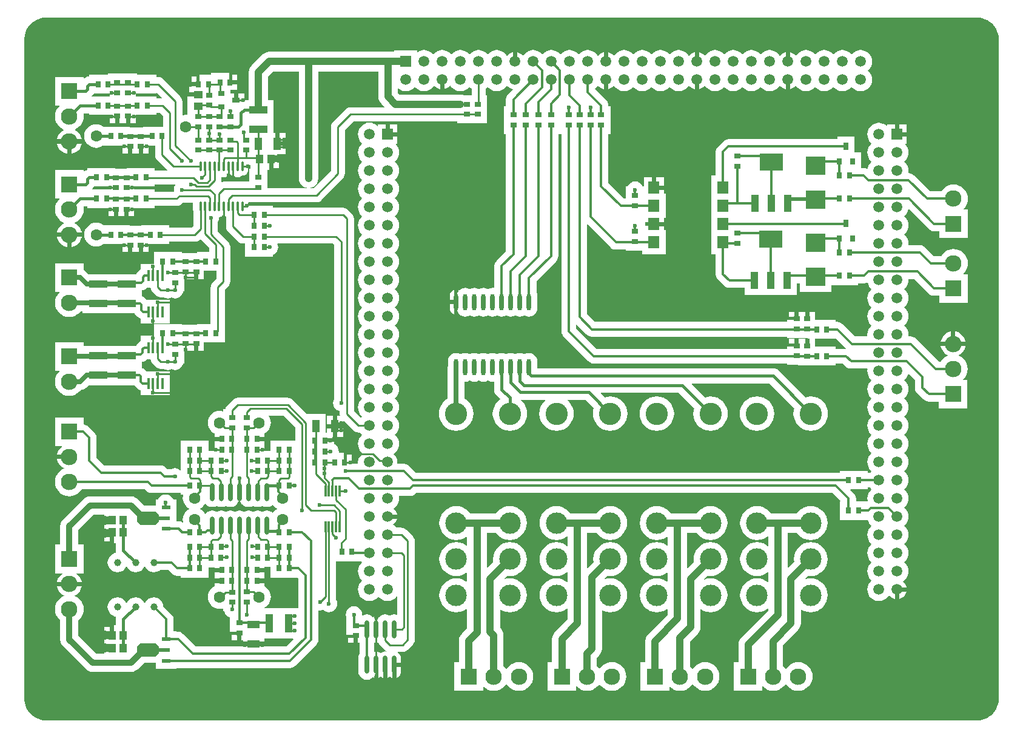
<source format=gtl>
G04*
G04 #@! TF.GenerationSoftware,Altium Limited,Altium Designer,19.1.6 (110)*
G04*
G04 Layer_Physical_Order=1*
G04 Layer_Color=3162822*
%FSLAX44Y44*%
%MOMM*%
G71*
G01*
G75*
%ADD10C,0.2500*%
%ADD12C,0.3500*%
%ADD13C,0.4500*%
%ADD19R,2.6000X1.1000*%
%ADD20R,1.0000X1.3000*%
%ADD21R,0.8000X0.9000*%
%ADD22R,0.9000X0.8000*%
%ADD23R,0.9000X0.6500*%
%ADD24R,1.1000X0.6500*%
%ADD25R,1.3000X1.0000*%
%ADD26R,1.1000X1.7000*%
%ADD27O,0.4000X1.3500*%
%ADD28R,0.4000X1.6000*%
%ADD29O,0.7000X2.5000*%
%ADD30R,0.4000X1.5000*%
%ADD31R,1.1000X2.6000*%
%ADD32R,1.2000X0.5000*%
%ADD33R,1.6000X0.5000*%
G04:AMPARAMS|DCode=34|XSize=1.8mm|YSize=3mm|CornerRadius=0mm|HoleSize=0mm|Usage=FLASHONLY|Rotation=270.000|XOffset=0mm|YOffset=0mm|HoleType=Round|Shape=Octagon|*
%AMOCTAGOND34*
4,1,8,1.5000,0.4500,1.5000,-0.4500,1.0500,-0.9000,-1.0500,-0.9000,-1.5000,-0.4500,-1.5000,0.4500,-1.0500,0.9000,1.0500,0.9000,1.5000,0.4500,0.0*
%
%ADD34OCTAGOND34*%

%ADD35R,1.0000X2.4000*%
%ADD36R,3.3000X2.4000*%
%ADD37R,1.6500X1.7000*%
%ADD38O,0.6000X2.3000*%
%ADD39R,0.6500X0.9000*%
%ADD40R,0.6500X1.1000*%
%ADD41R,1.7000X1.1000*%
%ADD42R,2.7432X2.6162*%
%ADD72C,3.1000*%
%ADD74C,1.6000*%
%ADD78C,1.0000*%
%ADD79C,0.6500*%
%ADD80C,0.8500*%
%ADD81C,2.3000*%
%ADD82R,2.3000X2.3000*%
%ADD83C,1.0000*%
%ADD84R,2.3000X2.3000*%
%ADD85C,3.0000*%
%ADD86C,1.5000*%
%ADD87R,1.5000X1.5000*%
%ADD88R,1.5000X1.5000*%
%ADD89C,6.0000*%
%ADD90C,0.6000*%
G36*
X484740Y479924D02*
X489362Y478815D01*
X493755Y476995D01*
X497808Y474511D01*
X501424Y471423D01*
X504511Y467808D01*
X506995Y463755D01*
X508815Y459362D01*
X509925Y454740D01*
X510146Y451920D01*
X510146Y451920D01*
X510146D01*
X510166Y451902D01*
X510166Y-470000D01*
X510248Y-470625D01*
X509925Y-474740D01*
X508815Y-479362D01*
X506995Y-483755D01*
X504511Y-487808D01*
X501424Y-491424D01*
X497808Y-494511D01*
X493755Y-496995D01*
X489362Y-498815D01*
X484740Y-499925D01*
X481920Y-500146D01*
X481920Y-500146D01*
Y-500146D01*
X481902Y-500166D01*
X-820000Y-500166D01*
X-820625Y-500248D01*
X-824740Y-499925D01*
X-829362Y-498815D01*
X-833755Y-496995D01*
X-837808Y-494511D01*
X-841424Y-491424D01*
X-844511Y-487808D01*
X-846995Y-483755D01*
X-848815Y-479362D01*
X-849924Y-474740D01*
X-850146Y-471920D01*
X-850146Y-471920D01*
X-850146D01*
X-850166Y-471902D01*
X-850166Y450000D01*
X-850248Y450625D01*
X-849924Y454740D01*
X-848815Y459362D01*
X-846995Y463755D01*
X-844511Y467808D01*
X-841424Y471423D01*
X-837808Y474511D01*
X-833755Y476995D01*
X-829362Y478815D01*
X-824740Y479924D01*
X-821920Y480146D01*
X-821920Y480146D01*
Y480146D01*
X-821902Y480166D01*
X480000Y480166D01*
X480625Y480248D01*
X484740Y479924D01*
D02*
G37*
%LPC*%
G36*
X317298Y434971D02*
X314162Y434662D01*
X311146Y433747D01*
X308366Y432262D01*
X305930Y430262D01*
X304848Y428945D01*
X304348D01*
X303267Y430262D01*
X300830Y432262D01*
X298051Y433747D01*
X295035Y434662D01*
X291898Y434971D01*
X288762Y434662D01*
X285746Y433747D01*
X282966Y432262D01*
X280530Y430262D01*
X279448Y428945D01*
X278948D01*
X277867Y430262D01*
X275431Y432262D01*
X272651Y433747D01*
X269635Y434662D01*
X266498Y434971D01*
X263362Y434662D01*
X260346Y433747D01*
X257566Y432262D01*
X255130Y430262D01*
X254048Y428945D01*
X253548D01*
X252467Y430262D01*
X250030Y432262D01*
X247251Y433747D01*
X244235Y434662D01*
X241098Y434971D01*
X237962Y434662D01*
X234946Y433747D01*
X232166Y432262D01*
X229730Y430262D01*
X227731Y427826D01*
X227180Y426797D01*
X226682Y426756D01*
X225327Y428522D01*
X222507Y430686D01*
X219223Y432046D01*
X218698Y432115D01*
Y418894D01*
X212698D01*
Y432115D01*
X212174Y432046D01*
X208890Y430686D01*
X206070Y428522D01*
X204715Y426756D01*
X204216Y426797D01*
X203666Y427826D01*
X201667Y430262D01*
X199230Y432262D01*
X196451Y433747D01*
X193435Y434662D01*
X190298Y434971D01*
X187162Y434662D01*
X184146Y433747D01*
X181366Y432262D01*
X178930Y430262D01*
X177848Y428945D01*
X177348D01*
X176267Y430262D01*
X173831Y432262D01*
X171051Y433747D01*
X168035Y434662D01*
X164898Y434971D01*
X161762Y434662D01*
X158746Y433747D01*
X155966Y432262D01*
X153530Y430262D01*
X152448Y428945D01*
X151948D01*
X150867Y430262D01*
X148431Y432262D01*
X145651Y433747D01*
X142635Y434662D01*
X139498Y434971D01*
X136362Y434662D01*
X133346Y433747D01*
X130566Y432262D01*
X128130Y430262D01*
X127048Y428945D01*
X126548D01*
X125467Y430262D01*
X123031Y432262D01*
X120251Y433747D01*
X117235Y434662D01*
X114098Y434971D01*
X110962Y434662D01*
X107946Y433747D01*
X105166Y432262D01*
X102730Y430262D01*
X100730Y427826D01*
X100180Y426797D01*
X99682Y426756D01*
X98327Y428522D01*
X95507Y430686D01*
X92222Y432046D01*
X91698Y432115D01*
Y418894D01*
X85698D01*
Y432115D01*
X85174Y432046D01*
X81890Y430686D01*
X79070Y428522D01*
X77715Y426756D01*
X77216Y426797D01*
X76666Y427826D01*
X74667Y430262D01*
X72231Y432262D01*
X69451Y433747D01*
X66435Y434662D01*
X63298Y434971D01*
X60162Y434662D01*
X57146Y433747D01*
X54366Y432262D01*
X51930Y430262D01*
X50848Y428945D01*
X50348D01*
X49267Y430262D01*
X46831Y432262D01*
X44051Y433747D01*
X41035Y434662D01*
X37898Y434971D01*
X34762Y434662D01*
X31746Y433747D01*
X28966Y432262D01*
X26530Y430262D01*
X25448Y428945D01*
X24948D01*
X23867Y430262D01*
X21430Y432262D01*
X18651Y433747D01*
X15635Y434662D01*
X12498Y434971D01*
X9362Y434662D01*
X6346Y433747D01*
X3566Y432262D01*
X1130Y430262D01*
X48Y428945D01*
X-452D01*
X-1533Y430262D01*
X-3970Y432262D01*
X-6749Y433747D01*
X-9765Y434662D01*
X-12902Y434971D01*
X-16038Y434662D01*
X-19054Y433747D01*
X-21834Y432262D01*
X-24270Y430262D01*
X-26270Y427826D01*
X-26820Y426797D01*
X-27318Y426756D01*
X-28673Y428522D01*
X-31493Y430686D01*
X-34778Y432046D01*
X-35302Y432115D01*
Y418894D01*
X-41302D01*
Y432115D01*
X-41826Y432046D01*
X-45110Y430686D01*
X-47930Y428522D01*
X-49285Y426756D01*
X-49784Y426797D01*
X-50334Y427826D01*
X-52333Y430262D01*
X-54770Y432262D01*
X-57549Y433747D01*
X-60565Y434662D01*
X-63702Y434971D01*
X-66838Y434662D01*
X-69854Y433747D01*
X-72634Y432262D01*
X-75070Y430262D01*
X-76152Y428945D01*
X-76652D01*
X-77733Y430262D01*
X-80169Y432262D01*
X-82949Y433747D01*
X-85965Y434662D01*
X-89102Y434971D01*
X-92238Y434662D01*
X-95254Y433747D01*
X-98034Y432262D01*
X-100470Y430262D01*
X-101552Y428945D01*
X-102052D01*
X-103133Y430262D01*
X-105569Y432262D01*
X-108349Y433747D01*
X-111365Y434662D01*
X-114502Y434971D01*
X-117638Y434662D01*
X-120654Y433747D01*
X-123434Y432262D01*
X-125870Y430262D01*
X-126952Y428945D01*
X-127452D01*
X-128533Y430262D01*
X-130969Y432262D01*
X-133749Y433747D01*
X-136765Y434662D01*
X-139902Y434971D01*
X-143038Y434662D01*
X-146054Y433747D01*
X-148834Y432262D01*
X-151270Y430262D01*
X-153270Y427826D01*
X-153820Y426797D01*
X-154318Y426756D01*
X-155673Y428522D01*
X-158493Y430686D01*
X-161777Y432046D01*
X-162302Y432115D01*
Y418894D01*
X-168302D01*
Y432115D01*
X-168826Y432046D01*
X-172110Y430686D01*
X-174930Y428522D01*
X-176285Y426756D01*
X-176784Y426797D01*
X-177334Y427826D01*
X-179333Y430262D01*
X-181770Y432262D01*
X-184549Y433747D01*
X-187565Y434662D01*
X-190702Y434971D01*
X-193838Y434662D01*
X-196854Y433747D01*
X-199634Y432262D01*
X-202070Y430262D01*
X-203152Y428945D01*
X-203652D01*
X-204733Y430262D01*
X-207169Y432262D01*
X-209949Y433747D01*
X-212965Y434662D01*
X-216102Y434971D01*
X-219238Y434662D01*
X-222254Y433747D01*
X-225034Y432262D01*
X-227470Y430262D01*
X-228552Y428945D01*
X-229052D01*
X-230133Y430262D01*
X-232570Y432262D01*
X-235349Y433747D01*
X-238365Y434662D01*
X-241502Y434971D01*
X-244638Y434662D01*
X-247654Y433747D01*
X-250434Y432262D01*
X-252870Y430262D01*
X-253952Y428945D01*
X-254452D01*
X-255533Y430262D01*
X-257969Y432262D01*
X-260749Y433747D01*
X-263765Y434662D01*
X-266902Y434971D01*
X-270038Y434662D01*
X-273054Y433747D01*
X-275834Y432262D01*
X-278270Y430262D01*
X-279352Y428945D01*
X-279852D01*
X-280933Y430262D01*
X-283370Y432262D01*
X-286149Y433747D01*
X-289165Y434662D01*
X-292302Y434971D01*
X-295438Y434662D01*
X-298454Y433747D01*
X-301202Y432279D01*
X-301479Y432357D01*
X-301702Y432463D01*
Y434894D01*
X-333702D01*
Y432510D01*
X-508606D01*
X-512130Y432046D01*
X-515414Y430686D01*
X-518234Y428522D01*
X-533128Y413628D01*
X-535292Y410808D01*
X-536652Y407524D01*
X-537117Y404000D01*
Y365502D01*
X-543125D01*
Y374250D01*
X-551625D01*
Y365000D01*
X-557625D01*
Y374250D01*
X-562375D01*
Y379500D01*
X-552998D01*
Y387000D01*
X-562998D01*
Y390000D01*
X-564498D01*
Y400500D01*
X-564498D01*
Y403000D01*
X-589498D01*
Y400500D01*
X-605498D01*
Y398000D01*
X-605499D01*
Y387500D01*
X-606998D01*
Y384500D01*
X-616998D01*
Y384000D01*
X-620000D01*
Y376000D01*
X-607500D01*
Y370501D01*
X-620000D01*
Y370500D01*
X-622500D01*
Y344704D01*
X-622870Y344369D01*
X-625000Y344578D01*
X-628234Y344260D01*
X-629262Y343948D01*
X-629663Y344246D01*
Y363613D01*
X-629999Y366158D01*
X-630981Y368530D01*
X-632544Y370566D01*
X-632544Y370567D01*
X-656431Y394454D01*
X-658468Y396017D01*
X-660839Y396999D01*
X-662112Y397166D01*
X-663385Y397334D01*
X-663385Y397334D01*
X-666003D01*
Y400500D01*
X-692502D01*
Y401998D01*
X-707502D01*
Y402002D01*
X-733502D01*
Y400500D01*
X-760000D01*
Y398078D01*
X-762670Y397726D01*
X-765285Y396643D01*
X-767052Y395288D01*
X-767500Y395509D01*
Y397503D01*
X-807500D01*
Y357503D01*
X-801489D01*
X-801321Y357032D01*
X-801711Y356712D01*
X-804210Y353666D01*
X-806067Y350192D01*
X-807211Y346422D01*
X-807597Y342501D01*
X-807211Y338581D01*
X-806067Y334811D01*
X-804210Y331336D01*
X-801711Y328291D01*
X-798665Y325791D01*
X-795191Y323934D01*
X-794981Y323871D01*
X-794932Y323373D01*
X-797270Y322124D01*
X-799934Y319937D01*
X-802121Y317272D01*
X-803746Y314232D01*
X-804747Y310933D01*
X-804789Y310502D01*
X-787500D01*
X-770211D01*
X-770253Y310933D01*
X-771254Y314232D01*
X-772879Y317272D01*
X-775066Y319937D01*
X-777730Y322124D01*
X-780068Y323373D01*
X-780019Y323871D01*
X-779809Y323934D01*
X-776335Y325791D01*
X-773289Y328291D01*
X-770790Y331336D01*
X-768933Y334811D01*
X-767789Y338581D01*
X-767403Y342501D01*
X-767763Y346158D01*
X-767392Y346659D01*
X-760000D01*
Y344500D01*
X-731002D01*
Y333002D01*
X-723502D01*
Y343002D01*
X-717502D01*
Y333002D01*
X-716002D01*
Y332998D01*
X-708502D01*
Y342998D01*
X-702502D01*
Y332998D01*
X-695002D01*
Y344498D01*
X-692502D01*
Y344500D01*
X-666003D01*
Y347666D01*
X-661571D01*
X-656830Y342925D01*
Y328000D01*
X-684502D01*
Y327002D01*
X-700500D01*
Y326998D01*
X-702998D01*
Y328000D01*
X-739831D01*
X-740789Y328786D01*
X-743655Y330318D01*
X-746765Y331261D01*
X-750000Y331580D01*
X-753235Y331261D01*
X-756345Y330318D01*
X-759211Y328786D01*
X-761724Y326724D01*
X-763786Y324211D01*
X-765318Y321345D01*
X-766261Y318235D01*
X-766580Y315000D01*
X-766261Y311765D01*
X-765318Y308655D01*
X-763786Y305789D01*
X-761724Y303276D01*
X-759211Y301214D01*
X-756345Y299682D01*
X-753235Y298739D01*
X-750000Y298420D01*
X-746765Y298739D01*
X-743655Y299682D01*
X-740789Y301214D01*
X-739831Y302000D01*
X-715500D01*
Y301998D01*
X-713000D01*
Y290498D01*
X-705500D01*
Y300498D01*
X-699500D01*
Y290498D01*
X-692000D01*
Y290502D01*
X-690500D01*
Y300501D01*
X-684500D01*
Y290502D01*
X-677000D01*
Y302000D01*
X-667836D01*
Y288503D01*
X-667836Y288503D01*
X-667668Y287231D01*
X-667501Y285958D01*
X-666518Y283586D01*
X-664955Y281549D01*
X-650700Y267294D01*
X-650892Y266833D01*
X-668002D01*
Y270500D01*
X-707002D01*
Y269498D01*
X-709500D01*
Y269502D01*
X-722998D01*
Y270500D01*
X-761998D01*
Y267813D01*
X-762670Y267725D01*
X-765285Y266642D01*
X-767052Y265287D01*
X-767500Y265508D01*
Y267502D01*
X-807500D01*
Y227502D01*
X-801489D01*
X-801321Y227032D01*
X-801711Y226712D01*
X-804210Y223666D01*
X-806067Y220192D01*
X-807211Y216422D01*
X-807597Y212501D01*
X-807211Y208581D01*
X-806067Y204811D01*
X-804210Y201336D01*
X-801711Y198291D01*
X-798665Y195791D01*
X-795191Y193934D01*
X-794981Y193871D01*
X-794932Y193373D01*
X-797270Y192124D01*
X-799934Y189937D01*
X-802121Y187272D01*
X-803746Y184232D01*
X-804747Y180933D01*
X-804789Y180502D01*
X-787500D01*
X-770211D01*
X-770253Y180933D01*
X-771254Y184232D01*
X-772879Y187272D01*
X-775066Y189937D01*
X-777730Y192124D01*
X-780068Y193373D01*
X-780019Y193871D01*
X-779809Y193934D01*
X-776335Y195791D01*
X-773289Y198291D01*
X-770790Y201336D01*
X-768933Y204811D01*
X-767789Y208581D01*
X-767403Y212501D01*
X-767763Y216157D01*
X-767391Y216657D01*
X-761998D01*
Y214500D01*
X-733000D01*
Y203002D01*
X-725500D01*
Y213001D01*
X-719500D01*
Y203002D01*
X-718000D01*
Y202998D01*
X-710500D01*
Y212998D01*
X-704500D01*
Y202998D01*
X-697000D01*
Y214498D01*
X-694500D01*
Y214500D01*
X-668002D01*
Y217666D01*
X-637500D01*
X-637500Y217666D01*
X-636227Y217833D01*
X-634955Y218001D01*
X-632583Y218983D01*
X-630546Y220546D01*
X-629462Y221630D01*
X-614841D01*
Y212500D01*
X-614480Y209759D01*
X-614084Y208804D01*
Y189823D01*
X-616573Y187334D01*
X-648002D01*
Y190500D01*
X-687002D01*
Y189498D01*
X-689500D01*
Y189502D01*
X-702998D01*
Y190500D01*
X-739831D01*
X-740789Y191286D01*
X-743655Y192818D01*
X-746765Y193761D01*
X-750000Y194080D01*
X-753235Y193761D01*
X-756345Y192818D01*
X-759211Y191286D01*
X-761724Y189224D01*
X-763786Y186711D01*
X-765318Y183845D01*
X-766261Y180735D01*
X-766580Y177500D01*
X-766261Y174265D01*
X-765318Y171155D01*
X-763786Y168289D01*
X-761724Y165776D01*
X-759211Y163714D01*
X-756345Y162182D01*
X-753235Y161239D01*
X-750000Y160920D01*
X-746765Y161239D01*
X-743655Y162182D01*
X-740789Y163714D01*
X-739831Y164500D01*
X-713000D01*
Y153002D01*
X-705500D01*
Y163002D01*
X-699500D01*
Y153002D01*
X-698000D01*
Y152998D01*
X-690500D01*
Y162998D01*
X-684500D01*
Y152998D01*
X-677000D01*
Y164498D01*
X-674500D01*
Y164500D01*
X-648002D01*
Y167666D01*
X-612500D01*
X-612500Y167666D01*
X-611227Y167833D01*
X-609955Y168001D01*
X-607583Y168983D01*
X-605546Y170546D01*
X-604534Y171558D01*
X-592334Y159358D01*
Y153000D01*
X-609499D01*
Y151998D01*
X-611997D01*
Y152002D01*
X-630496D01*
Y153000D01*
X-669496D01*
Y136500D01*
X-687747D01*
Y129003D01*
X-687867Y128953D01*
X-690008Y127310D01*
X-692058Y125260D01*
X-693701Y123119D01*
X-693957Y122500D01*
X-760737D01*
X-764117Y125880D01*
X-766572Y127764D01*
X-767497Y128147D01*
Y137500D01*
X-807497D01*
Y97500D01*
X-801488D01*
X-801320Y97029D01*
X-801708Y96711D01*
X-804207Y93665D01*
X-806065Y90191D01*
X-807208Y86421D01*
X-807594Y82500D01*
X-807208Y78579D01*
X-806065Y74809D01*
X-804207Y71335D01*
X-801708Y68289D01*
X-798663Y65790D01*
X-795188Y63933D01*
X-791418Y62789D01*
X-787497Y62403D01*
X-783577Y62789D01*
X-779807Y63933D01*
X-776332Y65790D01*
X-773287Y68289D01*
X-771761Y70149D01*
X-768997D01*
Y67500D01*
X-696271D01*
X-696201Y67331D01*
X-694558Y65190D01*
X-692058Y62690D01*
X-689917Y61047D01*
X-687747Y60148D01*
Y53500D01*
X-647247D01*
Y86500D01*
X-679507D01*
X-679937Y87060D01*
X-681687Y88810D01*
X-683828Y90453D01*
X-685997Y91352D01*
Y99826D01*
X-684572Y100014D01*
X-682078Y101047D01*
X-679937Y102690D01*
X-679127Y103500D01*
X-673983D01*
X-673747Y101702D01*
X-672764Y99330D01*
X-671201Y97294D01*
X-666954Y93046D01*
X-666954Y93046D01*
X-664917Y91483D01*
X-662545Y90501D01*
X-660000Y90166D01*
X-660000Y90166D01*
X-656076D01*
X-655801Y89955D01*
X-653003Y88796D01*
X-650001Y88401D01*
X-646999Y88796D01*
X-645001Y89624D01*
X-643002Y88796D01*
X-640000Y88401D01*
X-636998Y88796D01*
X-634200Y89955D01*
X-631798Y91798D01*
X-629955Y94200D01*
X-628796Y96998D01*
X-628664Y97998D01*
X-626997D01*
Y115502D01*
X-620498D01*
Y115498D01*
X-612998D01*
Y125498D01*
X-606997D01*
Y115498D01*
X-599497D01*
Y126998D01*
X-596997D01*
Y127000D01*
X-582334D01*
Y115823D01*
X-587203Y110954D01*
X-588766Y108918D01*
X-589748Y106546D01*
X-589916Y105273D01*
X-590083Y104000D01*
X-590083Y104000D01*
Y53000D01*
X-609499D01*
Y51998D01*
X-611998D01*
Y52002D01*
X-630496D01*
Y53000D01*
X-669496D01*
Y36500D01*
X-687747D01*
Y29106D01*
X-688117Y28953D01*
X-690258Y27310D01*
X-692308Y25260D01*
X-693951Y23119D01*
X-694207Y22500D01*
X-767497D01*
Y27500D01*
X-807497D01*
Y-12500D01*
X-801488D01*
X-801320Y-12971D01*
X-801708Y-13289D01*
X-804207Y-16335D01*
X-806065Y-19809D01*
X-807208Y-23579D01*
X-807594Y-27500D01*
X-807208Y-31421D01*
X-806065Y-35191D01*
X-804207Y-38665D01*
X-801708Y-41711D01*
X-798663Y-44210D01*
X-795188Y-46067D01*
X-791418Y-47210D01*
X-787497Y-47597D01*
X-783577Y-47210D01*
X-779807Y-46067D01*
X-776332Y-44210D01*
X-773287Y-41711D01*
X-771212Y-39182D01*
X-769430Y-38948D01*
X-766572Y-37764D01*
X-764117Y-35880D01*
X-760737Y-32500D01*
X-696521D01*
X-696451Y-32669D01*
X-694808Y-34810D01*
X-692308Y-37310D01*
X-690167Y-38953D01*
X-687747Y-39955D01*
Y-46500D01*
X-647247D01*
Y-13500D01*
X-679757D01*
X-680187Y-12940D01*
X-681937Y-11190D01*
X-684078Y-9547D01*
X-685997Y-8752D01*
Y-141D01*
X-684822Y14D01*
X-682328Y1047D01*
X-680187Y2690D01*
X-679377Y3500D01*
X-673983D01*
X-673747Y1702D01*
X-672764Y-670D01*
X-671201Y-2706D01*
X-666954Y-6954D01*
X-666954Y-6954D01*
X-664917Y-8517D01*
X-662545Y-9499D01*
X-660000Y-9834D01*
X-660000Y-9834D01*
X-656076D01*
X-655801Y-10045D01*
X-653003Y-11204D01*
X-650001Y-11599D01*
X-646999Y-11204D01*
X-645001Y-10376D01*
X-643002Y-11204D01*
X-640000Y-11599D01*
X-636998Y-11204D01*
X-634200Y-10045D01*
X-631798Y-8202D01*
X-629955Y-5800D01*
X-628796Y-3002D01*
X-628664Y-2002D01*
X-626997D01*
Y15502D01*
X-620498D01*
Y15498D01*
X-612998D01*
Y25498D01*
X-606997D01*
Y15498D01*
X-599497D01*
Y26998D01*
X-596997D01*
Y27000D01*
X-570499D01*
Y42111D01*
X-570415Y42750D01*
X-570415Y42750D01*
Y99927D01*
X-565546Y104796D01*
X-565546Y104796D01*
X-563983Y106833D01*
X-563001Y109204D01*
X-562666Y111750D01*
Y160502D01*
X-562666Y160503D01*
X-562833Y161775D01*
X-563001Y163048D01*
X-563983Y165420D01*
X-565546Y167456D01*
X-565546Y167456D01*
X-580166Y182076D01*
Y194926D01*
X-579955Y195202D01*
X-578796Y197999D01*
X-578401Y201001D01*
X-578489Y201671D01*
X-578250Y201909D01*
X-575509Y202270D01*
X-572955Y203328D01*
X-571750Y204253D01*
X-570545Y203328D01*
X-568584Y202516D01*
Y188750D01*
X-568584Y188750D01*
X-568417Y187477D01*
X-568249Y186205D01*
X-567267Y183833D01*
X-565704Y181796D01*
X-551954Y168046D01*
X-549917Y166483D01*
X-547545Y165501D01*
X-546273Y165333D01*
X-545000Y165166D01*
X-545000Y165166D01*
X-542002D01*
Y162000D01*
X-541998D01*
Y147000D01*
X-502998D01*
Y149417D01*
X-501700Y149955D01*
X-499298Y151798D01*
X-497455Y154200D01*
X-496296Y156998D01*
X-495901Y160000D01*
X-496296Y163002D01*
X-497020Y164750D01*
X-496742Y165166D01*
X-419073D01*
X-417334Y163427D01*
Y-51425D01*
X-417545Y-51700D01*
X-418704Y-54498D01*
X-419099Y-57500D01*
X-418704Y-60502D01*
X-417545Y-63300D01*
X-415702Y-65702D01*
X-413300Y-67545D01*
X-410502Y-68704D01*
X-409834Y-68792D01*
Y-72500D01*
X-409834Y-72500D01*
X-409505Y-75000D01*
X-409530Y-75155D01*
X-409761Y-75500D01*
X-413500D01*
Y-87000D01*
X-405000D01*
Y-82061D01*
X-404538Y-81869D01*
X-390652Y-95755D01*
X-390652Y-95755D01*
X-388615Y-97318D01*
X-386244Y-98301D01*
X-384971Y-98468D01*
X-383698Y-98636D01*
X-383698Y-98636D01*
X-381103D01*
X-379844Y-100170D01*
X-378526Y-101252D01*
Y-101752D01*
X-379844Y-102833D01*
X-381844Y-105269D01*
X-383329Y-108049D01*
X-384244Y-111065D01*
X-384553Y-114202D01*
X-384244Y-117338D01*
X-383329Y-120354D01*
X-381844Y-123134D01*
X-379844Y-125570D01*
X-378526Y-126652D01*
Y-127152D01*
X-379844Y-128233D01*
X-381844Y-130669D01*
X-383329Y-133449D01*
X-384244Y-136465D01*
X-384553Y-139602D01*
X-384338Y-141791D01*
X-384673Y-142162D01*
X-393002D01*
Y-129500D01*
X-400002D01*
Y-140000D01*
X-404501D01*
Y-129500D01*
X-404502D01*
Y-127000D01*
X-411005D01*
X-411335Y-126624D01*
X-411154Y-125250D01*
X-411549Y-122248D01*
X-412708Y-119450D01*
X-414551Y-117048D01*
X-416954Y-115205D01*
X-418002Y-114771D01*
Y-112000D01*
X-420498D01*
Y-111999D01*
X-430498D01*
Y-107000D01*
X-429500D01*
Y-106500D01*
X-420498D01*
Y-104500D01*
X-419500D01*
Y-93000D01*
X-428000D01*
Y-99000D01*
X-429500D01*
Y-73000D01*
X-455592D01*
X-475546Y-53046D01*
X-477583Y-51483D01*
X-479955Y-50501D01*
X-481227Y-50333D01*
X-482500Y-50166D01*
X-482500Y-50166D01*
X-552500D01*
X-552500Y-50166D01*
X-555045Y-50501D01*
X-557417Y-51483D01*
X-559454Y-53046D01*
X-559454Y-53046D01*
X-566954Y-60546D01*
X-568517Y-62583D01*
X-569499Y-64955D01*
X-569571Y-65501D01*
X-573000D01*
Y-68702D01*
X-573401Y-69000D01*
X-574265Y-68738D01*
X-577500Y-68419D01*
X-580734Y-68738D01*
X-583845Y-69681D01*
X-586711Y-71213D01*
X-589224Y-73275D01*
X-591286Y-75788D01*
X-592818Y-78654D01*
X-593761Y-81765D01*
X-594080Y-84999D01*
X-593761Y-88234D01*
X-592818Y-91344D01*
X-591286Y-94210D01*
X-589224Y-96723D01*
X-586711Y-98785D01*
X-584502Y-99966D01*
Y-104500D01*
X-574502D01*
Y-110499D01*
X-584502D01*
Y-117999D01*
Y-124499D01*
X-592998D01*
Y-109499D01*
X-631998D01*
Y-135499D01*
Y-139499D01*
X-632002D01*
Y-151077D01*
X-632450Y-151298D01*
X-634200Y-149955D01*
X-636998Y-148796D01*
X-640000Y-148401D01*
X-643002Y-148796D01*
X-645092Y-149662D01*
X-650718D01*
X-652999Y-147380D01*
X-655141Y-145737D01*
X-657634Y-144704D01*
X-660310Y-144352D01*
X-738527D01*
X-749662Y-133218D01*
Y-105563D01*
X-750014Y-102887D01*
X-751047Y-100394D01*
X-752690Y-98253D01*
X-760754Y-90189D01*
X-762895Y-88546D01*
X-765388Y-87513D01*
X-767497Y-87235D01*
Y-77499D01*
X-807497D01*
Y-117499D01*
X-797592D01*
X-797413Y-117999D01*
X-799932Y-120066D01*
X-802119Y-122731D01*
X-803744Y-125771D01*
X-804744Y-129070D01*
X-804787Y-129500D01*
X-787498D01*
Y-135500D01*
X-804787D01*
X-804744Y-135931D01*
X-803744Y-139230D01*
X-802119Y-142270D01*
X-799932Y-144935D01*
X-797267Y-147121D01*
X-794930Y-148371D01*
X-794979Y-148868D01*
X-795188Y-148932D01*
X-798663Y-150789D01*
X-801708Y-153288D01*
X-804207Y-156334D01*
X-806065Y-159808D01*
X-807208Y-163578D01*
X-807594Y-167499D01*
X-807208Y-171420D01*
X-806065Y-175190D01*
X-804207Y-178664D01*
X-801708Y-181710D01*
X-798663Y-184209D01*
X-795188Y-186066D01*
X-791418Y-187210D01*
X-787497Y-187596D01*
X-783577Y-187210D01*
X-779807Y-186066D01*
X-776332Y-184209D01*
X-773287Y-181710D01*
X-770788Y-178664D01*
X-770346Y-177837D01*
X-681783D01*
X-679811Y-179809D01*
X-677670Y-181453D01*
X-675177Y-182485D01*
X-672501Y-182838D01*
X-631998D01*
Y-185499D01*
X-628797D01*
X-628499Y-185901D01*
X-628761Y-186765D01*
X-629080Y-190000D01*
X-628761Y-193235D01*
X-627818Y-196345D01*
X-626286Y-199211D01*
X-624224Y-201724D01*
X-621711Y-203786D01*
X-619907Y-204750D01*
Y-205250D01*
X-621711Y-206214D01*
X-624224Y-208276D01*
X-626286Y-210789D01*
X-627818Y-213655D01*
X-628761Y-216765D01*
X-629080Y-220000D01*
X-628761Y-223235D01*
X-628526Y-224011D01*
X-628958Y-224310D01*
X-629432Y-223946D01*
X-631925Y-222913D01*
X-634601Y-222561D01*
X-637998D01*
Y-213899D01*
Y-191899D01*
X-642452D01*
X-642948Y-190700D01*
X-644791Y-188298D01*
X-647194Y-186455D01*
X-649991Y-185296D01*
X-652993Y-184901D01*
X-655995Y-185296D01*
X-658793Y-186455D01*
X-661195Y-188298D01*
X-663039Y-190700D01*
X-663535Y-191899D01*
X-666998D01*
Y-200399D01*
X-683308D01*
X-692403Y-191304D01*
X-695066Y-189261D01*
X-698168Y-187976D01*
X-701496Y-187538D01*
X-758494D01*
X-761822Y-187976D01*
X-764924Y-189261D01*
X-767587Y-191304D01*
X-796591Y-220308D01*
X-798635Y-222972D01*
X-799919Y-226073D01*
X-800358Y-229402D01*
Y-254996D01*
X-807497D01*
Y-294996D01*
X-797592D01*
X-797413Y-295496D01*
X-799932Y-297563D01*
X-802119Y-300228D01*
X-803744Y-303268D01*
X-804744Y-306567D01*
X-804787Y-306998D01*
X-787498D01*
X-770208D01*
X-770251Y-306567D01*
X-771251Y-303268D01*
X-772876Y-300228D01*
X-775063Y-297563D01*
X-777582Y-295496D01*
X-777403Y-294996D01*
X-767497D01*
Y-254996D01*
X-774638D01*
Y-234728D01*
X-753167Y-213258D01*
X-738997D01*
Y-217399D01*
X-727998D01*
Y-223399D01*
X-738997D01*
Y-232899D01*
Y-234899D01*
X-727998D01*
Y-237899D01*
X-725498D01*
Y-250399D01*
X-725498D01*
Y-252899D01*
X-722840D01*
Y-262997D01*
X-722471Y-265804D01*
X-722294Y-266231D01*
X-722544Y-266664D01*
X-723922Y-266845D01*
X-727206Y-268205D01*
X-730026Y-270369D01*
X-732190Y-273189D01*
X-733550Y-276473D01*
X-734014Y-279998D01*
X-733550Y-283522D01*
X-732190Y-286806D01*
X-730026Y-289626D01*
X-727206Y-291790D01*
X-723922Y-293150D01*
X-720397Y-293614D01*
X-716873Y-293150D01*
X-713589Y-291790D01*
X-710769Y-289626D01*
X-708605Y-286806D01*
X-707947Y-285218D01*
X-707448D01*
X-706790Y-286806D01*
X-704626Y-289626D01*
X-701806Y-291790D01*
X-698522Y-293150D01*
X-694997Y-293614D01*
X-691473Y-293150D01*
X-688189Y-291790D01*
X-685369Y-289626D01*
X-683205Y-286806D01*
X-682548Y-285218D01*
X-682048D01*
X-681390Y-286806D01*
X-679226Y-289626D01*
X-676406Y-291790D01*
X-673122Y-293150D01*
X-669597Y-293614D01*
X-666073Y-293150D01*
X-662789Y-291790D01*
X-660895Y-290336D01*
X-649285D01*
X-644311Y-295310D01*
X-642170Y-296952D01*
X-639677Y-297985D01*
X-637001Y-298338D01*
X-632003D01*
Y-300999D01*
X-593003D01*
Y-286499D01*
X-584502D01*
Y-287499D01*
X-574502D01*
Y-293499D01*
X-584502D01*
Y-300999D01*
Y-302500D01*
X-574502D01*
Y-308500D01*
X-584502D01*
Y-313032D01*
X-586711Y-314214D01*
X-589224Y-316275D01*
X-591286Y-318788D01*
X-592818Y-321654D01*
X-593761Y-324765D01*
X-594080Y-327999D01*
X-593761Y-331234D01*
X-592818Y-334344D01*
X-591286Y-337210D01*
X-589224Y-339723D01*
X-586711Y-341785D01*
X-583845Y-343317D01*
X-580735Y-344260D01*
X-577500Y-344579D01*
X-574265Y-344260D01*
X-573402Y-343998D01*
X-573000Y-344296D01*
Y-347996D01*
X-571205D01*
X-571204Y-348002D01*
X-570045Y-350800D01*
X-568202Y-353202D01*
X-565800Y-355045D01*
X-563002Y-356204D01*
X-563000Y-356204D01*
Y-376754D01*
X-560500D01*
Y-376754D01*
X-550000D01*
Y-378254D01*
X-547001D01*
Y-380177D01*
X-547000D01*
Y-388254D01*
X-544500D01*
Y-390176D01*
X-530000D01*
X-515500D01*
Y-386176D01*
X-475569D01*
X-475502Y-386204D01*
X-474138Y-386384D01*
X-473978Y-386857D01*
X-484282Y-397162D01*
X-515500D01*
Y-396176D01*
X-530000D01*
X-544500D01*
Y-397162D01*
X-610718D01*
X-628292Y-379588D01*
X-630433Y-377945D01*
X-632926Y-376912D01*
X-635602Y-376559D01*
X-637998D01*
Y-375898D01*
X-642159D01*
Y-359096D01*
X-642511Y-356421D01*
X-643544Y-353927D01*
X-645187Y-351786D01*
X-656133Y-340840D01*
X-656445Y-338472D01*
X-657805Y-335188D01*
X-659969Y-332368D01*
X-662789Y-330204D01*
X-666073Y-328844D01*
X-669597Y-328380D01*
X-673122Y-328844D01*
X-676406Y-330204D01*
X-679226Y-332368D01*
X-681390Y-335188D01*
X-682048Y-336776D01*
X-682548D01*
X-683205Y-335188D01*
X-685369Y-332368D01*
X-688189Y-330204D01*
X-691473Y-328844D01*
X-694997Y-328380D01*
X-698522Y-328844D01*
X-701806Y-330204D01*
X-704626Y-332368D01*
X-706790Y-335188D01*
X-707448Y-336776D01*
X-707947D01*
X-708605Y-335188D01*
X-710769Y-332368D01*
X-713589Y-330204D01*
X-716873Y-328844D01*
X-720397Y-328380D01*
X-723922Y-328844D01*
X-727206Y-330204D01*
X-730026Y-332368D01*
X-732190Y-335188D01*
X-733550Y-338472D01*
X-734014Y-341996D01*
X-733550Y-345521D01*
X-732190Y-348805D01*
X-730026Y-351625D01*
X-727206Y-353788D01*
X-723922Y-355149D01*
X-722582Y-355325D01*
X-722332Y-355758D01*
X-722471Y-356093D01*
X-722840Y-358899D01*
Y-366996D01*
X-725498D01*
Y-369496D01*
X-725498D01*
Y-381996D01*
X-727998D01*
Y-384996D01*
X-738997D01*
Y-394496D01*
Y-396497D01*
X-727998D01*
Y-402496D01*
X-738997D01*
Y-407037D01*
X-749671D01*
X-774638Y-382070D01*
Y-360315D01*
X-773287Y-359207D01*
X-770788Y-356161D01*
X-768931Y-352687D01*
X-767787Y-348917D01*
X-767401Y-344996D01*
X-767787Y-341076D01*
X-768931Y-337305D01*
X-770788Y-333831D01*
X-773287Y-330786D01*
X-776332Y-328286D01*
X-779807Y-326429D01*
X-780016Y-326366D01*
X-780065Y-325868D01*
X-777728Y-324619D01*
X-775063Y-322432D01*
X-772876Y-319767D01*
X-771251Y-316727D01*
X-770251Y-313428D01*
X-770208Y-312998D01*
X-787498D01*
X-804787D01*
X-804744Y-313428D01*
X-803744Y-316727D01*
X-802119Y-319767D01*
X-799932Y-322432D01*
X-797267Y-324619D01*
X-794930Y-325868D01*
X-794979Y-326366D01*
X-795188Y-326429D01*
X-798663Y-328286D01*
X-801708Y-330786D01*
X-804207Y-333831D01*
X-806065Y-337305D01*
X-807208Y-341076D01*
X-807594Y-344996D01*
X-807208Y-348917D01*
X-806065Y-352687D01*
X-804207Y-356161D01*
X-801708Y-359207D01*
X-800358Y-360315D01*
Y-387397D01*
X-799919Y-390725D01*
X-798635Y-393827D01*
X-796591Y-396490D01*
X-764091Y-428990D01*
X-761428Y-431034D01*
X-758326Y-432318D01*
X-754997Y-432757D01*
X-701496D01*
X-698168Y-432318D01*
X-695066Y-431034D01*
X-692403Y-428990D01*
X-682811Y-419398D01*
X-666998D01*
Y-427898D01*
X-637998D01*
Y-427236D01*
X-479398D01*
X-476722Y-426884D01*
X-474229Y-425851D01*
X-472088Y-424208D01*
X-442690Y-394810D01*
X-441047Y-392669D01*
X-440014Y-390176D01*
X-439662Y-387500D01*
Y-346694D01*
X-439286Y-346364D01*
X-437500Y-346599D01*
X-434498Y-346204D01*
X-433222Y-345676D01*
X-433202Y-345702D01*
X-430800Y-347545D01*
X-428002Y-348704D01*
X-425000Y-349099D01*
X-421998Y-348704D01*
X-419200Y-347545D01*
X-416798Y-345702D01*
X-414955Y-343300D01*
X-413796Y-340502D01*
X-413401Y-337500D01*
X-413796Y-334498D01*
X-414955Y-331700D01*
X-415166Y-331425D01*
Y-278000D01*
X-380502D01*
Y-277911D01*
X-380031Y-277743D01*
X-379844Y-277970D01*
X-378526Y-279052D01*
Y-279552D01*
X-379844Y-280633D01*
X-381844Y-283069D01*
X-383329Y-285849D01*
X-384244Y-288865D01*
X-384553Y-292002D01*
X-384244Y-295138D01*
X-383329Y-298154D01*
X-381844Y-300934D01*
X-379844Y-303370D01*
X-378526Y-304452D01*
Y-304952D01*
X-379844Y-306033D01*
X-381844Y-308470D01*
X-383329Y-311249D01*
X-384244Y-314265D01*
X-384553Y-317402D01*
X-384244Y-320538D01*
X-383329Y-323554D01*
X-381844Y-326334D01*
X-379844Y-328770D01*
X-377408Y-330770D01*
X-374628Y-332255D01*
X-371612Y-333170D01*
X-368476Y-333479D01*
X-365339Y-333170D01*
X-362323Y-332255D01*
X-359544Y-330770D01*
X-357107Y-328770D01*
X-356026Y-327452D01*
X-355526D01*
X-354444Y-328770D01*
X-352008Y-330770D01*
X-349228Y-332255D01*
X-346212Y-333170D01*
X-343076Y-333479D01*
X-339939Y-333170D01*
X-336923Y-332255D01*
X-334144Y-330770D01*
X-331707Y-328770D01*
X-330305Y-327061D01*
X-329834Y-327230D01*
Y-352704D01*
X-330250Y-352982D01*
X-330667Y-352809D01*
X-333800Y-352397D01*
X-336933Y-352809D01*
X-339852Y-354018D01*
X-340150Y-354247D01*
X-340448Y-354018D01*
X-343367Y-352809D01*
X-346500Y-352397D01*
X-349633Y-352809D01*
X-352552Y-354018D01*
X-355051Y-355936D01*
X-356200Y-355460D01*
Y-357428D01*
X-356982Y-358448D01*
X-358192Y-361367D01*
X-358604Y-364500D01*
Y-373500D01*
X-359796D01*
Y-364500D01*
X-360208Y-361367D01*
X-361418Y-358448D01*
X-362200Y-357428D01*
Y-355460D01*
X-363349Y-355936D01*
X-365848Y-354018D01*
X-368767Y-352809D01*
X-371900Y-352397D01*
X-375033Y-352809D01*
X-377952Y-354018D01*
X-378155Y-354174D01*
X-378588Y-353924D01*
X-378401Y-352500D01*
X-378796Y-349498D01*
X-379955Y-346700D01*
X-381798Y-344298D01*
X-384200Y-342455D01*
X-386998Y-341296D01*
X-390000Y-340901D01*
X-393002Y-341296D01*
X-395800Y-342455D01*
X-398202Y-344298D01*
X-400045Y-346700D01*
X-401204Y-349498D01*
X-401599Y-352500D01*
X-401204Y-355502D01*
X-400500Y-357202D01*
Y-380498D01*
X-398000D01*
Y-380499D01*
X-387500D01*
Y-381999D01*
X-384500D01*
Y-391998D01*
X-382238D01*
Y-407261D01*
X-382382Y-407448D01*
X-383591Y-410367D01*
X-384003Y-413500D01*
Y-431500D01*
X-383591Y-434633D01*
X-382382Y-437552D01*
X-380458Y-440059D01*
X-377952Y-441982D01*
X-375033Y-443191D01*
X-371900Y-443604D01*
X-368767Y-443191D01*
X-365848Y-441982D01*
X-363349Y-440064D01*
X-362200Y-440540D01*
Y-438572D01*
X-361418Y-437552D01*
X-360208Y-434633D01*
X-359796Y-431500D01*
Y-422500D01*
X-356200D01*
Y-440540D01*
X-354409Y-439798D01*
X-352850Y-438602D01*
X-351291Y-439798D01*
X-349500Y-440540D01*
Y-422500D01*
X-343500D01*
Y-440540D01*
X-341709Y-439798D01*
X-340150Y-438602D01*
X-338591Y-439798D01*
X-336800Y-440540D01*
Y-422500D01*
X-333800D01*
Y-419500D01*
X-324218D01*
Y-413500D01*
X-324544Y-411020D01*
X-325502Y-408709D01*
X-327024Y-406725D01*
X-328837Y-405334D01*
X-328667Y-404834D01*
X-322500D01*
X-322500Y-404834D01*
X-321227Y-404667D01*
X-319955Y-404499D01*
X-317583Y-403517D01*
X-315546Y-401954D01*
X-308046Y-394454D01*
X-308046Y-394454D01*
X-306483Y-392417D01*
X-305501Y-390045D01*
X-305166Y-387500D01*
X-305166Y-387500D01*
Y-250000D01*
X-305501Y-247455D01*
X-306483Y-245083D01*
X-308046Y-243046D01*
X-308046Y-243046D01*
X-316845Y-234248D01*
X-318881Y-232685D01*
X-321253Y-231703D01*
X-322526Y-231535D01*
X-323798Y-231367D01*
X-323799Y-231367D01*
X-330448D01*
X-331707Y-229833D01*
X-334144Y-227834D01*
X-335173Y-227284D01*
X-335214Y-226785D01*
X-333447Y-225430D01*
X-331283Y-222610D01*
X-329923Y-219326D01*
X-329854Y-218802D01*
X-343076D01*
Y-212802D01*
X-329854D01*
X-329923Y-212277D01*
X-331283Y-208993D01*
X-333447Y-206173D01*
X-335214Y-204818D01*
X-335173Y-204320D01*
X-334144Y-203769D01*
X-331707Y-201770D01*
X-329708Y-199334D01*
X-328222Y-196554D01*
X-327307Y-193538D01*
X-326998Y-190402D01*
X-327275Y-187590D01*
X-326877Y-187090D01*
X-311752D01*
X-309076Y-186738D01*
X-306582Y-185705D01*
X-304441Y-184062D01*
X-303218Y-182838D01*
X-260355D01*
X278218Y-182838D01*
X289417Y-194038D01*
X289226Y-194500D01*
X288002D01*
Y-220500D01*
X327002D01*
X327002Y-220500D01*
Y-220500D01*
X327445Y-220662D01*
X327867Y-222053D01*
X329353Y-224832D01*
X331352Y-227269D01*
X332670Y-228350D01*
Y-228850D01*
X331352Y-229932D01*
X329353Y-232368D01*
X327867Y-235147D01*
X326952Y-238164D01*
X326643Y-241300D01*
X326952Y-244436D01*
X327867Y-247453D01*
X329353Y-250232D01*
X331352Y-252668D01*
X332670Y-253750D01*
Y-254250D01*
X331352Y-255331D01*
X329353Y-257768D01*
X327867Y-260547D01*
X326952Y-263563D01*
X326643Y-266700D01*
X326952Y-269837D01*
X327867Y-272853D01*
X329353Y-275632D01*
X331352Y-278069D01*
X332670Y-279150D01*
Y-279650D01*
X331352Y-280732D01*
X329353Y-283168D01*
X327867Y-285947D01*
X326952Y-288964D01*
X326643Y-292100D01*
X326952Y-295236D01*
X327867Y-298253D01*
X329353Y-301032D01*
X331352Y-303468D01*
X332670Y-304550D01*
Y-305050D01*
X331352Y-306131D01*
X329353Y-308568D01*
X327867Y-311347D01*
X326952Y-314363D01*
X326643Y-317500D01*
X326952Y-320636D01*
X327867Y-323653D01*
X329353Y-326432D01*
X331352Y-328868D01*
X333788Y-330868D01*
X336568Y-332354D01*
X339584Y-333269D01*
X342721Y-333577D01*
X345857Y-333269D01*
X348873Y-332354D01*
X351653Y-330868D01*
X354089Y-328868D01*
X356088Y-326432D01*
X356639Y-325403D01*
X357137Y-325362D01*
X358492Y-327128D01*
X361312Y-329292D01*
X364596Y-330653D01*
X365121Y-330722D01*
Y-317500D01*
X368121D01*
Y-314500D01*
X381342D01*
X381273Y-313976D01*
X379913Y-310692D01*
X377749Y-307872D01*
X375983Y-306516D01*
X376023Y-306018D01*
X377053Y-305468D01*
X379489Y-303468D01*
X381488Y-301032D01*
X382974Y-298253D01*
X383889Y-295236D01*
X384198Y-292100D01*
X383889Y-288964D01*
X382974Y-285947D01*
X381488Y-283168D01*
X379489Y-280732D01*
X378171Y-279650D01*
Y-279150D01*
X379489Y-278069D01*
X381488Y-275632D01*
X382974Y-272853D01*
X383889Y-269837D01*
X384198Y-266700D01*
X383889Y-263563D01*
X382974Y-260547D01*
X381488Y-257768D01*
X379489Y-255331D01*
X378171Y-254250D01*
Y-253750D01*
X379489Y-252668D01*
X381488Y-250232D01*
X382974Y-247453D01*
X383889Y-244436D01*
X384198Y-241300D01*
X383889Y-238164D01*
X382974Y-235147D01*
X381488Y-232368D01*
X379489Y-229932D01*
X378171Y-228850D01*
Y-228350D01*
X379489Y-227269D01*
X381488Y-224832D01*
X382974Y-222053D01*
X383889Y-219037D01*
X384198Y-215900D01*
X383889Y-212764D01*
X382974Y-209747D01*
X381488Y-206968D01*
X379489Y-204531D01*
X378171Y-203450D01*
Y-202950D01*
X379489Y-201868D01*
X381488Y-199432D01*
X382974Y-196653D01*
X383889Y-193636D01*
X384198Y-190500D01*
X383889Y-187363D01*
X382974Y-184347D01*
X381488Y-181568D01*
X379489Y-179132D01*
X378171Y-178050D01*
Y-177550D01*
X379489Y-176469D01*
X381488Y-174032D01*
X382974Y-171253D01*
X383889Y-168237D01*
X384198Y-165100D01*
X383889Y-161964D01*
X382974Y-158947D01*
X381488Y-156168D01*
X379489Y-153731D01*
X378171Y-152650D01*
Y-152150D01*
X379489Y-151068D01*
X381488Y-148632D01*
X382974Y-145853D01*
X383889Y-142837D01*
X384198Y-139700D01*
X383889Y-136564D01*
X382974Y-133547D01*
X381488Y-130768D01*
X379489Y-128331D01*
X378171Y-127250D01*
Y-126750D01*
X379489Y-125668D01*
X381488Y-123232D01*
X382974Y-120453D01*
X383889Y-117437D01*
X384198Y-114300D01*
X383889Y-111164D01*
X382974Y-108147D01*
X381488Y-105368D01*
X379489Y-102931D01*
X378171Y-101850D01*
Y-101350D01*
X379489Y-100268D01*
X381488Y-97832D01*
X382974Y-95053D01*
X383889Y-92037D01*
X384198Y-88900D01*
X383889Y-85764D01*
X382974Y-82747D01*
X381488Y-79968D01*
X379489Y-77531D01*
X378171Y-76450D01*
Y-75950D01*
X379489Y-74868D01*
X381488Y-72432D01*
X382974Y-69653D01*
X383889Y-66637D01*
X384198Y-63500D01*
X383889Y-60363D01*
X382974Y-57347D01*
X381488Y-54568D01*
X379489Y-52132D01*
X378171Y-51050D01*
Y-50550D01*
X379489Y-49468D01*
X381488Y-47032D01*
X382974Y-44253D01*
X383889Y-41237D01*
X384198Y-38100D01*
X383889Y-34964D01*
X382974Y-31947D01*
X381488Y-29168D01*
X379489Y-26732D01*
X378171Y-25650D01*
Y-25150D01*
X379489Y-24069D01*
X381488Y-21632D01*
X382974Y-18853D01*
X383708Y-16435D01*
X384193Y-16313D01*
X393087Y-25208D01*
Y-35925D01*
X393439Y-38601D01*
X394472Y-41094D01*
X396115Y-43236D01*
X405192Y-52313D01*
X407333Y-53956D01*
X409827Y-54989D01*
X412503Y-55341D01*
X426500D01*
Y-65002D01*
X466500D01*
Y-25003D01*
X460489D01*
X460321Y-24532D01*
X460711Y-24212D01*
X463210Y-21167D01*
X465067Y-17692D01*
X466211Y-13922D01*
X466597Y-10001D01*
X466211Y-6081D01*
X465067Y-2311D01*
X463210Y1164D01*
X460711Y4209D01*
X457665Y6709D01*
X454191Y8566D01*
X453981Y8629D01*
X453932Y9127D01*
X456269Y10376D01*
X458934Y12563D01*
X461121Y15228D01*
X462746Y18268D01*
X463747Y21567D01*
X463789Y21997D01*
X446500D01*
X429211D01*
X429253Y21567D01*
X430254Y18268D01*
X431879Y15228D01*
X434066Y12563D01*
X436730Y10376D01*
X439068Y9127D01*
X439019Y8629D01*
X438809Y8566D01*
X435335Y6709D01*
X432289Y4209D01*
X429790Y1164D01*
X429348Y337D01*
X426784D01*
X394810Y32310D01*
X392669Y33953D01*
X390176Y34986D01*
X387500Y35338D01*
X384298D01*
X383963Y35709D01*
X384198Y38100D01*
X383889Y41237D01*
X382974Y44253D01*
X381488Y47032D01*
X379489Y49468D01*
X378171Y50550D01*
Y51050D01*
X379489Y52132D01*
X381488Y54568D01*
X382974Y57347D01*
X383889Y60363D01*
X384198Y63500D01*
X383889Y66637D01*
X382974Y69653D01*
X381488Y72432D01*
X379489Y74868D01*
X378171Y75950D01*
Y76450D01*
X379489Y77531D01*
X381488Y79968D01*
X382974Y82747D01*
X383889Y85764D01*
X384198Y88900D01*
X383889Y92037D01*
X382974Y95053D01*
X381488Y97832D01*
X379489Y100268D01*
X378171Y101350D01*
Y101850D01*
X379489Y102931D01*
X381488Y105368D01*
X382974Y108147D01*
X383889Y111164D01*
X384198Y114300D01*
X384095Y115341D01*
X384431Y115712D01*
X392168D01*
X412690Y95190D01*
X414831Y93547D01*
X417324Y92514D01*
X420000Y92162D01*
X427000D01*
Y82500D01*
X467000D01*
Y122500D01*
X460991D01*
X460822Y122971D01*
X461211Y123289D01*
X463710Y126335D01*
X465567Y129809D01*
X466711Y133579D01*
X467097Y137500D01*
X466711Y141421D01*
X465567Y145191D01*
X463710Y148665D01*
X461211Y151711D01*
X458165Y154210D01*
X454691Y156067D01*
X450921Y157211D01*
X447000Y157597D01*
X443079Y157211D01*
X439309Y156067D01*
X435835Y154210D01*
X432789Y151711D01*
X430290Y148665D01*
X429848Y147838D01*
X419282D01*
X407310Y159810D01*
X405169Y161453D01*
X402676Y162486D01*
X400000Y162838D01*
X384347D01*
X384012Y163209D01*
X384198Y165100D01*
X383889Y168237D01*
X382974Y171253D01*
X381488Y174032D01*
X379489Y176469D01*
X378171Y177550D01*
Y178050D01*
X379489Y179132D01*
X381488Y181568D01*
X382974Y184347D01*
X383889Y187363D01*
X384198Y190500D01*
X383889Y193636D01*
X382974Y196653D01*
X381488Y199432D01*
X379489Y201868D01*
X378171Y202950D01*
Y203450D01*
X379489Y204531D01*
X381488Y206968D01*
X382974Y209747D01*
X383889Y212764D01*
X383942Y213298D01*
X384412Y213467D01*
X412690Y185190D01*
X414831Y183547D01*
X417324Y182514D01*
X420000Y182162D01*
X427000D01*
Y172500D01*
X467000D01*
Y212500D01*
X460991D01*
X460822Y212971D01*
X461211Y213289D01*
X463710Y216335D01*
X465567Y219809D01*
X466711Y223579D01*
X467097Y227500D01*
X466711Y231421D01*
X465567Y235191D01*
X463710Y238665D01*
X461211Y241710D01*
X458165Y244210D01*
X454691Y246067D01*
X450921Y247211D01*
X447000Y247597D01*
X443079Y247211D01*
X439309Y246067D01*
X435835Y244210D01*
X432789Y241710D01*
X430290Y238665D01*
X429848Y237838D01*
X414282D01*
X391760Y260360D01*
X389619Y262003D01*
X387126Y263036D01*
X384450Y263388D01*
X384319D01*
X383921Y263888D01*
X384198Y266700D01*
X383889Y269837D01*
X382974Y272853D01*
X381488Y275632D01*
X379489Y278069D01*
X378171Y279150D01*
Y279650D01*
X379489Y280732D01*
X381488Y283168D01*
X382974Y285947D01*
X383889Y288964D01*
X384198Y292100D01*
X383889Y295236D01*
X382974Y298253D01*
X381488Y301032D01*
X379489Y303468D01*
X379415Y303529D01*
X379583Y304000D01*
X381620D01*
Y314500D01*
X368121D01*
Y317500D01*
X365121D01*
Y331000D01*
X354621D01*
Y328963D01*
X354150Y328794D01*
X354089Y328868D01*
X351653Y330868D01*
X348873Y332354D01*
X345857Y333269D01*
X342721Y333577D01*
X339584Y333269D01*
X336568Y332354D01*
X333788Y330868D01*
X331352Y328868D01*
X329353Y326432D01*
X327867Y323653D01*
X326952Y320636D01*
X326643Y317500D01*
X326952Y314363D01*
X327867Y311347D01*
X329353Y308568D01*
X331352Y306131D01*
X332670Y305050D01*
Y304550D01*
X331352Y303468D01*
X329353Y301032D01*
X327867Y298253D01*
X326952Y295236D01*
X326643Y292100D01*
X326952Y288964D01*
X327867Y285947D01*
X329353Y283168D01*
X331352Y280732D01*
X332670Y279650D01*
Y279150D01*
X331352Y278069D01*
X329353Y275632D01*
X327867Y272853D01*
X326952Y269837D01*
X326874Y269040D01*
X326415Y268841D01*
X326269Y268953D01*
X323776Y269986D01*
X321100Y270338D01*
X318250D01*
Y292623D01*
X308750D01*
Y314373D01*
X285250D01*
Y310712D01*
X132873D01*
X130198Y310359D01*
X127704Y309327D01*
X125563Y307684D01*
X117948Y300069D01*
X116305Y297927D01*
X115272Y295434D01*
X114920Y292758D01*
Y260100D01*
X108508D01*
Y226100D01*
Y200700D01*
Y175300D01*
Y149900D01*
X114920D01*
Y122242D01*
X115272Y119566D01*
X116305Y117072D01*
X117948Y114931D01*
X126690Y106190D01*
X128831Y104547D01*
X131324Y103514D01*
X134000Y103162D01*
X155498D01*
Y93000D01*
X228498D01*
Y109662D01*
X232282D01*
Y97424D01*
X276714D01*
Y107000D01*
X314000D01*
Y109662D01*
X322500D01*
X325176Y110014D01*
X326720Y110653D01*
X327172Y110440D01*
X327867Y108147D01*
X329353Y105368D01*
X331352Y102931D01*
X332670Y101850D01*
Y101350D01*
X331352Y100268D01*
X329353Y97832D01*
X327867Y95053D01*
X326952Y92037D01*
X326643Y88900D01*
X326952Y85764D01*
X327867Y82747D01*
X329353Y79968D01*
X331352Y77531D01*
X332670Y76450D01*
Y75950D01*
X331352Y74868D01*
X329353Y72432D01*
X327867Y69653D01*
X326952Y66637D01*
X326643Y63500D01*
X326952Y60363D01*
X327867Y57347D01*
X329353Y54568D01*
X331352Y52132D01*
X332670Y51050D01*
Y50550D01*
X331352Y49468D01*
X329353Y47032D01*
X327867Y44253D01*
X326952Y41237D01*
X326643Y38100D01*
X326879Y35709D01*
X326543Y35338D01*
X309282D01*
X291871Y52750D01*
X289730Y54393D01*
X287236Y55426D01*
X284561Y55778D01*
X282498D01*
Y58439D01*
X253500D01*
Y69938D01*
X246000D01*
Y59938D01*
X240000D01*
Y69938D01*
X231000D01*
Y59938D01*
X228000D01*
Y58438D01*
X217500D01*
Y58438D01*
X215000D01*
Y55778D01*
X-53657D01*
X-64661Y66782D01*
Y191887D01*
X-64200Y192079D01*
X-31710Y159590D01*
X-29569Y157947D01*
X-27076Y156914D01*
X-24400Y156562D01*
X-10500D01*
Y155502D01*
X11988D01*
Y149900D01*
X45488D01*
Y183900D01*
X42988D01*
Y189300D01*
X28739D01*
Y195300D01*
X42988D01*
Y200700D01*
X45488D01*
Y234700D01*
X42988D01*
Y240100D01*
X28739D01*
Y243100D01*
X25738D01*
Y257600D01*
X14488D01*
Y244502D01*
X13083D01*
X12545Y245800D01*
X10702Y248202D01*
X8300Y250045D01*
X5502Y251204D01*
X2500Y251599D01*
X-502Y251204D01*
X-3300Y250045D01*
X-5702Y248202D01*
X-7545Y245800D01*
X-8083Y244502D01*
X-10500D01*
Y228039D01*
X-13418D01*
X-34662Y249282D01*
Y317998D01*
X-32000D01*
Y331998D01*
Y356998D01*
X-34662D01*
Y357500D01*
X-35014Y360176D01*
X-36047Y362669D01*
X-37690Y364810D01*
X-53363Y380484D01*
Y381280D01*
X-52333Y382125D01*
X-50334Y384562D01*
X-49784Y385591D01*
X-49285Y385632D01*
X-47930Y383866D01*
X-45110Y381702D01*
X-41826Y380341D01*
X-41302Y380272D01*
Y393494D01*
X-35302D01*
Y380272D01*
X-34778Y380341D01*
X-31493Y381702D01*
X-28673Y383866D01*
X-27318Y385632D01*
X-26820Y385591D01*
X-26270Y384562D01*
X-24270Y382125D01*
X-21834Y380126D01*
X-19054Y378640D01*
X-16038Y377725D01*
X-12902Y377416D01*
X-9765Y377725D01*
X-6749Y378640D01*
X-3970Y380126D01*
X-1533Y382125D01*
X-452Y383443D01*
X48D01*
X1130Y382125D01*
X3566Y380126D01*
X6346Y378640D01*
X9362Y377725D01*
X12498Y377416D01*
X15635Y377725D01*
X18651Y378640D01*
X21430Y380126D01*
X23867Y382125D01*
X24948Y383443D01*
X25448D01*
X26530Y382125D01*
X28966Y380126D01*
X31746Y378640D01*
X34762Y377725D01*
X37898Y377416D01*
X41035Y377725D01*
X44051Y378640D01*
X46831Y380126D01*
X49267Y382125D01*
X50348Y383443D01*
X50848D01*
X51930Y382125D01*
X54366Y380126D01*
X57146Y378640D01*
X60162Y377725D01*
X63298Y377416D01*
X66435Y377725D01*
X69451Y378640D01*
X72231Y380126D01*
X74667Y382125D01*
X76666Y384562D01*
X77216Y385591D01*
X77715Y385632D01*
X79070Y383866D01*
X81890Y381702D01*
X85174Y380341D01*
X85698Y380272D01*
Y393494D01*
X91698D01*
Y380272D01*
X92222Y380341D01*
X95507Y381702D01*
X98327Y383866D01*
X99682Y385632D01*
X100180Y385591D01*
X100730Y384562D01*
X102730Y382125D01*
X105166Y380126D01*
X107946Y378640D01*
X110962Y377725D01*
X114098Y377416D01*
X117235Y377725D01*
X120251Y378640D01*
X123031Y380126D01*
X125467Y382125D01*
X126548Y383443D01*
X127048D01*
X128130Y382125D01*
X130566Y380126D01*
X133346Y378640D01*
X136362Y377725D01*
X139498Y377416D01*
X142635Y377725D01*
X145651Y378640D01*
X148431Y380126D01*
X150867Y382125D01*
X151948Y383443D01*
X152448D01*
X153530Y382125D01*
X155966Y380126D01*
X158746Y378640D01*
X161762Y377725D01*
X164898Y377416D01*
X168035Y377725D01*
X171051Y378640D01*
X173831Y380126D01*
X176267Y382125D01*
X177348Y383443D01*
X177848D01*
X178930Y382125D01*
X181366Y380126D01*
X184146Y378640D01*
X187162Y377725D01*
X190298Y377416D01*
X193435Y377725D01*
X196451Y378640D01*
X199230Y380126D01*
X201667Y382125D01*
X203666Y384562D01*
X204216Y385591D01*
X204715Y385632D01*
X206070Y383866D01*
X208890Y381702D01*
X212174Y380341D01*
X212698Y380272D01*
Y393494D01*
X218698D01*
Y380272D01*
X219223Y380341D01*
X222507Y381702D01*
X225327Y383866D01*
X226682Y385632D01*
X227180Y385591D01*
X227731Y384562D01*
X229730Y382125D01*
X232166Y380126D01*
X234946Y378640D01*
X237962Y377725D01*
X241098Y377416D01*
X244235Y377725D01*
X247251Y378640D01*
X250030Y380126D01*
X252467Y382125D01*
X253548Y383443D01*
X254048D01*
X255130Y382125D01*
X257566Y380126D01*
X260346Y378640D01*
X263362Y377725D01*
X266498Y377416D01*
X269635Y377725D01*
X272651Y378640D01*
X275431Y380126D01*
X277867Y382125D01*
X278948Y383443D01*
X279448D01*
X280530Y382125D01*
X282966Y380126D01*
X285746Y378640D01*
X288762Y377725D01*
X291898Y377416D01*
X295035Y377725D01*
X298051Y378640D01*
X300830Y380126D01*
X303267Y382125D01*
X304348Y383443D01*
X304848D01*
X305930Y382125D01*
X308366Y380126D01*
X311146Y378640D01*
X314162Y377725D01*
X317298Y377416D01*
X320435Y377725D01*
X323451Y378640D01*
X326231Y380126D01*
X328667Y382125D01*
X330666Y384562D01*
X332152Y387341D01*
X333067Y390357D01*
X333376Y393494D01*
X333067Y396630D01*
X332152Y399646D01*
X330666Y402426D01*
X328667Y404862D01*
X327349Y405944D01*
Y406444D01*
X328667Y407525D01*
X330666Y409962D01*
X332152Y412741D01*
X333067Y415757D01*
X333376Y418894D01*
X333067Y422030D01*
X332152Y425047D01*
X330666Y427826D01*
X328667Y430262D01*
X326231Y432262D01*
X323451Y433747D01*
X320435Y434662D01*
X317298Y434971D01*
D02*
G37*
G36*
X-552998Y400500D02*
X-559998D01*
Y393000D01*
X-552998D01*
Y400500D01*
D02*
G37*
G36*
X-609998Y398000D02*
X-616998D01*
Y390500D01*
X-609998D01*
Y398000D01*
D02*
G37*
G36*
X381620Y331000D02*
X371121D01*
Y320500D01*
X381620D01*
Y331000D01*
D02*
G37*
G36*
X-790500Y304503D02*
X-804789D01*
X-804747Y304072D01*
X-803746Y300773D01*
X-802121Y297733D01*
X-799934Y295068D01*
X-797270Y292882D01*
X-794229Y291257D01*
X-790931Y290256D01*
X-790500Y290213D01*
Y304503D01*
D02*
G37*
G36*
X-770211D02*
X-784500D01*
Y290213D01*
X-784069Y290256D01*
X-780771Y291257D01*
X-777730Y292882D01*
X-775066Y295068D01*
X-772879Y297733D01*
X-771254Y300773D01*
X-770253Y304072D01*
X-770211Y304503D01*
D02*
G37*
G36*
X42988Y257600D02*
X31739D01*
Y246100D01*
X42988D01*
Y257600D01*
D02*
G37*
G36*
X-770211Y174502D02*
X-784500D01*
Y160213D01*
X-784069Y160256D01*
X-780771Y161257D01*
X-777730Y162882D01*
X-775066Y165068D01*
X-772879Y167733D01*
X-771254Y170773D01*
X-770253Y174072D01*
X-770211Y174502D01*
D02*
G37*
G36*
X-790500D02*
X-804789D01*
X-804747Y174072D01*
X-803746Y170773D01*
X-802121Y167733D01*
X-799934Y165068D01*
X-797270Y162882D01*
X-794229Y161257D01*
X-790931Y160256D01*
X-790500Y160213D01*
Y174502D01*
D02*
G37*
G36*
X225000Y69938D02*
X217500D01*
Y62938D01*
X225000D01*
Y69938D01*
D02*
G37*
G36*
X449500Y42287D02*
Y27997D01*
X463789D01*
X463747Y28428D01*
X462746Y31727D01*
X461121Y34767D01*
X458934Y37432D01*
X456269Y39618D01*
X453229Y41244D01*
X449931Y42244D01*
X449500Y42287D01*
D02*
G37*
G36*
X443500Y42287D02*
X443069Y42244D01*
X439771Y41244D01*
X436730Y39618D01*
X434066Y37432D01*
X431879Y34767D01*
X430254Y31727D01*
X429253Y28428D01*
X429211Y27997D01*
X443500D01*
Y42287D01*
D02*
G37*
G36*
X-419500Y-75500D02*
X-428000D01*
Y-87000D01*
X-419500D01*
Y-75500D01*
D02*
G37*
G36*
X-405000Y-93000D02*
X-413500D01*
Y-104500D01*
X-405000D01*
Y-93000D01*
D02*
G37*
G36*
X247702Y-201212D02*
X243095Y-201666D01*
X238665Y-203010D01*
X234583Y-205192D01*
X231004Y-208129D01*
X228476Y-211209D01*
X191928D01*
X189399Y-208129D01*
X185821Y-205192D01*
X181738Y-203010D01*
X177308Y-201666D01*
X172702Y-201212D01*
X168095Y-201666D01*
X163665Y-203010D01*
X159583Y-205192D01*
X156004Y-208129D01*
X153068Y-211707D01*
X150885Y-215789D01*
X149542Y-220219D01*
X149088Y-224826D01*
X149542Y-229433D01*
X150885Y-233862D01*
X153068Y-237945D01*
X156004Y-241523D01*
X159583Y-244460D01*
X163665Y-246642D01*
X168095Y-247986D01*
X172702Y-248440D01*
X177308Y-247986D01*
X181738Y-246642D01*
X185821Y-244460D01*
X187631Y-242974D01*
X188083Y-243188D01*
Y-256863D01*
X187631Y-257077D01*
X185821Y-255592D01*
X181738Y-253410D01*
X177308Y-252066D01*
X172702Y-251612D01*
X168095Y-252066D01*
X163665Y-253410D01*
X159583Y-255592D01*
X156004Y-258528D01*
X153068Y-262107D01*
X150885Y-266189D01*
X149542Y-270619D01*
X149088Y-275226D01*
X149542Y-279833D01*
X150885Y-284263D01*
X153068Y-288345D01*
X156004Y-291923D01*
X159583Y-294860D01*
X163665Y-297042D01*
X168095Y-298386D01*
X172702Y-298840D01*
X177308Y-298386D01*
X181738Y-297042D01*
X185821Y-294860D01*
X187631Y-293375D01*
X188083Y-293588D01*
Y-307264D01*
X187631Y-307477D01*
X185821Y-305992D01*
X181738Y-303810D01*
X177308Y-302466D01*
X172702Y-302012D01*
X168095Y-302466D01*
X163665Y-303810D01*
X159583Y-305992D01*
X156004Y-308929D01*
X153068Y-312507D01*
X150885Y-316589D01*
X149542Y-321019D01*
X149088Y-325626D01*
X149542Y-330233D01*
X150885Y-334663D01*
X153068Y-338745D01*
X156004Y-342323D01*
X159583Y-345260D01*
X163665Y-347442D01*
X168095Y-348786D01*
X172702Y-349240D01*
X177308Y-348786D01*
X181738Y-347442D01*
X185821Y-345260D01*
X187631Y-343774D01*
X188083Y-343988D01*
Y-347661D01*
X150572Y-385171D01*
X148408Y-387991D01*
X147048Y-391275D01*
X146584Y-394800D01*
Y-418926D01*
X140200D01*
Y-458926D01*
X180201D01*
Y-452915D01*
X180671Y-452747D01*
X180991Y-453136D01*
X184037Y-455636D01*
X187511Y-457493D01*
X191281Y-458637D01*
X195202Y-459023D01*
X199122Y-458637D01*
X202892Y-457493D01*
X206367Y-455636D01*
X209412Y-453136D01*
X211912Y-450091D01*
X212451Y-449082D01*
X212951D01*
X213490Y-450091D01*
X215990Y-453136D01*
X219035Y-455636D01*
X222510Y-457493D01*
X226280Y-458637D01*
X230200Y-459023D01*
X234121Y-458637D01*
X237891Y-457493D01*
X241366Y-455636D01*
X244411Y-453136D01*
X246910Y-450091D01*
X248767Y-446617D01*
X249911Y-442847D01*
X250297Y-438926D01*
X249911Y-435005D01*
X248767Y-431235D01*
X246910Y-427761D01*
X244411Y-424715D01*
X241366Y-422216D01*
X237891Y-420359D01*
X234121Y-419215D01*
X230200Y-418829D01*
X226280Y-419215D01*
X222510Y-420359D01*
X219035Y-422216D01*
X215990Y-424715D01*
X213490Y-427761D01*
X212951Y-428770D01*
X212451D01*
X211912Y-427761D01*
X209412Y-424715D01*
X208818Y-424228D01*
Y-395438D01*
X229830Y-374427D01*
X231994Y-371607D01*
X233354Y-368323D01*
X233818Y-364798D01*
Y-345217D01*
X234270Y-345004D01*
X234583Y-345260D01*
X238665Y-347442D01*
X243095Y-348786D01*
X247702Y-349240D01*
X252308Y-348786D01*
X256738Y-347442D01*
X260821Y-345260D01*
X264399Y-342323D01*
X267336Y-338745D01*
X269518Y-334663D01*
X270862Y-330233D01*
X271315Y-325626D01*
X270862Y-321019D01*
X269518Y-316589D01*
X267336Y-312507D01*
X264399Y-308929D01*
X260821Y-305992D01*
X256738Y-303810D01*
X252308Y-302466D01*
X247702Y-302012D01*
X243095Y-302466D01*
X239263Y-303628D01*
X238998Y-303186D01*
X243735Y-298449D01*
X247702Y-298840D01*
X252308Y-298386D01*
X256738Y-297042D01*
X260821Y-294860D01*
X264399Y-291923D01*
X267336Y-288345D01*
X269518Y-284263D01*
X270862Y-279833D01*
X271315Y-275226D01*
X270862Y-270619D01*
X269518Y-266189D01*
X267336Y-262107D01*
X264399Y-258528D01*
X260821Y-255592D01*
X256738Y-253410D01*
X252308Y-252066D01*
X247702Y-251612D01*
X243095Y-252066D01*
X238665Y-253410D01*
X234583Y-255592D01*
X231004Y-258528D01*
X228067Y-262107D01*
X225885Y-266189D01*
X224542Y-270619D01*
X224088Y-275226D01*
X224479Y-279192D01*
X215778Y-287893D01*
X215316Y-287702D01*
Y-238442D01*
X228476D01*
X231004Y-241523D01*
X234583Y-244460D01*
X238665Y-246642D01*
X243095Y-247986D01*
X247702Y-248440D01*
X252308Y-247986D01*
X256738Y-246642D01*
X260821Y-244460D01*
X264399Y-241523D01*
X267336Y-237945D01*
X269518Y-233862D01*
X270862Y-229433D01*
X271315Y-224826D01*
X270862Y-220219D01*
X269518Y-215789D01*
X267336Y-211707D01*
X264399Y-208129D01*
X260821Y-205192D01*
X256738Y-203010D01*
X252308Y-201666D01*
X247702Y-201212D01*
D02*
G37*
G36*
X107702D02*
X103095Y-201666D01*
X98665Y-203010D01*
X94583Y-205192D01*
X91004Y-208129D01*
X88476Y-211209D01*
X51927D01*
X49399Y-208129D01*
X45821Y-205192D01*
X41738Y-203010D01*
X37308Y-201666D01*
X32702Y-201212D01*
X28095Y-201666D01*
X23665Y-203010D01*
X19583Y-205192D01*
X16004Y-208129D01*
X13068Y-211707D01*
X10885Y-215789D01*
X9542Y-220219D01*
X9088Y-224826D01*
X9542Y-229433D01*
X10885Y-233862D01*
X13068Y-237945D01*
X16004Y-241523D01*
X19583Y-244460D01*
X23665Y-246642D01*
X28095Y-247986D01*
X32702Y-248440D01*
X37308Y-247986D01*
X41738Y-246642D01*
X45821Y-244460D01*
X47631Y-242974D01*
X48083Y-243188D01*
Y-256863D01*
X47631Y-257077D01*
X45821Y-255592D01*
X41738Y-253410D01*
X37308Y-252066D01*
X32702Y-251612D01*
X28095Y-252066D01*
X23665Y-253410D01*
X19583Y-255592D01*
X16004Y-258528D01*
X13068Y-262107D01*
X10885Y-266189D01*
X9542Y-270619D01*
X9088Y-275226D01*
X9542Y-279833D01*
X10885Y-284263D01*
X13068Y-288345D01*
X16004Y-291923D01*
X19583Y-294860D01*
X23665Y-297042D01*
X28095Y-298386D01*
X32702Y-298840D01*
X37308Y-298386D01*
X41738Y-297042D01*
X45821Y-294860D01*
X47631Y-293375D01*
X48083Y-293588D01*
Y-307264D01*
X47631Y-307477D01*
X45821Y-305992D01*
X41738Y-303810D01*
X37308Y-302466D01*
X32702Y-302012D01*
X28095Y-302466D01*
X23665Y-303810D01*
X19583Y-305992D01*
X16004Y-308929D01*
X13068Y-312507D01*
X10885Y-316589D01*
X9542Y-321019D01*
X9088Y-325626D01*
X9542Y-330233D01*
X10885Y-334663D01*
X13068Y-338745D01*
X16004Y-342323D01*
X19583Y-345260D01*
X23665Y-347442D01*
X28095Y-348786D01*
X32702Y-349240D01*
X37308Y-348786D01*
X41738Y-347442D01*
X45821Y-345260D01*
X47631Y-343774D01*
X48083Y-343988D01*
Y-352661D01*
X20571Y-380173D01*
X18407Y-382993D01*
X17047Y-386277D01*
X16583Y-389801D01*
Y-418926D01*
X10199D01*
Y-458926D01*
X50199D01*
Y-452915D01*
X50670Y-452747D01*
X50990Y-453136D01*
X54035Y-455636D01*
X57510Y-457493D01*
X61280Y-458637D01*
X65200Y-459023D01*
X69121Y-458637D01*
X72891Y-457493D01*
X76366Y-455636D01*
X79411Y-453136D01*
X81910Y-450091D01*
X82450Y-449082D01*
X82950D01*
X83489Y-450091D01*
X85989Y-453136D01*
X89034Y-455636D01*
X92508Y-457493D01*
X96278Y-458637D01*
X100199Y-459023D01*
X104120Y-458637D01*
X107890Y-457493D01*
X111364Y-455636D01*
X114410Y-453136D01*
X116909Y-450091D01*
X118766Y-446617D01*
X119910Y-442847D01*
X120296Y-438926D01*
X119910Y-435005D01*
X118766Y-431235D01*
X116909Y-427761D01*
X114410Y-424715D01*
X111364Y-422216D01*
X107890Y-420359D01*
X104120Y-419215D01*
X100199Y-418829D01*
X96278Y-419215D01*
X92508Y-420359D01*
X89034Y-422216D01*
X85989Y-424715D01*
X83489Y-427761D01*
X82950Y-428770D01*
X82450D01*
X81910Y-427761D01*
X79411Y-424715D01*
X78817Y-424228D01*
Y-390440D01*
X89830Y-379427D01*
X91994Y-376607D01*
X93354Y-373323D01*
X93818Y-369798D01*
Y-345217D01*
X94270Y-345004D01*
X94583Y-345260D01*
X98665Y-347442D01*
X103095Y-348786D01*
X107702Y-349240D01*
X112308Y-348786D01*
X116738Y-347442D01*
X120821Y-345260D01*
X124399Y-342323D01*
X127336Y-338745D01*
X129518Y-334663D01*
X130862Y-330233D01*
X131315Y-325626D01*
X130862Y-321019D01*
X129518Y-316589D01*
X127336Y-312507D01*
X124399Y-308929D01*
X120821Y-305992D01*
X116738Y-303810D01*
X112308Y-302466D01*
X107702Y-302012D01*
X103095Y-302466D01*
X99263Y-303628D01*
X98998Y-303186D01*
X103735Y-298449D01*
X107702Y-298840D01*
X112308Y-298386D01*
X116738Y-297042D01*
X120821Y-294860D01*
X124399Y-291923D01*
X127336Y-288345D01*
X129518Y-284263D01*
X130862Y-279833D01*
X131315Y-275226D01*
X130862Y-270619D01*
X129518Y-266189D01*
X127336Y-262107D01*
X124399Y-258528D01*
X120821Y-255592D01*
X116738Y-253410D01*
X112308Y-252066D01*
X107702Y-251612D01*
X103095Y-252066D01*
X98665Y-253410D01*
X94583Y-255592D01*
X91004Y-258528D01*
X88068Y-262107D01*
X85885Y-266189D01*
X84542Y-270619D01*
X84088Y-275226D01*
X84479Y-279192D01*
X75778Y-287893D01*
X75316Y-287702D01*
Y-238442D01*
X88476D01*
X91004Y-241523D01*
X94583Y-244460D01*
X98665Y-246642D01*
X103095Y-247986D01*
X107702Y-248440D01*
X112308Y-247986D01*
X116738Y-246642D01*
X120821Y-244460D01*
X124399Y-241523D01*
X127336Y-237945D01*
X129518Y-233862D01*
X130862Y-229433D01*
X131315Y-224826D01*
X130862Y-220219D01*
X129518Y-215789D01*
X127336Y-211707D01*
X124399Y-208129D01*
X120821Y-205192D01*
X116738Y-203010D01*
X112308Y-201666D01*
X107702Y-201212D01*
D02*
G37*
G36*
X-32298D02*
X-36905Y-201666D01*
X-41335Y-203010D01*
X-45417Y-205192D01*
X-48996Y-208129D01*
X-51524Y-211209D01*
X-88073D01*
X-90601Y-208129D01*
X-94179Y-205192D01*
X-98262Y-203010D01*
X-102692Y-201666D01*
X-107298Y-201212D01*
X-111905Y-201666D01*
X-116335Y-203010D01*
X-120417Y-205192D01*
X-123996Y-208129D01*
X-126932Y-211707D01*
X-129115Y-215789D01*
X-130458Y-220219D01*
X-130912Y-224826D01*
X-130458Y-229433D01*
X-129115Y-233862D01*
X-126932Y-237945D01*
X-123996Y-241523D01*
X-120417Y-244460D01*
X-116335Y-246642D01*
X-111905Y-247986D01*
X-107298Y-248440D01*
X-102692Y-247986D01*
X-98262Y-246642D01*
X-94179Y-244460D01*
X-92369Y-242974D01*
X-91917Y-243188D01*
Y-256863D01*
X-92369Y-257077D01*
X-94179Y-255592D01*
X-98262Y-253410D01*
X-102692Y-252066D01*
X-107298Y-251612D01*
X-111905Y-252066D01*
X-116335Y-253410D01*
X-120417Y-255592D01*
X-123996Y-258528D01*
X-126932Y-262107D01*
X-129115Y-266189D01*
X-130458Y-270619D01*
X-130912Y-275226D01*
X-130458Y-279833D01*
X-129115Y-284263D01*
X-126932Y-288345D01*
X-123996Y-291923D01*
X-120417Y-294860D01*
X-116335Y-297042D01*
X-111905Y-298386D01*
X-107298Y-298840D01*
X-102692Y-298386D01*
X-98262Y-297042D01*
X-94179Y-294860D01*
X-92369Y-293375D01*
X-91917Y-293588D01*
Y-307264D01*
X-92369Y-307477D01*
X-94179Y-305992D01*
X-98262Y-303810D01*
X-102692Y-302466D01*
X-107298Y-302012D01*
X-111905Y-302466D01*
X-116335Y-303810D01*
X-120417Y-305992D01*
X-123996Y-308929D01*
X-126932Y-312507D01*
X-129115Y-316589D01*
X-130458Y-321019D01*
X-130912Y-325626D01*
X-130458Y-330233D01*
X-129115Y-334663D01*
X-126932Y-338745D01*
X-123996Y-342323D01*
X-120417Y-345260D01*
X-116335Y-347442D01*
X-111905Y-348786D01*
X-107298Y-349240D01*
X-102692Y-348786D01*
X-98262Y-347442D01*
X-94179Y-345260D01*
X-92369Y-343774D01*
X-91917Y-343988D01*
Y-359360D01*
X-109428Y-376870D01*
X-111592Y-379691D01*
X-112952Y-382975D01*
X-113416Y-386499D01*
Y-418926D01*
X-119800D01*
Y-458926D01*
X-79799D01*
Y-452915D01*
X-79329Y-452747D01*
X-79009Y-453136D01*
X-75964Y-455636D01*
X-72489Y-457493D01*
X-68719Y-458637D01*
X-64798Y-459023D01*
X-60878Y-458637D01*
X-57108Y-457493D01*
X-53633Y-455636D01*
X-50588Y-453136D01*
X-48088Y-450091D01*
X-47549Y-449082D01*
X-47049D01*
X-46510Y-450091D01*
X-44010Y-453136D01*
X-40965Y-455636D01*
X-37490Y-457493D01*
X-33720Y-458637D01*
X-29800Y-459023D01*
X-25879Y-458637D01*
X-22109Y-457493D01*
X-18635Y-455636D01*
X-15589Y-453136D01*
X-13090Y-450091D01*
X-11233Y-446617D01*
X-10089Y-442847D01*
X-9703Y-438926D01*
X-10089Y-435005D01*
X-11233Y-431235D01*
X-13090Y-427761D01*
X-15589Y-424715D01*
X-18635Y-422216D01*
X-22109Y-420359D01*
X-25879Y-419215D01*
X-29800Y-418829D01*
X-33720Y-419215D01*
X-37490Y-420359D01*
X-40965Y-422216D01*
X-44010Y-424715D01*
X-46510Y-427761D01*
X-47049Y-428770D01*
X-47549D01*
X-48088Y-427761D01*
X-50588Y-424715D01*
X-51182Y-424228D01*
Y-412938D01*
X-47872Y-409628D01*
X-45708Y-406808D01*
X-44348Y-403524D01*
X-43884Y-400000D01*
Y-346566D01*
X-43455Y-346309D01*
X-41335Y-347442D01*
X-36905Y-348786D01*
X-32298Y-349240D01*
X-27692Y-348786D01*
X-23262Y-347442D01*
X-19179Y-345260D01*
X-15601Y-342323D01*
X-12664Y-338745D01*
X-10482Y-334663D01*
X-9138Y-330233D01*
X-8685Y-325626D01*
X-9138Y-321019D01*
X-10482Y-316589D01*
X-12664Y-312507D01*
X-15601Y-308929D01*
X-19179Y-305992D01*
X-23262Y-303810D01*
X-27692Y-302466D01*
X-32298Y-302012D01*
X-36905Y-302466D01*
X-40737Y-303628D01*
X-41002Y-303186D01*
X-36265Y-298449D01*
X-32298Y-298840D01*
X-27692Y-298386D01*
X-23262Y-297042D01*
X-19179Y-294860D01*
X-15601Y-291923D01*
X-12664Y-288345D01*
X-10482Y-284263D01*
X-9138Y-279833D01*
X-8685Y-275226D01*
X-9138Y-270619D01*
X-10482Y-266189D01*
X-12664Y-262107D01*
X-15601Y-258528D01*
X-19179Y-255592D01*
X-23262Y-253410D01*
X-27692Y-252066D01*
X-32298Y-251612D01*
X-36905Y-252066D01*
X-41335Y-253410D01*
X-45417Y-255592D01*
X-48996Y-258528D01*
X-51933Y-262107D01*
X-54115Y-266189D01*
X-55458Y-270619D01*
X-55912Y-275226D01*
X-55521Y-279192D01*
X-64222Y-287893D01*
X-64684Y-287702D01*
Y-238442D01*
X-51524D01*
X-48996Y-241523D01*
X-45417Y-244460D01*
X-41335Y-246642D01*
X-36905Y-247986D01*
X-32298Y-248440D01*
X-27692Y-247986D01*
X-23262Y-246642D01*
X-19179Y-244460D01*
X-15601Y-241523D01*
X-12664Y-237945D01*
X-10482Y-233862D01*
X-9138Y-229433D01*
X-8685Y-224826D01*
X-9138Y-220219D01*
X-10482Y-215789D01*
X-12664Y-211707D01*
X-15601Y-208129D01*
X-19179Y-205192D01*
X-23262Y-203010D01*
X-27692Y-201666D01*
X-32298Y-201212D01*
D02*
G37*
G36*
X-172298D02*
X-176905Y-201666D01*
X-181335Y-203010D01*
X-185417Y-205192D01*
X-188996Y-208129D01*
X-191524Y-211209D01*
X-228072D01*
X-230601Y-208129D01*
X-234179Y-205192D01*
X-238262Y-203010D01*
X-242692Y-201666D01*
X-247298Y-201212D01*
X-251905Y-201666D01*
X-256335Y-203010D01*
X-260417Y-205192D01*
X-263996Y-208129D01*
X-266933Y-211707D01*
X-269115Y-215789D01*
X-270458Y-220219D01*
X-270912Y-224826D01*
X-270458Y-229433D01*
X-269115Y-233862D01*
X-266933Y-237945D01*
X-263996Y-241523D01*
X-260417Y-244460D01*
X-256335Y-246642D01*
X-251905Y-247986D01*
X-247298Y-248440D01*
X-242692Y-247986D01*
X-238262Y-246642D01*
X-234179Y-244460D01*
X-232369Y-242974D01*
X-231917Y-243188D01*
Y-256863D01*
X-232369Y-257077D01*
X-234179Y-255592D01*
X-238262Y-253410D01*
X-242692Y-252066D01*
X-247298Y-251612D01*
X-251905Y-252066D01*
X-256335Y-253410D01*
X-260417Y-255592D01*
X-263996Y-258528D01*
X-266933Y-262107D01*
X-269115Y-266189D01*
X-270458Y-270619D01*
X-270912Y-275226D01*
X-270458Y-279833D01*
X-269115Y-284263D01*
X-266933Y-288345D01*
X-263996Y-291923D01*
X-260417Y-294860D01*
X-256335Y-297042D01*
X-251905Y-298386D01*
X-247298Y-298840D01*
X-242692Y-298386D01*
X-238262Y-297042D01*
X-234179Y-294860D01*
X-232369Y-293375D01*
X-231917Y-293588D01*
Y-307264D01*
X-232369Y-307477D01*
X-234179Y-305992D01*
X-238262Y-303810D01*
X-242692Y-302466D01*
X-247298Y-302012D01*
X-251905Y-302466D01*
X-256335Y-303810D01*
X-260417Y-305992D01*
X-263996Y-308929D01*
X-266933Y-312507D01*
X-269115Y-316589D01*
X-270458Y-321019D01*
X-270912Y-325626D01*
X-270458Y-330233D01*
X-269115Y-334663D01*
X-266933Y-338745D01*
X-263996Y-342323D01*
X-260417Y-345260D01*
X-256335Y-347442D01*
X-251905Y-348786D01*
X-247298Y-349240D01*
X-242692Y-348786D01*
X-238262Y-347442D01*
X-234179Y-345260D01*
X-232369Y-343774D01*
X-231917Y-343988D01*
Y-371788D01*
X-239427Y-379298D01*
X-241591Y-382118D01*
X-242951Y-385402D01*
X-243415Y-388926D01*
Y-418926D01*
X-249801D01*
Y-458926D01*
X-209801D01*
Y-452915D01*
X-209330Y-452747D01*
X-209010Y-453136D01*
X-205965Y-455636D01*
X-202490Y-457493D01*
X-198720Y-458637D01*
X-194800Y-459023D01*
X-190879Y-458637D01*
X-187109Y-457493D01*
X-183634Y-455636D01*
X-180589Y-453136D01*
X-178090Y-450091D01*
X-177550Y-449082D01*
X-177050D01*
X-176511Y-450091D01*
X-174011Y-453136D01*
X-170966Y-455636D01*
X-167492Y-457493D01*
X-163722Y-458637D01*
X-159801Y-459023D01*
X-155880Y-458637D01*
X-152110Y-457493D01*
X-148636Y-455636D01*
X-145590Y-453136D01*
X-143091Y-450091D01*
X-141234Y-446617D01*
X-140090Y-442847D01*
X-139704Y-438926D01*
X-140090Y-435005D01*
X-141234Y-431235D01*
X-143091Y-427761D01*
X-145590Y-424715D01*
X-148636Y-422216D01*
X-152110Y-420359D01*
X-155880Y-419215D01*
X-159801Y-418829D01*
X-163722Y-419215D01*
X-167492Y-420359D01*
X-170966Y-422216D01*
X-174011Y-424715D01*
X-176511Y-427761D01*
X-177050Y-428770D01*
X-177550D01*
X-178090Y-427761D01*
X-180589Y-424715D01*
X-181183Y-424228D01*
Y-381425D01*
X-181647Y-377900D01*
X-183007Y-374616D01*
X-185171Y-371796D01*
X-186182Y-370786D01*
Y-345217D01*
X-185730Y-345004D01*
X-185417Y-345260D01*
X-181335Y-347442D01*
X-176905Y-348786D01*
X-172298Y-349240D01*
X-167692Y-348786D01*
X-163262Y-347442D01*
X-159179Y-345260D01*
X-155601Y-342323D01*
X-152664Y-338745D01*
X-150482Y-334663D01*
X-149138Y-330233D01*
X-148685Y-325626D01*
X-149138Y-321019D01*
X-150482Y-316589D01*
X-152664Y-312507D01*
X-155601Y-308929D01*
X-159179Y-305992D01*
X-163262Y-303810D01*
X-167692Y-302466D01*
X-172298Y-302012D01*
X-176905Y-302466D01*
X-180737Y-303628D01*
X-181002Y-303186D01*
X-176265Y-298449D01*
X-172298Y-298840D01*
X-167692Y-298386D01*
X-163262Y-297042D01*
X-159179Y-294860D01*
X-155601Y-291923D01*
X-152664Y-288345D01*
X-150482Y-284263D01*
X-149138Y-279833D01*
X-148685Y-275226D01*
X-149138Y-270619D01*
X-150482Y-266189D01*
X-152664Y-262107D01*
X-155601Y-258528D01*
X-159179Y-255592D01*
X-163262Y-253410D01*
X-167692Y-252066D01*
X-172298Y-251612D01*
X-176905Y-252066D01*
X-181335Y-253410D01*
X-185417Y-255592D01*
X-188996Y-258528D01*
X-191933Y-262107D01*
X-194115Y-266189D01*
X-195458Y-270619D01*
X-195912Y-275226D01*
X-195521Y-279192D01*
X-204222Y-287893D01*
X-204684Y-287702D01*
Y-238442D01*
X-191524D01*
X-188996Y-241523D01*
X-185417Y-244460D01*
X-181335Y-246642D01*
X-176905Y-247986D01*
X-172298Y-248440D01*
X-167692Y-247986D01*
X-163262Y-246642D01*
X-159179Y-244460D01*
X-155601Y-241523D01*
X-152664Y-237945D01*
X-150482Y-233862D01*
X-149138Y-229433D01*
X-148685Y-224826D01*
X-149138Y-220219D01*
X-150482Y-215789D01*
X-152664Y-211707D01*
X-155601Y-208129D01*
X-159179Y-205192D01*
X-163262Y-203010D01*
X-167692Y-201666D01*
X-172298Y-201212D01*
D02*
G37*
G36*
X-730997Y-240899D02*
X-738997D01*
Y-250399D01*
X-730997D01*
Y-240899D01*
D02*
G37*
G36*
X381342Y-320500D02*
X371121D01*
Y-330722D01*
X371645Y-330653D01*
X374929Y-329292D01*
X377749Y-327128D01*
X379913Y-324308D01*
X381273Y-321024D01*
X381342Y-320500D01*
D02*
G37*
G36*
X-730998Y-369496D02*
X-738997D01*
Y-378997D01*
X-730998D01*
Y-369496D01*
D02*
G37*
G36*
X-553000Y-381254D02*
X-560500D01*
Y-388254D01*
X-553000D01*
Y-381254D01*
D02*
G37*
G36*
X-390500Y-384999D02*
X-398000D01*
Y-391998D01*
X-390500D01*
Y-384999D01*
D02*
G37*
G36*
X-324218Y-425500D02*
X-330800D01*
Y-440540D01*
X-329009Y-439798D01*
X-327024Y-438275D01*
X-325502Y-436291D01*
X-324544Y-433980D01*
X-324218Y-431500D01*
Y-425500D01*
D02*
G37*
%LPD*%
G36*
X-263902Y380272D02*
X-263377Y380341D01*
X-260093Y381702D01*
X-257273Y383866D01*
X-255918Y385632D01*
X-255420Y385591D01*
X-254869Y384562D01*
X-252870Y382125D01*
X-250434Y380126D01*
X-247654Y378640D01*
X-244638Y377725D01*
X-241502Y377416D01*
X-238365Y377725D01*
X-235349Y378640D01*
X-232570Y380126D01*
X-230133Y382125D01*
X-229052Y383443D01*
X-228552D01*
X-227470Y382125D01*
X-225936Y380866D01*
Y372002D01*
X-236902D01*
X-238477Y372654D01*
X-242002Y373118D01*
X-326362D01*
X-328762Y375519D01*
Y381288D01*
X-328310Y381502D01*
X-326634Y380126D01*
X-323854Y378640D01*
X-320838Y377725D01*
X-317702Y377416D01*
X-314565Y377725D01*
X-311549Y378640D01*
X-308769Y380126D01*
X-306333Y382125D01*
X-305252Y383443D01*
X-304752D01*
X-303670Y382125D01*
X-301234Y380126D01*
X-298454Y378640D01*
X-295438Y377725D01*
X-292302Y377416D01*
X-289165Y377725D01*
X-286149Y378640D01*
X-283370Y380126D01*
X-280933Y382125D01*
X-278934Y384562D01*
X-278384Y385591D01*
X-277885Y385632D01*
X-276530Y383866D01*
X-273710Y381702D01*
X-270426Y380341D01*
X-269902Y380272D01*
Y393494D01*
X-263902D01*
Y380272D01*
D02*
G37*
G36*
X-174930Y383866D02*
X-172110Y381702D01*
X-168826Y380341D01*
X-168369Y380281D01*
X-168209Y379808D01*
X-174810Y373206D01*
X-176453Y371065D01*
X-177486Y368571D01*
X-177838Y365896D01*
Y356998D01*
X-180500D01*
Y331998D01*
Y317998D01*
X-177838D01*
Y154282D01*
X-191109Y141012D01*
X-192752Y138871D01*
X-193785Y136377D01*
X-194137Y133702D01*
Y103466D01*
X-194513Y103136D01*
X-196498Y103398D01*
X-199501Y103002D01*
X-202298Y101844D01*
X-202848Y101421D01*
X-203399Y101844D01*
X-206196Y103002D01*
X-209198Y103398D01*
X-212201Y103002D01*
X-214998Y101844D01*
X-215548Y101421D01*
X-216099Y101844D01*
X-218896Y103002D01*
X-221898Y103398D01*
X-224900Y103002D01*
X-227698Y101844D01*
X-228248Y101421D01*
X-228799Y101844D01*
X-231596Y103002D01*
X-234598Y103398D01*
X-237600Y103002D01*
X-240398Y101844D01*
X-242800Y100000D01*
X-242989Y99755D01*
X-244298Y100297D01*
Y98049D01*
X-244644Y97598D01*
X-245803Y94801D01*
X-246198Y91798D01*
Y83298D01*
Y74798D01*
X-245803Y71796D01*
X-244644Y68998D01*
X-244298Y68548D01*
Y66300D01*
X-242989Y66842D01*
X-242800Y66596D01*
X-240398Y64753D01*
X-237600Y63594D01*
X-234598Y63199D01*
X-231596Y63594D01*
X-228799Y64753D01*
X-228248Y65175D01*
X-227698Y64753D01*
X-224900Y63594D01*
X-221898Y63199D01*
X-218896Y63594D01*
X-216099Y64753D01*
X-215548Y65175D01*
X-214998Y64753D01*
X-212201Y63594D01*
X-209198Y63199D01*
X-206196Y63594D01*
X-203399Y64753D01*
X-202848Y65175D01*
X-202298Y64753D01*
X-199501Y63594D01*
X-196498Y63199D01*
X-193496Y63594D01*
X-190699Y64753D01*
X-190148Y65175D01*
X-189598Y64753D01*
X-186800Y63594D01*
X-183798Y63199D01*
X-180796Y63594D01*
X-177999Y64753D01*
X-177448Y65175D01*
X-176898Y64753D01*
X-174100Y63594D01*
X-171098Y63199D01*
X-168096Y63594D01*
X-165299Y64753D01*
X-164748Y65175D01*
X-164198Y64753D01*
X-161401Y63594D01*
X-158398Y63199D01*
X-155396Y63594D01*
X-152599Y64753D01*
X-152048Y65175D01*
X-151498Y64753D01*
X-148701Y63594D01*
X-145698Y63199D01*
X-142696Y63594D01*
X-139899Y64753D01*
X-137496Y66596D01*
X-135653Y68999D01*
X-134494Y71796D01*
X-134099Y74798D01*
Y91798D01*
X-134494Y94801D01*
X-135360Y96890D01*
Y112519D01*
X-107690Y140190D01*
X-106047Y142331D01*
X-105014Y144824D01*
X-104662Y147500D01*
Y318002D01*
X-100338D01*
Y42500D01*
X-99986Y39824D01*
X-98953Y37331D01*
X-97310Y35190D01*
X-62750Y629D01*
X-60609Y-1014D01*
X-58115Y-2047D01*
X-55439Y-2399D01*
X215000D01*
Y-4062D01*
X230000D01*
Y-4561D01*
X243498D01*
Y-5061D01*
X282498D01*
Y-2399D01*
X292778D01*
X296740Y-6360D01*
X298881Y-8003D01*
X301374Y-9036D01*
X304050Y-9388D01*
X326522D01*
X326920Y-9888D01*
X326643Y-12700D01*
X326952Y-15836D01*
X327867Y-18853D01*
X329353Y-21632D01*
X331352Y-24069D01*
X332670Y-25150D01*
Y-25650D01*
X331352Y-26732D01*
X329353Y-29168D01*
X327867Y-31947D01*
X326952Y-34964D01*
X326643Y-38100D01*
X326952Y-41237D01*
X327867Y-44253D01*
X329353Y-47032D01*
X331352Y-49468D01*
X332670Y-50550D01*
Y-51050D01*
X331352Y-52132D01*
X329353Y-54568D01*
X327867Y-57347D01*
X326952Y-60363D01*
X326643Y-63500D01*
X326952Y-66637D01*
X327867Y-69653D01*
X329353Y-72432D01*
X331352Y-74868D01*
X332670Y-75950D01*
Y-76450D01*
X331352Y-77531D01*
X329353Y-79968D01*
X327867Y-82747D01*
X326952Y-85764D01*
X326643Y-88900D01*
X326952Y-92037D01*
X327867Y-95053D01*
X329353Y-97832D01*
X331352Y-100268D01*
X332670Y-101350D01*
Y-101850D01*
X331352Y-102931D01*
X329353Y-105368D01*
X327867Y-108147D01*
X326952Y-111164D01*
X326643Y-114300D01*
X326952Y-117437D01*
X327867Y-120453D01*
X329353Y-123232D01*
X331352Y-125668D01*
X332670Y-126750D01*
Y-127250D01*
X331352Y-128331D01*
X329353Y-130768D01*
X327867Y-133547D01*
X326952Y-136564D01*
X326643Y-139700D01*
X326952Y-142837D01*
X327867Y-145853D01*
X329353Y-148632D01*
X331352Y-151068D01*
X332670Y-152150D01*
Y-152650D01*
X331352Y-153731D01*
X330507Y-154762D01*
X326998D01*
Y-152000D01*
X287998D01*
Y-154662D01*
X-303218D01*
X-312690Y-145190D01*
X-314831Y-143547D01*
X-317324Y-142514D01*
X-320000Y-142162D01*
X-329417D01*
X-329747Y-141786D01*
X-329459Y-139602D01*
X-329923Y-136077D01*
X-331283Y-132793D01*
X-333447Y-129973D01*
X-335214Y-128618D01*
X-335173Y-128120D01*
X-334144Y-127570D01*
X-331707Y-125570D01*
X-329708Y-123134D01*
X-328222Y-120354D01*
X-327307Y-117338D01*
X-326998Y-114202D01*
X-327307Y-111065D01*
X-328222Y-108049D01*
X-329708Y-105269D01*
X-331707Y-102833D01*
X-333025Y-101752D01*
Y-101252D01*
X-331707Y-100170D01*
X-329708Y-97734D01*
X-328222Y-94954D01*
X-327307Y-91938D01*
X-326998Y-88802D01*
X-327307Y-85665D01*
X-328222Y-82649D01*
X-329708Y-79869D01*
X-331707Y-77433D01*
X-333025Y-76352D01*
Y-75852D01*
X-331707Y-74770D01*
X-329708Y-72334D01*
X-328222Y-69554D01*
X-327307Y-66538D01*
X-326998Y-63402D01*
X-327307Y-60265D01*
X-328222Y-57249D01*
X-329708Y-54469D01*
X-331707Y-52033D01*
X-333025Y-50952D01*
Y-50452D01*
X-331707Y-49370D01*
X-329708Y-46934D01*
X-328222Y-44154D01*
X-327307Y-41138D01*
X-326998Y-38002D01*
X-327307Y-34865D01*
X-328222Y-31849D01*
X-329708Y-29069D01*
X-331707Y-26633D01*
X-333025Y-25552D01*
Y-25052D01*
X-331707Y-23970D01*
X-329708Y-21534D01*
X-328222Y-18754D01*
X-327307Y-15738D01*
X-326998Y-12602D01*
X-327307Y-9465D01*
X-328222Y-6449D01*
X-329708Y-3670D01*
X-331707Y-1233D01*
X-333025Y-152D01*
Y348D01*
X-331707Y1430D01*
X-329708Y3866D01*
X-328222Y6646D01*
X-327307Y9662D01*
X-326998Y12798D01*
X-327307Y15935D01*
X-328222Y18951D01*
X-329708Y21730D01*
X-331707Y24167D01*
X-333025Y25248D01*
Y25748D01*
X-331707Y26830D01*
X-329708Y29266D01*
X-328222Y32046D01*
X-327307Y35062D01*
X-326998Y38198D01*
X-327307Y41335D01*
X-328222Y44351D01*
X-329708Y47130D01*
X-331707Y49567D01*
X-333025Y50648D01*
Y51148D01*
X-331707Y52230D01*
X-329708Y54666D01*
X-328222Y57446D01*
X-327307Y60462D01*
X-326998Y63598D01*
X-327307Y66735D01*
X-328222Y69751D01*
X-329708Y72530D01*
X-331707Y74967D01*
X-333025Y76048D01*
Y76548D01*
X-331707Y77630D01*
X-329708Y80066D01*
X-328222Y82846D01*
X-327307Y85862D01*
X-326998Y88998D01*
X-327307Y92135D01*
X-328222Y95151D01*
X-329708Y97930D01*
X-331707Y100367D01*
X-333025Y101448D01*
Y101948D01*
X-331707Y103030D01*
X-329708Y105466D01*
X-328222Y108246D01*
X-327307Y111262D01*
X-326998Y114398D01*
X-327307Y117535D01*
X-328222Y120551D01*
X-329708Y123330D01*
X-331707Y125767D01*
X-333025Y126848D01*
Y127348D01*
X-331707Y128430D01*
X-329708Y130866D01*
X-328222Y133646D01*
X-327307Y136662D01*
X-326998Y139798D01*
X-327307Y142935D01*
X-328222Y145951D01*
X-329708Y148730D01*
X-331707Y151167D01*
X-333025Y152248D01*
Y152748D01*
X-331707Y153830D01*
X-329708Y156266D01*
X-328222Y159046D01*
X-327307Y162062D01*
X-326998Y165198D01*
X-327307Y168335D01*
X-328222Y171351D01*
X-329708Y174130D01*
X-331707Y176567D01*
X-333025Y177648D01*
Y178148D01*
X-331707Y179230D01*
X-329708Y181666D01*
X-328222Y184446D01*
X-327307Y187462D01*
X-326998Y190598D01*
X-327307Y193735D01*
X-328222Y196751D01*
X-329708Y199531D01*
X-331707Y201967D01*
X-333025Y203048D01*
Y203548D01*
X-331707Y204630D01*
X-329708Y207066D01*
X-328222Y209846D01*
X-327307Y212862D01*
X-326998Y215998D01*
X-327307Y219135D01*
X-328222Y222151D01*
X-329708Y224930D01*
X-331707Y227367D01*
X-333025Y228448D01*
Y228948D01*
X-331707Y230030D01*
X-329708Y232466D01*
X-328222Y235246D01*
X-327307Y238262D01*
X-326998Y241398D01*
X-327307Y244535D01*
X-328222Y247551D01*
X-329708Y250331D01*
X-331707Y252767D01*
X-333025Y253848D01*
Y254348D01*
X-331707Y255430D01*
X-329708Y257866D01*
X-328222Y260646D01*
X-327307Y263662D01*
X-326998Y266798D01*
X-327307Y269935D01*
X-328222Y272951D01*
X-329708Y275730D01*
X-331707Y278167D01*
X-333025Y279248D01*
Y279748D01*
X-331707Y280830D01*
X-329708Y283266D01*
X-328222Y286046D01*
X-327307Y289062D01*
X-326998Y292198D01*
X-327307Y295335D01*
X-328222Y298351D01*
X-329708Y301131D01*
X-331707Y303567D01*
X-331781Y303628D01*
X-331613Y304098D01*
X-329576D01*
Y314598D01*
X-343076D01*
Y317598D01*
X-346076D01*
Y331098D01*
X-356576D01*
Y329061D01*
X-357047Y328893D01*
X-357107Y328967D01*
X-359544Y330966D01*
X-362323Y332452D01*
X-365339Y333367D01*
X-368476Y333676D01*
X-371612Y333367D01*
X-374628Y332452D01*
X-377408Y330966D01*
X-379844Y328967D01*
X-381844Y326530D01*
X-383329Y323751D01*
X-384244Y320735D01*
X-384553Y317598D01*
X-384244Y314462D01*
X-383329Y311446D01*
X-381844Y308666D01*
X-379844Y306230D01*
X-378526Y305148D01*
Y304648D01*
X-379844Y303567D01*
X-381844Y301131D01*
X-383329Y298351D01*
X-384244Y295335D01*
X-384553Y292198D01*
X-384244Y289062D01*
X-383329Y286046D01*
X-381844Y283266D01*
X-379844Y280830D01*
X-378526Y279748D01*
Y279248D01*
X-379844Y278167D01*
X-381844Y275730D01*
X-383329Y272951D01*
X-384244Y269935D01*
X-384553Y266798D01*
X-384244Y263662D01*
X-383329Y260646D01*
X-381844Y257866D01*
X-379844Y255430D01*
X-378526Y254348D01*
Y253848D01*
X-379844Y252767D01*
X-381844Y250331D01*
X-383329Y247551D01*
X-384244Y244535D01*
X-384553Y241398D01*
X-384244Y238262D01*
X-383329Y235246D01*
X-381844Y232466D01*
X-379844Y230030D01*
X-378526Y228948D01*
Y228448D01*
X-379844Y227367D01*
X-381844Y224930D01*
X-383329Y222151D01*
X-384244Y219135D01*
X-384553Y215998D01*
X-384244Y212862D01*
X-383329Y209846D01*
X-381844Y207066D01*
X-379844Y204630D01*
X-378526Y203548D01*
Y203048D01*
X-379844Y201967D01*
X-381844Y199531D01*
X-383329Y196751D01*
X-384244Y193735D01*
X-384553Y190598D01*
X-384244Y187462D01*
X-383329Y184446D01*
X-381844Y181666D01*
X-379844Y179230D01*
X-378526Y178148D01*
Y177648D01*
X-379844Y176567D01*
X-381844Y174130D01*
X-383329Y171351D01*
X-384244Y168335D01*
X-384553Y165198D01*
X-384244Y162062D01*
X-383329Y159046D01*
X-381844Y156266D01*
X-379844Y153830D01*
X-378526Y152748D01*
Y152248D01*
X-379844Y151167D01*
X-381844Y148730D01*
X-383329Y145951D01*
X-384244Y142935D01*
X-384553Y139798D01*
X-384244Y136662D01*
X-383329Y133646D01*
X-381844Y130866D01*
X-379844Y128430D01*
X-378526Y127348D01*
Y126848D01*
X-379844Y125767D01*
X-381844Y123330D01*
X-383329Y120551D01*
X-384244Y117535D01*
X-384553Y114398D01*
X-384244Y111262D01*
X-383329Y108246D01*
X-381844Y105466D01*
X-379844Y103030D01*
X-378526Y101948D01*
Y101448D01*
X-379844Y100367D01*
X-381844Y97930D01*
X-383329Y95151D01*
X-384244Y92135D01*
X-384553Y88998D01*
X-384244Y85862D01*
X-383329Y82846D01*
X-381844Y80066D01*
X-379844Y77630D01*
X-378526Y76548D01*
Y76048D01*
X-379844Y74967D01*
X-381844Y72530D01*
X-383329Y69751D01*
X-384244Y66735D01*
X-384553Y63598D01*
X-384244Y60462D01*
X-383329Y57446D01*
X-381844Y54666D01*
X-379844Y52230D01*
X-378526Y51148D01*
Y50648D01*
X-379844Y49567D01*
X-381844Y47130D01*
X-383329Y44351D01*
X-384244Y41335D01*
X-384553Y38198D01*
X-384244Y35062D01*
X-383329Y32046D01*
X-381844Y29266D01*
X-379844Y26830D01*
X-378526Y25748D01*
Y25248D01*
X-379844Y24167D01*
X-381844Y21730D01*
X-383329Y18951D01*
X-384244Y15935D01*
X-384553Y12798D01*
X-384244Y9662D01*
X-383329Y6646D01*
X-381844Y3866D01*
X-379844Y1430D01*
X-378526Y348D01*
Y-152D01*
X-379844Y-1233D01*
X-381844Y-3670D01*
X-383329Y-6449D01*
X-384244Y-9465D01*
X-384553Y-12602D01*
X-384244Y-15738D01*
X-383329Y-18754D01*
X-381844Y-21534D01*
X-379844Y-23970D01*
X-378526Y-25052D01*
Y-25552D01*
X-379844Y-26633D01*
X-381844Y-29069D01*
X-383329Y-31849D01*
X-384244Y-34865D01*
X-384553Y-38002D01*
X-384244Y-41138D01*
X-383329Y-44154D01*
X-381844Y-46934D01*
X-379844Y-49370D01*
X-378526Y-50452D01*
Y-50952D01*
X-379844Y-52033D01*
X-381844Y-54469D01*
X-383329Y-57249D01*
X-384244Y-60265D01*
X-384553Y-63402D01*
X-384244Y-66538D01*
X-383329Y-69554D01*
X-381844Y-72334D01*
X-379844Y-74770D01*
X-378526Y-75852D01*
Y-76352D01*
X-379844Y-77433D01*
X-380201Y-77868D01*
X-380700Y-77892D01*
X-390166Y-68427D01*
Y200000D01*
X-390166Y200000D01*
X-390501Y202545D01*
X-391483Y204917D01*
X-393046Y206954D01*
X-393046Y206954D01*
X-398046Y211954D01*
X-400083Y213517D01*
X-402455Y214499D01*
X-403727Y214667D01*
X-405000Y214834D01*
X-405000Y214834D01*
X-503002D01*
Y218000D01*
X-537681D01*
Y222000D01*
X-537719Y222290D01*
X-537389Y222666D01*
X-442500D01*
X-442500Y222666D01*
X-441227Y222833D01*
X-439955Y223001D01*
X-437583Y223983D01*
X-435546Y225546D01*
X-405546Y255546D01*
X-405546Y255546D01*
X-403983Y257583D01*
X-403001Y259955D01*
X-402666Y262500D01*
X-402666Y262500D01*
Y323427D01*
X-390425Y335667D01*
X-245500D01*
Y333002D01*
X-230500D01*
Y332998D01*
X-204500D01*
Y346998D01*
Y371998D01*
X-206268D01*
Y380866D01*
X-204733Y382125D01*
X-203652Y383443D01*
X-203152D01*
X-202070Y382125D01*
X-199634Y380126D01*
X-196854Y378640D01*
X-193838Y377725D01*
X-190702Y377416D01*
X-187565Y377725D01*
X-184549Y378640D01*
X-181770Y380126D01*
X-179333Y382125D01*
X-177334Y384562D01*
X-176784Y385591D01*
X-176285Y385632D01*
X-174930Y383866D01*
D02*
G37*
G36*
X-731002Y370500D02*
X-756150D01*
X-756341Y370962D01*
X-754833Y372470D01*
X-754833Y372470D01*
X-753276Y374500D01*
X-731002D01*
Y370500D01*
D02*
G37*
G36*
X-657626Y367834D02*
X-657833Y367334D01*
X-666003D01*
Y370500D01*
X-695002D01*
Y374500D01*
X-666003D01*
Y375558D01*
X-665541Y375749D01*
X-657626Y367834D01*
D02*
G37*
G36*
X-355995Y369879D02*
X-355531Y366354D01*
X-354171Y363070D01*
X-352007Y360250D01*
X-347554Y355798D01*
X-347746Y355336D01*
X-394498D01*
X-394498Y355336D01*
X-397044Y355001D01*
X-399415Y354018D01*
X-401452Y352455D01*
X-401452Y352455D01*
X-419454Y334454D01*
X-421017Y332417D01*
X-421999Y330045D01*
X-422167Y328773D01*
X-422334Y327500D01*
X-422334Y327500D01*
Y266573D01*
X-446573Y242334D01*
X-451025D01*
X-451058Y242834D01*
X-450090Y242962D01*
X-446806Y244322D01*
X-443986Y246486D01*
X-441822Y249306D01*
X-440462Y252590D01*
X-439998Y256114D01*
Y265123D01*
Y405277D01*
X-355995D01*
Y369879D01*
D02*
G37*
G36*
X-535000Y269750D02*
X-536500D01*
Y255750D01*
Y251232D01*
X-571750D01*
X-571750Y251232D01*
X-574295Y250897D01*
X-574736Y250715D01*
X-575194Y251066D01*
X-574916Y253179D01*
X-574916Y253179D01*
Y257496D01*
X-574658Y257669D01*
X-574416Y257760D01*
X-571750Y257409D01*
X-569009Y257770D01*
X-566455Y258828D01*
X-564969Y259968D01*
X-563162Y260206D01*
X-562000Y260687D01*
X-560838Y260206D01*
X-559030Y259968D01*
X-557545Y258828D01*
X-554991Y257770D01*
X-552250Y257409D01*
X-549509Y257770D01*
X-546955Y258828D01*
X-545470Y259968D01*
X-543662Y260206D01*
X-541716Y261012D01*
X-540044Y262294D01*
X-538762Y263965D01*
X-537956Y265912D01*
X-537681Y268000D01*
Y274864D01*
X-535000D01*
Y269750D01*
D02*
G37*
G36*
X-467230Y265123D02*
Y256114D01*
X-466767Y252590D01*
X-465406Y249306D01*
X-463242Y246486D01*
X-460422Y244322D01*
X-457138Y242962D01*
X-456170Y242834D01*
X-456203Y242334D01*
X-510500D01*
Y244750D01*
Y267985D01*
X-508000D01*
Y270485D01*
X-507999D01*
Y282985D01*
X-505500D01*
Y285985D01*
X-494500D01*
Y289998D01*
X-485500D01*
Y301498D01*
X-497000D01*
Y304498D01*
X-500000D01*
Y318998D01*
X-502000D01*
Y337502D01*
Y365502D01*
X-509883D01*
Y398360D01*
X-502966Y405277D01*
X-467230D01*
Y265123D01*
D02*
G37*
G36*
X-733000Y240500D02*
X-756149D01*
X-756340Y240962D01*
X-754833Y242469D01*
X-754833Y242469D01*
X-753275Y244500D01*
X-733000D01*
Y240500D01*
D02*
G37*
G36*
X-639341Y246716D02*
X-640044Y245799D01*
X-641203Y243002D01*
X-641598Y240000D01*
X-641298Y237720D01*
X-641652Y237334D01*
X-668002D01*
Y240500D01*
X-697000D01*
Y244498D01*
X-694500D01*
Y244500D01*
X-668002D01*
Y247164D01*
X-639562D01*
X-639341Y246716D01*
D02*
G37*
G36*
X-65250Y38129D02*
X-63109Y36486D01*
X-60615Y35453D01*
X-57939Y35101D01*
X215000D01*
Y33438D01*
X243498D01*
Y32439D01*
X282498D01*
Y32439D01*
X282811Y32569D01*
X296601Y18778D01*
X296394Y18278D01*
X282498D01*
Y20939D01*
X253500D01*
Y31939D01*
X246000D01*
Y21939D01*
X240000D01*
Y31939D01*
X238500D01*
Y32438D01*
X231000D01*
Y22438D01*
X228000D01*
Y20938D01*
X217500D01*
Y20938D01*
X215000D01*
Y18278D01*
X-51157D01*
X-79662Y46782D01*
Y51888D01*
X-79200Y52079D01*
X-65250Y38129D01*
D02*
G37*
G36*
X-472334Y-91145D02*
Y-109499D01*
X-507002D01*
Y-124499D01*
X-515498D01*
Y-117999D01*
Y-110499D01*
X-525499D01*
Y-104499D01*
X-515498D01*
Y-99966D01*
X-513289Y-98785D01*
X-510776Y-96723D01*
X-508714Y-94210D01*
X-507182Y-91344D01*
X-506239Y-88234D01*
X-505920Y-84999D01*
X-506239Y-81765D01*
X-507182Y-78654D01*
X-508714Y-75788D01*
X-509126Y-75286D01*
X-508912Y-74834D01*
X-488644D01*
X-472334Y-91145D01*
D02*
G37*
G36*
X331352Y-176469D02*
X332670Y-177550D01*
Y-178050D01*
X331352Y-179132D01*
X329353Y-181568D01*
X327867Y-184347D01*
X326952Y-187363D01*
X326643Y-190500D01*
X326952Y-193636D01*
X327071Y-194029D01*
X326692Y-194500D01*
X310840D01*
Y-190502D01*
X310488Y-187826D01*
X309455Y-185332D01*
X307812Y-183191D01*
X303083Y-178462D01*
X303274Y-178000D01*
X326998D01*
Y-175438D01*
X330507D01*
X331352Y-176469D01*
D02*
G37*
G36*
X-549404Y-190499D02*
X-548992Y-193632D01*
X-547782Y-196551D01*
X-547000Y-197571D01*
Y-199539D01*
X-545851Y-199063D01*
X-543352Y-200981D01*
X-540433Y-202190D01*
X-537300Y-202603D01*
X-534167Y-202190D01*
X-531248Y-200981D01*
X-530950Y-200752D01*
X-530652Y-200981D01*
X-527733Y-202190D01*
X-524600Y-202603D01*
X-521467Y-202190D01*
X-518548Y-200981D01*
X-518250Y-200752D01*
X-517952Y-200981D01*
X-515033Y-202190D01*
X-511900Y-202603D01*
X-508767Y-202190D01*
X-505848Y-200981D01*
X-503691Y-199326D01*
X-501724Y-201724D01*
X-499211Y-203786D01*
X-497407Y-204750D01*
Y-205250D01*
X-499211Y-206214D01*
X-501724Y-208276D01*
X-503690Y-210673D01*
X-505848Y-209017D01*
X-508767Y-207808D01*
X-511900Y-207396D01*
X-515033Y-207808D01*
X-517952Y-209017D01*
X-518250Y-209246D01*
X-518548Y-209017D01*
X-521467Y-207808D01*
X-524600Y-207396D01*
X-527733Y-207808D01*
X-530652Y-209017D01*
X-530950Y-209246D01*
X-531248Y-209017D01*
X-534167Y-207808D01*
X-537300Y-207396D01*
X-540433Y-207808D01*
X-543352Y-209017D01*
X-543650Y-209246D01*
X-543948Y-209017D01*
X-546867Y-207808D01*
X-550000Y-207396D01*
X-553133Y-207808D01*
X-556052Y-209017D01*
X-556350Y-209246D01*
X-556648Y-209017D01*
X-559567Y-207808D01*
X-562700Y-207396D01*
X-565833Y-207808D01*
X-568752Y-209017D01*
X-569050Y-209246D01*
X-569348Y-209017D01*
X-572267Y-207808D01*
X-575400Y-207396D01*
X-578533Y-207808D01*
X-581452Y-209017D01*
X-581750Y-209246D01*
X-582048Y-209017D01*
X-584967Y-207808D01*
X-588100Y-207396D01*
X-591233Y-207808D01*
X-594152Y-209017D01*
X-596659Y-210941D01*
X-597542Y-212092D01*
X-598040Y-212051D01*
X-598714Y-210789D01*
X-600776Y-208276D01*
X-603289Y-206214D01*
X-605093Y-205250D01*
Y-204750D01*
X-603289Y-203786D01*
X-600776Y-201724D01*
X-598714Y-199211D01*
X-598039Y-197948D01*
X-597541Y-197908D01*
X-596659Y-199058D01*
X-594152Y-200981D01*
X-591233Y-202190D01*
X-588100Y-202603D01*
X-584967Y-202190D01*
X-582048Y-200981D01*
X-581750Y-200752D01*
X-581452Y-200981D01*
X-578533Y-202190D01*
X-575400Y-202603D01*
X-572267Y-202190D01*
X-569348Y-200981D01*
X-569050Y-200752D01*
X-568752Y-200981D01*
X-565833Y-202190D01*
X-562700Y-202603D01*
X-559567Y-202190D01*
X-556648Y-200981D01*
X-554149Y-199063D01*
X-553000Y-199539D01*
Y-197571D01*
X-552217Y-196551D01*
X-551008Y-193632D01*
X-550596Y-190499D01*
Y-181499D01*
X-549404D01*
Y-190499D01*
D02*
G37*
G36*
X-507002Y-300999D02*
X-468621D01*
X-467838Y-301782D01*
Y-343176D01*
X-514863D01*
X-514984Y-342691D01*
X-513289Y-341785D01*
X-510776Y-339723D01*
X-508714Y-337210D01*
X-507182Y-334344D01*
X-506239Y-331234D01*
X-505920Y-327999D01*
X-506239Y-324765D01*
X-507182Y-321654D01*
X-508714Y-318788D01*
X-510776Y-316275D01*
X-513289Y-314214D01*
X-515498Y-313032D01*
Y-308499D01*
X-525498D01*
Y-302499D01*
X-515498D01*
Y-300999D01*
Y-293499D01*
X-525499D01*
Y-287499D01*
X-515498D01*
Y-285999D01*
X-507002D01*
Y-300999D01*
D02*
G37*
G36*
X-355017Y-393417D02*
X-353454Y-395454D01*
X-346954Y-401954D01*
X-346954Y-401954D01*
X-344917Y-403517D01*
X-344543Y-403671D01*
X-344674Y-404159D01*
X-346500Y-403918D01*
X-348980Y-404245D01*
X-351291Y-405202D01*
X-352850Y-406398D01*
X-354409Y-405202D01*
X-356720Y-404245D01*
X-359200Y-403918D01*
X-361186Y-404179D01*
X-361562Y-403850D01*
Y-392150D01*
X-361186Y-391821D01*
X-359200Y-392082D01*
X-356720Y-391755D01*
X-355854Y-391397D01*
X-355017Y-393417D01*
D02*
G37*
%LPC*%
G36*
X-329576Y331098D02*
X-340076D01*
Y320598D01*
X-329576D01*
Y331098D01*
D02*
G37*
G36*
X-250298Y100297D02*
X-251837Y99660D01*
X-253717Y98217D01*
X-255160Y96337D01*
X-256067Y94148D01*
X-256376Y91798D01*
Y86298D01*
X-250298D01*
Y100297D01*
D02*
G37*
G36*
Y80298D02*
X-256376D01*
Y74798D01*
X-256067Y72449D01*
X-255160Y70259D01*
X-253717Y68380D01*
X-251837Y66937D01*
X-250298Y66300D01*
Y80298D01*
D02*
G37*
G36*
X-145698Y12398D02*
X-148701Y12002D01*
X-151498Y10844D01*
X-152048Y10421D01*
X-152599Y10844D01*
X-155396Y12002D01*
X-158398Y12398D01*
X-161401Y12002D01*
X-164198Y10844D01*
X-164748Y10421D01*
X-165299Y10844D01*
X-168096Y12002D01*
X-171098Y12398D01*
X-174100Y12002D01*
X-176898Y10844D01*
X-177448Y10421D01*
X-177999Y10844D01*
X-180796Y12002D01*
X-183798Y12398D01*
X-186800Y12002D01*
X-189598Y10844D01*
X-190148Y10421D01*
X-190699Y10844D01*
X-193496Y12002D01*
X-196498Y12398D01*
X-199501Y12002D01*
X-202298Y10844D01*
X-202848Y10421D01*
X-203399Y10844D01*
X-206196Y12002D01*
X-209198Y12398D01*
X-212201Y12002D01*
X-214998Y10844D01*
X-215548Y10421D01*
X-216099Y10844D01*
X-218896Y12002D01*
X-221898Y12398D01*
X-224900Y12002D01*
X-227698Y10844D01*
X-228248Y10421D01*
X-228799Y10844D01*
X-231596Y12002D01*
X-234598Y12398D01*
X-237600Y12002D01*
X-240398Y10844D01*
X-240948Y10421D01*
X-241499Y10844D01*
X-244296Y12002D01*
X-247298Y12398D01*
X-250301Y12002D01*
X-253098Y10844D01*
X-255500Y9000D01*
X-257344Y6598D01*
X-258502Y3801D01*
X-258898Y798D01*
Y-5786D01*
X-259150Y-7702D01*
Y-51347D01*
X-260697Y-52174D01*
X-264351Y-55173D01*
X-267350Y-58828D01*
X-269579Y-62997D01*
X-270951Y-67521D01*
X-271415Y-72226D01*
X-270951Y-76931D01*
X-269579Y-81455D01*
X-267350Y-85624D01*
X-264351Y-89279D01*
X-260697Y-92278D01*
X-256527Y-94506D01*
X-252003Y-95879D01*
X-247298Y-96342D01*
X-242593Y-95879D01*
X-238069Y-94506D01*
X-233900Y-92278D01*
X-230246Y-89279D01*
X-227246Y-85624D01*
X-225018Y-81455D01*
X-223646Y-76931D01*
X-223182Y-72226D01*
X-223646Y-67521D01*
X-225018Y-62997D01*
X-227246Y-58828D01*
X-230246Y-55173D01*
X-233900Y-52174D01*
X-235447Y-51347D01*
Y-28068D01*
X-235071Y-27739D01*
X-234598Y-27801D01*
X-231596Y-27406D01*
X-228799Y-26247D01*
X-228248Y-25825D01*
X-227698Y-26247D01*
X-224900Y-27406D01*
X-221898Y-27801D01*
X-218896Y-27406D01*
X-216099Y-26247D01*
X-215548Y-25825D01*
X-214998Y-26247D01*
X-212201Y-27406D01*
X-209198Y-27801D01*
X-206196Y-27406D01*
X-203399Y-26247D01*
X-202848Y-25825D01*
X-202298Y-26247D01*
X-199501Y-27406D01*
X-196498Y-27801D01*
X-195017Y-27606D01*
X-194641Y-27936D01*
Y-38702D01*
X-194272Y-41508D01*
X-193188Y-44123D01*
X-191465Y-46369D01*
X-186032Y-51802D01*
X-186065Y-52476D01*
X-189351Y-55173D01*
X-192350Y-58828D01*
X-194579Y-62997D01*
X-195951Y-67521D01*
X-196415Y-72226D01*
X-195951Y-76931D01*
X-194579Y-81455D01*
X-192350Y-85624D01*
X-189351Y-89279D01*
X-185697Y-92278D01*
X-181527Y-94506D01*
X-177003Y-95879D01*
X-172298Y-96342D01*
X-167593Y-95879D01*
X-163069Y-94506D01*
X-158900Y-92278D01*
X-155246Y-89279D01*
X-152247Y-85624D01*
X-150018Y-81455D01*
X-148646Y-76931D01*
X-148182Y-72226D01*
X-148646Y-67521D01*
X-150018Y-62997D01*
X-152247Y-58828D01*
X-155246Y-55173D01*
X-156903Y-53814D01*
X-156734Y-53343D01*
X-122863D01*
X-122694Y-53814D01*
X-124351Y-55173D01*
X-127350Y-58828D01*
X-129579Y-62997D01*
X-130951Y-67521D01*
X-131414Y-72226D01*
X-130951Y-76931D01*
X-129579Y-81455D01*
X-127350Y-85624D01*
X-124351Y-89279D01*
X-120697Y-92278D01*
X-116527Y-94506D01*
X-112003Y-95879D01*
X-107298Y-96342D01*
X-102593Y-95879D01*
X-98069Y-94506D01*
X-93900Y-92278D01*
X-90246Y-89279D01*
X-87247Y-85624D01*
X-85018Y-81455D01*
X-83646Y-76931D01*
X-83182Y-72226D01*
X-83646Y-67521D01*
X-85018Y-62997D01*
X-87247Y-58828D01*
X-90246Y-55173D01*
X-91903Y-53814D01*
X-91734Y-53343D01*
X-66515D01*
X-55110Y-64748D01*
X-55951Y-67521D01*
X-56414Y-72226D01*
X-55951Y-76931D01*
X-54579Y-81455D01*
X-52350Y-85624D01*
X-49351Y-89279D01*
X-45697Y-92278D01*
X-41527Y-94506D01*
X-37003Y-95879D01*
X-32298Y-96342D01*
X-27594Y-95879D01*
X-23070Y-94506D01*
X-18900Y-92278D01*
X-15246Y-89279D01*
X-12247Y-85624D01*
X-10018Y-81455D01*
X-8646Y-76931D01*
X-8182Y-72226D01*
X-8646Y-67521D01*
X-10018Y-62997D01*
X-12247Y-58828D01*
X-15246Y-55173D01*
X-18900Y-52174D01*
X-23070Y-49946D01*
X-27594Y-48573D01*
X-32298Y-48110D01*
X-37003Y-48573D01*
X-39776Y-49414D01*
X-45386Y-43805D01*
X-45194Y-43343D01*
X63485D01*
X84890Y-64748D01*
X84049Y-67521D01*
X83586Y-72226D01*
X84049Y-76931D01*
X85421Y-81455D01*
X87650Y-85624D01*
X90649Y-89279D01*
X94303Y-92278D01*
X98473Y-94506D01*
X102997Y-95879D01*
X107702Y-96342D01*
X112407Y-95879D01*
X116931Y-94506D01*
X121100Y-92278D01*
X124754Y-89279D01*
X127753Y-85624D01*
X129982Y-81455D01*
X131354Y-76931D01*
X131818Y-72226D01*
X131354Y-67521D01*
X129982Y-62997D01*
X127753Y-58828D01*
X124754Y-55173D01*
X121100Y-52174D01*
X116931Y-49946D01*
X112407Y-48573D01*
X107702Y-48110D01*
X102997Y-48573D01*
X100224Y-49414D01*
X81703Y-30893D01*
X81894Y-30431D01*
X190573D01*
X224890Y-64748D01*
X224049Y-67521D01*
X223585Y-72226D01*
X224049Y-76931D01*
X225421Y-81455D01*
X227650Y-85624D01*
X230649Y-89279D01*
X234303Y-92278D01*
X238473Y-94506D01*
X242997Y-95879D01*
X247702Y-96342D01*
X252407Y-95879D01*
X256931Y-94506D01*
X261100Y-92278D01*
X264754Y-89279D01*
X267754Y-85624D01*
X269982Y-81455D01*
X271354Y-76931D01*
X271818Y-72226D01*
X271354Y-67521D01*
X269982Y-62997D01*
X267754Y-58828D01*
X264754Y-55173D01*
X261100Y-52174D01*
X256931Y-49946D01*
X252407Y-48573D01*
X247702Y-48110D01*
X242997Y-48573D01*
X240224Y-49414D01*
X202731Y-11922D01*
X200486Y-10199D01*
X197871Y-9115D01*
X195064Y-8746D01*
X-134099D01*
Y798D01*
X-134494Y3801D01*
X-135653Y6598D01*
X-137496Y9000D01*
X-139899Y10844D01*
X-142696Y12002D01*
X-145698Y12398D01*
D02*
G37*
G36*
X172702Y-48110D02*
X167997Y-48573D01*
X163473Y-49946D01*
X159303Y-52174D01*
X155649Y-55173D01*
X152650Y-58828D01*
X150421Y-62997D01*
X149049Y-67521D01*
X148586Y-72226D01*
X149049Y-76931D01*
X150421Y-81455D01*
X152650Y-85624D01*
X155649Y-89279D01*
X159303Y-92278D01*
X163473Y-94506D01*
X167997Y-95879D01*
X172702Y-96342D01*
X177407Y-95879D01*
X181931Y-94506D01*
X186100Y-92278D01*
X189754Y-89279D01*
X192754Y-85624D01*
X194982Y-81455D01*
X196354Y-76931D01*
X196818Y-72226D01*
X196354Y-67521D01*
X194982Y-62997D01*
X192754Y-58828D01*
X189754Y-55173D01*
X186100Y-52174D01*
X181931Y-49946D01*
X177407Y-48573D01*
X172702Y-48110D01*
D02*
G37*
G36*
X32702D02*
X27997Y-48573D01*
X23473Y-49946D01*
X19303Y-52174D01*
X15649Y-55173D01*
X12650Y-58828D01*
X10421Y-62997D01*
X9049Y-67521D01*
X8586Y-72226D01*
X9049Y-76931D01*
X10421Y-81455D01*
X12650Y-85624D01*
X15649Y-89279D01*
X19303Y-92278D01*
X23473Y-94506D01*
X27997Y-95879D01*
X32702Y-96342D01*
X37406Y-95879D01*
X41930Y-94506D01*
X46100Y-92278D01*
X49754Y-89279D01*
X52754Y-85624D01*
X54982Y-81455D01*
X56354Y-76931D01*
X56818Y-72226D01*
X56354Y-67521D01*
X54982Y-62997D01*
X52754Y-58828D01*
X49754Y-55173D01*
X46100Y-52174D01*
X41930Y-49946D01*
X37406Y-48573D01*
X32702Y-48110D01*
D02*
G37*
G36*
X-485500Y318998D02*
X-494000D01*
Y307498D01*
X-485500D01*
Y318998D01*
D02*
G37*
G36*
X-494500Y279985D02*
X-502500D01*
Y270485D01*
X-494500D01*
Y279985D01*
D02*
G37*
G36*
X225000Y32438D02*
X217500D01*
Y25438D01*
X225000D01*
Y32438D01*
D02*
G37*
%LPD*%
D10*
X-359200Y-373500D02*
Y-350800D01*
X-372500Y-337500D02*
X-359200Y-350800D01*
X-402500Y-337500D02*
X-372500D01*
X-417500Y-352500D02*
X-402500Y-337500D01*
X-435000Y-352500D02*
X-417500D01*
X-390578Y-136521D02*
X-388503D01*
X-394306Y-140250D02*
X-390578Y-136521D01*
X-395253Y-140250D02*
X-394306D01*
X-388503Y-136521D02*
X-380334Y-128352D01*
X-363816D01*
X-354326Y-137842D01*
X-344836D01*
X-343076Y-139602D01*
X-660000Y100000D02*
X-639997D01*
X-517500Y-42500D02*
X-445000D01*
X-416500Y-71000D01*
Y-90000D02*
Y-71000D01*
X-403252Y-139750D02*
X-402752Y-140250D01*
X-532248Y-272499D02*
X-524250D01*
X-575750D02*
X-567752D01*
X-575750Y-257499D02*
X-567752D01*
X-532248D02*
X-524250D01*
X-575750Y-137499D02*
X-567752D01*
X-575750Y-152499D02*
X-567752D01*
X-571750Y201750D02*
Y217250D01*
X-540250D02*
X-540000Y217500D01*
X-545750Y217250D02*
X-540250D01*
X-545750Y272750D02*
X-537750D01*
X-558750Y256250D02*
Y272750D01*
X-565250Y260250D02*
Y272750D01*
X-592500Y318750D02*
Y328002D01*
Y309498D02*
Y318750D01*
X-705502Y342500D02*
X-697500D01*
X-707500Y212500D02*
X-699498D01*
X-707500Y212500D02*
X-707500Y212500D01*
X-730502Y212503D02*
X-722500D01*
X-722500Y212503D01*
X-625000Y117500D02*
X-624999Y117499D01*
X-610001D01*
Y84999D02*
Y117499D01*
X-611695Y83305D02*
X-610001Y84999D01*
X-664248Y83305D02*
X-611695D01*
X-625318Y-16695D02*
X-611695D01*
X-664248D02*
X-625318D01*
Y-41841D02*
Y-16695D01*
X-626783Y-43305D02*
X-625318Y-41841D01*
X-670748Y-43305D02*
X-626783D01*
X-625000Y-16376D02*
Y17500D01*
X-625318Y-16695D02*
X-625000Y-16376D01*
X-670748Y33305D02*
X-670748Y33305D01*
X-670748Y33305D02*
Y56695D01*
X-610001Y-15001D02*
Y17499D01*
X-611695Y-16695D02*
X-610001Y-15001D01*
X-687500Y162998D02*
X-679498D01*
X-687500Y162998D02*
X-687500Y162998D01*
X-710502Y163002D02*
X-702500D01*
X-702500Y163002D01*
X-707500Y242998D02*
X-699498D01*
X-707500Y242998D02*
X-707500Y242998D01*
X-730502Y243002D02*
X-722500D01*
X-722500Y243002D01*
X-687500Y300502D02*
X-679498D01*
X-687500Y300502D02*
X-687500Y300502D01*
X-710502Y300505D02*
X-702500D01*
X-702500Y300505D01*
X-705502Y342500D02*
X-705502Y342500D01*
X-728503Y342503D02*
X-720502D01*
X-720502Y342503D01*
X-720502Y375502D02*
X-720502Y375502D01*
X-728503Y375502D02*
X-720502D01*
X-705502Y375498D02*
X-705502Y375498D01*
X-697500D01*
X-650001Y0D02*
X-639997D01*
X-660000D02*
X-650001D01*
X-431465Y-156035D02*
Y-148535D01*
Y-161465D02*
Y-156035D01*
X-387500Y-390000D02*
Y-381998D01*
X-359200Y-441700D02*
Y-422500D01*
X-333800Y-441300D02*
Y-422500D01*
X-346500Y-441000D02*
Y-422500D01*
X-359200D02*
Y-373500D01*
X-322500Y-395000D02*
X-315000Y-387500D01*
X-340000Y-395000D02*
X-322500D01*
X-346500Y-388500D02*
X-340000Y-395000D01*
X-315000Y-387500D02*
Y-250000D01*
X-323798Y-241202D02*
X-315000Y-250000D01*
X-320000Y-370000D02*
Y-270000D01*
X-323014Y-373014D02*
X-320000Y-370000D01*
X-333314Y-373014D02*
X-323014D01*
X-346500Y-388500D02*
Y-373500D01*
X-343076Y-241202D02*
X-323798D01*
X-333800Y-373500D02*
X-333314Y-373014D01*
X-323398Y-266602D02*
X-320000Y-270000D01*
X-343076Y-266602D02*
X-323398D01*
X-540000Y-159999D02*
Y-92001D01*
X-523043Y-84999D02*
X-522500D01*
X-530044Y-92001D02*
X-523043Y-84999D01*
X-540000Y-92001D02*
X-530044D01*
X-560000Y-159999D02*
Y-92001D01*
X-560000D01*
X-569956D02*
X-560000D01*
X-577500Y-84999D02*
X-576957D01*
X-569956Y-92001D01*
X-430752Y-124750D02*
X-430252Y-125250D01*
X-431465Y-148535D02*
Y-140966D01*
X-670748Y56695D02*
Y70000D01*
X-670748Y56695D02*
X-670748Y56695D01*
X-664248Y70000D02*
Y83305D01*
X-664248Y83305D01*
X-664248Y-30000D02*
Y-16695D01*
X-664248Y-16695D01*
X-670748Y-43305D02*
Y-30000D01*
X-670748Y-43305D02*
X-670748Y-43305D01*
X-639997Y0D02*
Y10498D01*
Y100000D02*
Y110498D01*
X-407500Y-57500D02*
Y167500D01*
X-415000Y175000D02*
X-407500Y167500D01*
X-515502Y175000D02*
X-415000D01*
X-405000Y205000D02*
X-400000Y200000D01*
X-515502Y205000D02*
X-405000D01*
X-400000Y-72500D02*
Y200000D01*
Y-72500D02*
X-383698Y-88802D01*
X-368476D01*
X-565250Y227250D02*
X-560000Y232500D01*
X-565250Y217250D02*
Y227250D01*
X-560000Y232500D02*
X-442500D01*
X-412500Y262500D01*
Y327500D01*
X-394498Y345502D01*
X-232500D01*
X-232497Y345498D01*
X-217500D01*
X-216102Y360897D02*
Y393494D01*
X-217500Y359498D02*
X-216102Y360897D01*
X-733500Y357500D02*
X-692503D01*
X-692503Y357500D01*
X-733500Y387500D02*
X-692503D01*
X-692503Y387500D01*
X-515498Y160000D02*
X-515498Y160000D01*
X-507500D01*
X-515498Y190000D02*
X-515498Y190000D01*
X-507500D01*
X-529502Y175000D02*
X-529498Y174997D01*
Y160000D02*
Y174997D01*
X-529502Y205000D02*
X-529498Y204997D01*
Y190000D02*
Y204997D01*
X-502998Y280000D02*
X-502998Y280000D01*
X-495000D01*
X-502998Y287500D02*
X-502998Y287500D01*
X-495000D01*
X-495498Y300000D02*
X-495498Y300000D01*
X-487500D01*
X-495498Y310000D02*
X-495498Y310000D01*
X-487500D01*
X-577500Y309498D02*
Y317500D01*
Y309498D02*
X-577500Y309498D01*
X-562500Y341998D02*
Y350000D01*
Y341998D02*
X-562500Y341998D01*
X-554625Y365000D02*
X-545000D01*
X-554625Y365000D02*
X-554625Y365000D01*
X-562998Y390000D02*
X-555000D01*
X-562998Y390000D02*
X-562998Y390000D01*
X-615000Y387500D02*
X-606998D01*
X-606998Y387500D01*
X-617500Y372500D02*
X-608000D01*
X-607500Y373000D01*
X-576998Y376123D02*
X-575375Y374500D01*
X-576998Y376123D02*
Y390000D01*
X-579498Y387500D02*
X-576998Y390000D01*
X-592998Y387500D02*
X-579498D01*
X-592998D02*
X-592500Y387002D01*
Y372002D02*
Y387002D01*
X-607500Y357000D02*
X-606498Y358002D01*
X-592500D01*
X-589998Y355500D01*
X-575375D01*
X-607500Y341998D02*
X-577500D01*
X-575375Y344123D01*
Y355500D01*
X-607500Y341998D02*
X-607500Y341998D01*
X-607500Y341998D02*
Y357000D01*
X-664248Y104248D02*
Y120000D01*
Y104248D02*
X-660000Y100000D01*
X-670748Y120000D02*
Y133305D01*
X-610998Y124498D02*
X-609997Y125498D01*
X-670748Y133305D02*
X-670748Y133305D01*
X-625000Y117500D02*
X-624998Y117502D01*
Y124498D01*
Y125502D01*
Y124498D02*
X-610998D01*
X-609999Y117501D02*
Y124497D01*
X-610001Y117499D02*
X-609999Y117501D01*
X-640008Y124488D02*
X-639997Y124498D01*
X-624998D01*
X-649487Y124488D02*
X-640008D01*
X-649495Y124496D02*
X-649487Y124488D01*
X-649495Y124496D02*
Y124496D01*
Y24496D02*
Y24496D01*
Y24496D02*
X-649487Y24488D01*
X-640008D01*
X-639997Y24498D02*
X-624998D01*
X-640008Y24488D02*
X-639997Y24498D01*
X-610001Y17499D02*
X-609999Y17501D01*
Y24497D01*
X-624998Y24498D02*
X-610998D01*
X-624998D02*
Y25502D01*
Y17502D02*
Y24498D01*
X-625000Y17500D02*
X-624998Y17502D01*
X-670748Y33305D02*
X-670748Y33305D01*
X-610998Y24498D02*
X-609997Y25498D01*
X-670748Y20000D02*
Y33305D01*
X-664248Y4248D02*
X-660000Y0D01*
X-664248Y4248D02*
Y20000D01*
X-430252Y-125250D02*
X-422753D01*
X-402752Y-140250D02*
X-395253D01*
X-415250Y-94750D02*
X-414750Y-95250D01*
X-407252D01*
X-415250Y-84750D02*
X-414750Y-85250D01*
X-407252D01*
X-429998Y-110000D02*
X-422500D01*
X-430498Y-109500D02*
X-429998Y-110000D01*
X-417002Y-140000D02*
X-417002Y-140000D01*
X-430498Y-140000D02*
X-417002D01*
X-431465Y-140966D02*
X-430498Y-140000D01*
X-431465Y-161465D02*
X-425000Y-167929D01*
Y-180000D02*
Y-167929D01*
X-444498Y-140000D02*
Y-109500D01*
X-443500Y-156500D02*
Y-90000D01*
X-430000Y-180000D02*
Y-170000D01*
X-443500Y-156500D02*
X-430000Y-170000D01*
X-420000Y-240000D02*
X-415000Y-245000D01*
X-420000Y-240000D02*
Y-230000D01*
X-407500Y-264502D02*
Y-252500D01*
Y-264502D02*
X-407002Y-265000D01*
X-407500Y-252500D02*
X-402000Y-247000D01*
Y-205500D01*
X-415000Y-192500D02*
X-402000Y-205500D01*
X-415000Y-192500D02*
Y-180000D01*
X-410000D02*
X-402280D01*
X-420000D02*
Y-165000D01*
X-484571Y-65000D02*
X-462500Y-87071D01*
Y-207500D02*
Y-87071D01*
X-482500Y-60000D02*
X-457500Y-85000D01*
Y-199571D02*
Y-85000D01*
Y-199571D02*
X-449571Y-207500D01*
X-438000Y-200000D02*
X-417929D01*
X-535000Y-65000D02*
X-484571D01*
X-540000Y-70000D02*
X-535000Y-65000D01*
X-540000Y-78001D02*
Y-70000D01*
X-560000Y-78001D02*
Y-67500D01*
X-552500Y-60000D01*
X-482500D01*
X-449571Y-207500D02*
X-417500D01*
X-417929Y-200000D02*
X-410000Y-207929D01*
Y-230000D02*
Y-207929D01*
Y-230000D02*
X-410000Y-230000D01*
X-417500Y-207500D02*
X-415000Y-210000D01*
Y-230000D02*
Y-210000D01*
X-577500Y-327999D02*
X-575961D01*
X-569457Y-321496D01*
X-560000D01*
X-523043Y-327999D02*
X-522500D01*
X-530044Y-320998D02*
X-523043Y-327999D01*
X-540000Y-320998D02*
X-530044D01*
X-560000Y-345000D02*
X-560000Y-345000D01*
X-560000Y-345000D02*
Y-335496D01*
X-437500Y-335000D02*
X-430000Y-327500D01*
X-540000Y-352498D02*
X-539999Y-352499D01*
X-540000Y-352498D02*
Y-334997D01*
X-425000Y-337500D02*
X-425000Y-337500D01*
X-425000Y-337500D02*
Y-230000D01*
X-430000Y-327500D02*
Y-230000D01*
X-480498Y-365000D02*
X-472500D01*
X-480498Y-365000D02*
X-480498Y-365000D01*
Y-375000D02*
X-472500D01*
X-480498Y-375000D02*
X-480498Y-375000D01*
Y-355000D02*
X-472500D01*
X-480498Y-355000D02*
X-480498Y-355000D01*
X-480502Y-160501D02*
Y-137499D01*
X-482500Y-162499D02*
X-480502Y-160501D01*
Y-137499D02*
Y-122499D01*
X-508923Y-364254D02*
X-508500Y-364676D01*
X-558750Y188750D02*
X-545000Y175000D01*
X-529502D01*
X-558750Y188750D02*
Y217250D01*
X-550000Y205000D02*
X-529502D01*
X-529502Y205000D01*
X-552250Y207250D02*
X-550000Y205000D01*
X-552250Y207250D02*
Y217250D01*
X-511900Y-174578D02*
X-509821Y-172499D01*
X-625000Y327998D02*
X-607500D01*
X-607500Y327998D02*
X-607500Y327998D01*
X-607500Y309502D02*
Y327998D01*
X-543750Y312748D02*
Y319998D01*
Y312748D02*
X-543750Y312748D01*
Y312248D02*
Y312748D01*
Y312248D02*
X-541000Y309498D01*
X-540500D01*
X-592500D02*
X-577500D01*
X-592500Y309498D02*
X-592500Y309498D01*
X-523500Y304998D02*
Y324502D01*
X-524000Y304498D02*
X-523500Y304998D01*
X-523500Y257250D02*
Y284698D01*
X-540500D02*
X-523500D01*
X-552250D02*
X-540500D01*
Y295498D01*
X-523500Y284698D02*
Y303998D01*
Y284698D02*
X-523213D01*
X-521500Y282985D01*
X-524000Y304498D02*
X-523500Y303998D01*
X-571750Y241398D02*
X-526103D01*
X-524500Y243002D01*
X-578250Y234898D02*
X-571750Y241398D01*
X-578250Y217250D02*
Y234898D01*
X-560498Y307500D02*
X-554250D01*
X-562500Y309502D02*
X-560498Y307500D01*
X-554250D02*
X-552250Y305500D01*
Y284698D02*
Y305500D01*
X-569750Y284698D02*
X-552250D01*
Y272750D02*
Y284698D01*
X-571463Y282985D02*
X-569750Y284698D01*
X-571463Y273037D02*
Y282985D01*
X-571750Y272750D02*
X-571463Y273037D01*
X-607500Y295502D02*
X-577500D01*
X-578250Y294752D02*
X-577500Y295502D01*
X-565000D01*
X-578250Y272750D02*
Y294752D01*
X-646996Y296996D02*
X-630000Y280000D01*
X-629999Y240000D02*
X-590996D01*
X-584750Y233753D01*
Y217250D02*
Y233753D01*
X-657497Y357500D02*
X-646996Y346998D01*
Y296996D02*
Y346998D01*
X-639497Y301998D02*
Y363613D01*
X-663385Y387500D02*
X-639497Y363613D01*
Y301998D02*
X-617500Y280000D01*
X-678503Y357500D02*
X-657497D01*
X-678503Y387500D02*
X-663385D01*
X-584750Y253179D02*
Y272750D01*
X-592681Y245248D02*
X-584750Y253179D01*
X-609819Y245248D02*
X-592681D01*
X-591250Y253750D02*
Y272750D01*
X-594752Y250248D02*
X-591250Y253750D01*
X-607748Y250248D02*
X-594752D01*
X-612074Y247502D02*
X-609819Y245248D01*
X-617500Y247502D02*
X-612074D01*
X-614498Y256998D02*
X-607748Y250248D01*
X-680000Y256998D02*
X-614498D01*
X-680502Y257500D02*
X-680000Y256998D01*
X-597750Y178682D02*
X-582500Y163432D01*
X-597750Y178682D02*
Y217250D01*
X-582500Y140499D02*
Y163432D01*
X-572500Y111750D02*
Y160503D01*
X-590000Y178003D02*
X-572500Y160503D01*
X-590000Y178003D02*
Y199750D01*
X-580249Y104000D02*
X-572500Y111750D01*
X-597750Y261498D02*
Y272750D01*
X-602250Y256998D02*
X-597750Y261498D01*
X-580249Y42750D02*
Y104000D01*
X-582999Y40000D02*
X-580249Y42750D01*
X-582999Y140000D02*
X-582500Y140499D01*
X-658002Y288503D02*
Y315000D01*
Y288503D02*
X-642248Y272750D01*
X-604250D01*
X-680502Y227500D02*
X-637500D01*
X-633535Y231465D01*
X-593965D01*
X-591250Y228750D01*
Y217250D02*
Y228750D01*
X-612500Y177500D02*
X-604250Y185750D01*
Y217250D01*
X-660502Y177500D02*
X-612500D01*
X-619498Y-160501D02*
Y-152499D01*
X-445000Y-88500D02*
X-443500Y-90000D01*
X-444502Y-125000D02*
X-444502Y-125000D01*
X-525247Y-304999D02*
X-525247Y-304999D01*
X-517248D01*
X-525247Y-289999D02*
X-525247Y-289999D01*
X-517248D01*
X-524250Y-272499D02*
X-524250Y-272499D01*
X-524250Y-257499D02*
X-524250Y-257499D01*
X-574753Y-304999D02*
X-574753Y-304999D01*
X-582752Y-304999D02*
X-574753D01*
Y-289999D02*
X-574753Y-289999D01*
X-582752Y-289999D02*
X-574753D01*
X-575750Y-272499D02*
X-575750Y-272499D01*
Y-257499D02*
X-575750Y-257499D01*
X-537300Y-247299D02*
Y-228499D01*
X-540000Y-249999D02*
X-537300Y-247299D01*
X-540000Y-317997D02*
Y-249999D01*
X-560000Y-317997D02*
Y-249999D01*
X-562700Y-247299D02*
X-560000Y-249999D01*
X-562700Y-247299D02*
Y-228499D01*
X-575750Y-152499D02*
X-575750Y-152499D01*
X-575750Y-137499D02*
X-575750Y-137499D01*
X-582752Y-122499D02*
X-574753D01*
X-574753Y-122499D01*
X-582752Y-107499D02*
X-574753D01*
X-574753Y-107499D01*
X-562700Y-181499D02*
Y-162699D01*
X-560000Y-159999D01*
X-525498Y-107499D02*
X-525498Y-107499D01*
X-517500D01*
X-525498Y-122499D02*
X-525498Y-122499D01*
X-517500D01*
X-524502Y-137499D02*
X-524502Y-137499D01*
X-532500Y-137499D02*
X-524502D01*
X-532500Y-152499D02*
X-524502D01*
X-524502Y-152499D01*
X-540000Y-159999D02*
X-537300Y-162699D01*
Y-181499D02*
Y-162699D01*
X-605498Y-137499D02*
Y-122499D01*
X-605502Y-152499D02*
X-590000D01*
X-605498Y-137499D02*
X-589498D01*
X-605498Y-137499D02*
X-605498Y-137499D01*
X-590000Y-152499D02*
Y-138001D01*
X-605498Y-152496D02*
Y-137499D01*
X-605502Y-152499D02*
X-605498Y-152496D01*
X-619498Y-160501D02*
X-617500Y-162499D01*
X-607500D01*
X-605000Y-164999D01*
Y-172001D02*
Y-164999D01*
X-619498Y-137499D02*
Y-122499D01*
Y-152499D02*
Y-137499D01*
X-605498Y-172499D02*
X-590179D01*
X-605498Y-287999D02*
Y-272999D01*
X-605502Y-257999D02*
X-590000D01*
X-605498Y-272999D02*
X-589498D01*
X-605498Y-272999D02*
X-605498Y-272999D01*
X-590000Y-272497D02*
Y-257999D01*
X-605498Y-272999D02*
Y-258002D01*
X-605502Y-257999D02*
X-605498Y-258002D01*
X-590000Y-152499D02*
Y-138001D01*
X-576261Y-180638D02*
X-575400Y-181499D01*
X-576261Y-180638D02*
Y-166238D01*
X-580000Y-162499D02*
X-576261Y-166238D01*
X-587500Y-162499D02*
X-580000D01*
X-590000Y-159999D02*
X-587500Y-162499D01*
X-590000Y-159999D02*
Y-152499D01*
Y-257499D02*
Y-249999D01*
X-587500Y-247499D01*
X-580000D01*
X-576261Y-243760D01*
Y-229360D01*
X-575400Y-228499D01*
X-494502Y-287999D02*
Y-272999D01*
X-510502Y-272999D02*
X-510000Y-272497D01*
Y-257999D02*
X-494498D01*
X-510502D02*
X-510000D01*
X-510502Y-272999D02*
X-494502D01*
X-494502Y-272999D01*
X-510000Y-272497D02*
Y-257999D01*
X-494502Y-272999D02*
Y-258002D01*
X-494498Y-257999D01*
X-524600Y-228499D02*
X-523739Y-229360D01*
Y-243760D02*
Y-229360D01*
Y-243760D02*
X-520000Y-247499D01*
X-512500D01*
X-510000Y-249999D01*
Y-257499D02*
Y-249999D01*
X-511900Y-181499D02*
Y-174578D01*
X-495000Y-172001D02*
Y-164999D01*
Y-172001D02*
X-494502Y-172499D01*
X-495000Y-164999D02*
X-492500Y-162499D01*
X-482500D01*
X-494502Y-152496D02*
X-494498Y-152499D01*
X-494502Y-152496D02*
Y-137499D01*
X-510000Y-152499D02*
Y-138001D01*
X-494502Y-137499D02*
X-494502Y-137499D01*
X-510502Y-137499D02*
X-494502D01*
X-510000Y-159999D02*
Y-152499D01*
X-510502D02*
X-510000D01*
X-494498D01*
X-510502Y-137499D02*
X-510000Y-138001D01*
X-512500Y-162499D02*
X-510000Y-159999D01*
X-520000Y-162499D02*
X-512500D01*
X-523739Y-166238D02*
X-520000Y-162499D01*
X-523739Y-180638D02*
Y-166238D01*
X-524600Y-181499D02*
X-523739Y-180638D01*
X-494502Y-137499D02*
Y-122499D01*
D12*
X18998Y192300D02*
X28738D01*
X-57939Y45439D02*
X255998D01*
X-75000Y62500D02*
X-57939Y45439D01*
X-75000Y62500D02*
Y330498D01*
X-55439Y7939D02*
X255998D01*
X-90000Y42500D02*
X-55439Y7939D01*
X-90000Y42500D02*
Y330502D01*
X-480502Y-287999D02*
Y-257999D01*
X-615000Y-407500D02*
X-480000D01*
X-635602Y-386898D02*
X-615000Y-407500D01*
X-652497Y-386898D02*
X-635602D01*
X-242002Y359502D02*
X-232500D01*
X28738Y243100D02*
Y256238D01*
X2500Y232002D02*
Y240000D01*
Y182002D02*
Y190000D01*
X-542500Y-395000D02*
X-533254D01*
X-526746D02*
X-517500D01*
X-550000Y-387500D02*
Y-378254D01*
X-737500Y-377500D02*
X-728397D01*
X-737500Y-385000D02*
X-728397D01*
X-737500Y-402500D02*
X-728397D01*
X-737500Y-395000D02*
X-728397D01*
X-737500Y-235000D02*
X-728397D01*
X-737500Y-242500D02*
X-728397D01*
X-737500Y-225000D02*
X-728397D01*
X-737500Y-217500D02*
X-728397D01*
X-90000Y355000D02*
X-90000Y355000D01*
X-90000Y344502D02*
Y355000D01*
X-60000D02*
X-60000Y355000D01*
X-60000Y344502D02*
Y355000D01*
X-45000Y344498D02*
Y357500D01*
X-63702Y376202D02*
X-45000Y357500D01*
X-63702Y376202D02*
Y393494D01*
X-75000Y344498D02*
Y357500D01*
X-89102Y371602D02*
X-75000Y357500D01*
X-89102Y371602D02*
Y393494D01*
X296423Y192300D02*
X296998Y192875D01*
X125258Y192300D02*
X296423D01*
X125258Y166900D02*
X126657Y165502D01*
X145000D01*
X183997Y179502D02*
X191998Y171500D01*
X145000Y179502D02*
X183997D01*
X143780Y221000D02*
X169500D01*
X128558D02*
X143780D01*
X145000Y222219D01*
Y273002D01*
X184498Y287002D02*
X192500Y279000D01*
X145000Y287002D02*
X184498D01*
X125258Y243100D02*
Y292758D01*
X132873Y300373D01*
X297000D01*
X125258Y217700D02*
X128558Y221000D01*
X134000Y113500D02*
X168998D01*
X125258Y122242D02*
X134000Y113500D01*
X125258Y122242D02*
Y166900D01*
X-45000Y245000D02*
X-17700Y217700D01*
X28738D01*
X-45000Y245000D02*
Y330498D01*
X-60000Y202500D02*
X-24400Y166900D01*
X28738D01*
X-60000Y202500D02*
Y330502D01*
X305000Y25000D02*
X387500D01*
X284561Y45439D02*
X305000Y25000D01*
X269998Y45439D02*
X284561D01*
X304050Y950D02*
X381550D01*
X297061Y7939D02*
X304050Y950D01*
X269998Y7939D02*
X297061D01*
X381550Y950D02*
X403425Y-20925D01*
Y-35925D02*
Y-20925D01*
Y-35925D02*
X412503Y-45002D01*
X440000D01*
X422501Y-10001D02*
X440000D01*
X387500Y25000D02*
X422501Y-10001D01*
X192500Y221000D02*
Y279000D01*
X191998Y113500D02*
X192002Y113497D01*
X191998Y113500D02*
Y171500D01*
X254498Y227500D02*
X287500D01*
X225000Y226505D02*
X254498D01*
X384850Y227650D02*
X420000Y192500D01*
X301650Y227650D02*
X384850D01*
X301500Y227500D02*
X301650Y227650D01*
X321100Y260000D02*
X328050Y253050D01*
X301500Y260000D02*
X321100D01*
X287500D02*
Y279623D01*
X260628Y279625D02*
X287498D01*
X218248Y227500D02*
X225000D01*
X225000Y227500D02*
X254498D01*
X225000Y120000D02*
X287500D01*
X214998Y116750D02*
X218248Y120000D01*
X225000D01*
X225000Y120000D01*
X214998Y218500D02*
Y223255D01*
X218248Y226505D01*
X225000D01*
X254498Y165995D02*
X260628Y172125D01*
X287498D01*
X287500Y172123D01*
Y152500D02*
Y172123D01*
X214998Y113500D02*
Y116750D01*
X328050Y253050D02*
X384450D01*
X328550Y126050D02*
X396450D01*
X322500Y120000D02*
X328550Y126050D01*
X301500Y120000D02*
X322500D01*
X420000Y102500D02*
X440000D01*
X396450Y126050D02*
X420000Y102500D01*
X415000Y137500D02*
X440000D01*
X400000Y152500D02*
X415000Y137500D01*
X301500Y152500D02*
X400000D01*
X420000Y192500D02*
X440000D01*
X410000Y227500D02*
X440000D01*
X384450Y253050D02*
X410000Y227500D01*
X-115000Y360000D02*
X-102500Y372500D01*
Y406892D01*
X-114502Y418894D02*
X-102500Y406892D01*
X-115000Y344502D02*
Y360000D01*
X-132500Y362500D02*
X-114502Y380498D01*
Y393494D01*
X-132500Y344498D02*
Y362500D01*
X-167500Y344498D02*
Y365896D01*
X-139902Y393494D01*
X-127500Y382500D02*
Y406492D01*
X-139902Y418894D02*
X-127500Y406492D01*
X-150000Y360000D02*
X-127500Y382500D01*
X-150000Y344502D02*
Y360000D01*
X-145698Y116802D02*
X-115000Y147500D01*
Y330502D01*
X-145698Y83298D02*
Y116802D01*
X-158398Y121602D02*
X-132500Y147500D01*
Y330498D01*
X-158398Y83298D02*
Y121602D01*
X-171098Y126402D02*
X-150000Y147500D01*
Y330502D01*
X-171098Y83298D02*
Y126402D01*
X-183798Y83298D02*
Y133702D01*
X-167500Y150000D01*
Y330498D01*
X-390000Y-365748D02*
X-387750Y-367998D01*
X-387500D01*
X-390000Y-365748D02*
Y-352500D01*
X-371900Y-373500D02*
Y-369615D01*
X-373517Y-367998D02*
X-371900Y-369615D01*
X-387500Y-367998D02*
X-373517D01*
X-371900Y-422500D02*
Y-373500D01*
X-307500Y-172500D02*
X-260355D01*
X-311752Y-176752D02*
X-307500Y-172500D01*
X-383248Y-176752D02*
X-311752D01*
X-307500Y-165000D02*
X300498D01*
X-320000Y-152500D02*
X-307500Y-165000D01*
X-401730Y-152500D02*
X-320000D01*
X-397500Y-162500D02*
X-383248Y-176752D01*
X-417500Y-162500D02*
X-397500D01*
X-657747Y120000D02*
X-657497Y120250D01*
X-402280Y-180000D02*
X-402000Y-180280D01*
X-420000Y-165000D02*
X-417500Y-162500D01*
X-260355Y-172500D02*
X282500Y-172500D01*
X300502Y-190502D01*
Y-207500D02*
Y-190502D01*
X331755Y-204150D02*
X356371D01*
X328405Y-207500D02*
X331755Y-204150D01*
X314502Y-207500D02*
X328405D01*
X356371Y-204150D02*
X368121Y-215900D01*
X314498Y-165000D02*
X314598Y-165100D01*
X342721D01*
X-393002Y-265000D02*
X-391400Y-266602D01*
X-368476D01*
X-619501Y-287997D02*
Y-258001D01*
X-637001Y-287999D02*
X-619503D01*
X-645003Y-279998D02*
X-637001Y-287999D01*
X-669597Y-279998D02*
X-645003D01*
X-472500Y-172500D02*
X-472500Y-172500D01*
X-480501Y-172500D02*
X-472500D01*
X-480502Y-172499D02*
X-480501Y-172500D01*
X-787497Y-97499D02*
X-768064D01*
X-660310Y-154690D02*
X-655000Y-160000D01*
X-768064Y-97499D02*
X-760000Y-105563D01*
Y-137500D02*
Y-105563D01*
Y-137500D02*
X-742810Y-154690D01*
X-660310D01*
X-655000Y-160000D02*
X-640000D01*
X-672501Y-172499D02*
X-619498D01*
X-677501Y-167499D02*
X-672501Y-172499D01*
X-787497Y-167499D02*
X-677501D01*
X-457500Y-385000D02*
Y-297500D01*
X-480000Y-407500D02*
X-457500Y-385000D01*
X-480502Y-287999D02*
X-480003Y-287500D01*
X-467500D01*
X-457500Y-297500D01*
X-652497Y-416898D02*
X-479398D01*
X-450000Y-387500D01*
Y-250000D01*
X-462501Y-237499D02*
X-450000Y-250000D01*
X-480502Y-237499D02*
X-462501D01*
X-495064Y-236937D02*
Y-227738D01*
X-488063Y-220736D01*
Y-219438D01*
X-488561Y-188938D02*
Y-187639D01*
X-495563Y-180637D02*
X-488561Y-187639D01*
X-495563Y-180637D02*
Y-171439D01*
X-605000Y-181200D02*
Y-172001D01*
X-612002Y-188201D02*
X-605000Y-181200D01*
X-612002Y-189500D02*
Y-188201D01*
X-612500Y-221299D02*
Y-220000D01*
Y-221299D02*
X-605498Y-228300D01*
Y-237499D02*
Y-228300D01*
X-630000Y-237500D02*
X-619499D01*
X-619498Y-237499D01*
X-634601Y-232899D02*
X-630000Y-237500D01*
X-652497Y-232899D02*
X-634601D01*
X-588100Y-233582D02*
Y-228499D01*
X-589717Y-235199D02*
X-588100Y-233582D01*
X-594800Y-235199D02*
X-589717D01*
X-597100Y-237499D02*
X-594800Y-235199D01*
X-605498Y-237499D02*
X-597100D01*
X-550000Y-181499D02*
Y-162500D01*
Y-364254D02*
X-508923D01*
X-550000D02*
Y-228499D01*
X-619503Y-287999D02*
X-619501Y-287997D01*
Y-258001D02*
X-619498Y-257999D01*
X-652993Y-202403D02*
Y-196500D01*
Y-202403D02*
X-652497Y-202899D01*
X-669597Y-341996D02*
X-652497Y-359096D01*
Y-386898D02*
Y-359096D01*
X-735498Y227500D02*
X-694502D01*
X-694502Y227500D01*
X-735498Y227500D02*
X-735498Y227500D01*
X-715498Y177500D02*
X-674502D01*
X-674502Y177500D01*
X-715498Y177500D02*
X-715498Y177500D01*
X-642996Y140000D02*
X-596999D01*
X-596999Y140000D01*
X-642996Y140000D02*
X-642996Y140000D01*
Y40000D02*
X-596999D01*
X-596999Y40000D01*
X-642996Y40000D02*
X-642996Y40000D01*
X-657497Y39498D02*
X-656996Y40000D01*
X-657497Y20250D02*
Y39498D01*
X-657747Y20000D02*
X-657497Y20250D01*
Y139498D02*
X-656996Y140000D01*
X-657497Y120250D02*
Y139498D01*
X-657747Y120000D02*
X-657497Y120250D01*
X-684747Y70000D02*
X-676998D01*
X-687247Y72500D02*
X-684747Y70000D01*
X-687247Y72500D02*
Y79750D01*
X-707247Y81500D02*
X-688998D01*
X-687247Y79750D01*
X-682697Y120000D02*
X-676998D01*
X-684747Y117950D02*
X-682697Y120000D01*
X-684747Y112500D02*
Y117950D01*
X-687247Y110000D02*
X-684747Y112500D01*
X-705748Y110000D02*
X-687247D01*
X-707998Y8000D02*
X-705997Y10000D01*
X-687497D01*
X-684997Y12500D01*
Y17950D01*
X-682947Y20000D01*
X-677247D01*
X-689248Y-18500D02*
X-687497Y-20250D01*
X-707497Y-18500D02*
X-689248D01*
X-687497Y-27500D02*
Y-20250D01*
Y-27500D02*
X-684997Y-30000D01*
X-677247D01*
D13*
X195064Y-19589D02*
X247702Y-72226D01*
X-142775Y-19589D02*
X195064D01*
X-145411Y-16953D02*
X-142775Y-19589D01*
X-145411Y-16953D02*
Y-7989D01*
X-145698Y-7702D02*
X-145411Y-7989D01*
X67976Y-32500D02*
X107702Y-72226D01*
X-152500Y-32500D02*
X67976D01*
X-158398Y-26602D02*
X-152500Y-32500D01*
X-158398Y-26602D02*
Y-7702D01*
X-62024Y-42500D02*
X-32298Y-72226D01*
X-157500Y-42500D02*
X-62024D01*
X-171098Y-28902D02*
X-157500Y-42500D01*
X-171098Y-28902D02*
Y-7702D01*
X-183798Y-38702D02*
X-172298Y-50202D01*
Y-72226D02*
Y-50202D01*
X-183798Y-38702D02*
Y-7702D01*
X-509821Y-172499D02*
X-494502D01*
X-511900Y-235219D02*
Y-228499D01*
Y-235219D02*
X-510745Y-236374D01*
X-495627D01*
X-494502Y-237499D01*
X-677497Y-401898D02*
X-654498D01*
X-683497D02*
X-677497D01*
Y-217899D02*
X-654498D01*
X-683000D02*
X-677497D01*
X-683497Y-218397D02*
X-683000Y-217899D01*
X-711998Y-381996D02*
Y-358899D01*
Y-399496D02*
Y-381996D01*
Y-358899D02*
X-694997Y-341899D01*
X-711998Y-237899D02*
Y-220399D01*
Y-262997D02*
Y-237899D01*
Y-262997D02*
X-694997Y-279998D01*
X-562500Y327998D02*
X-551128D01*
X-577500D02*
X-562500D01*
X-547750Y347002D02*
X-543250Y351502D01*
X-523500D01*
X-547750Y331377D02*
Y347002D01*
X-551128Y327998D02*
X-547750Y331377D01*
X-735498Y257500D02*
X-694502D01*
X-694502Y257500D01*
X-735498Y257500D02*
X-735498Y257500D01*
X-715498Y315000D02*
X-672002D01*
X-672002Y315000D01*
X-715498Y315000D02*
X-715498Y315000D01*
X-729498D02*
X-729498Y315000D01*
X-750000Y315000D02*
X-729498D01*
X-750000Y177500D02*
X-729498D01*
X-729498Y177500D01*
X-787500Y342503D02*
X-772501Y357501D01*
X-749498D02*
X-749498Y357501D01*
X-772501Y357501D02*
X-749498D01*
X-749747Y387253D02*
X-749498Y387501D01*
X-759864Y387253D02*
X-749747D01*
X-762500Y384617D02*
X-759864Y387253D01*
X-787500Y377504D02*
X-787497Y377501D01*
X-762500Y380137D02*
Y384617D01*
X-765136Y377501D02*
X-762500Y380137D01*
X-787497Y377501D02*
X-765136D01*
X-787497Y247500D02*
X-765136D01*
X-762500Y250136D01*
Y254616D01*
X-787500Y247502D02*
X-787497Y247500D01*
X-762500Y254616D02*
X-759864Y257252D01*
X-749747D01*
X-749498Y257500D01*
X-772501Y227500D02*
X-749498D01*
X-749498Y227500D01*
X-787500Y212501D02*
X-772501Y227500D01*
D19*
X-707497Y108500D02*
D03*
Y81500D02*
D03*
X-747497Y108500D02*
D03*
Y81500D02*
D03*
X-707497Y8500D02*
D03*
Y-18500D02*
D03*
X-747497Y8500D02*
D03*
Y-18500D02*
D03*
X-523500Y324502D02*
D03*
Y351502D02*
D03*
D20*
X-727998Y-220399D02*
D03*
X-711998D02*
D03*
X-727998Y-237899D02*
D03*
X-711998D02*
D03*
X-521500Y282985D02*
D03*
X-505500D02*
D03*
X-727998Y-399496D02*
D03*
X-711998D02*
D03*
X-727998Y-381996D02*
D03*
X-711998D02*
D03*
D21*
X-658002Y315000D02*
D03*
X-672002D02*
D03*
X-729498Y315000D02*
D03*
X-715498D02*
D03*
X-747500Y357500D02*
D03*
X-733500D02*
D03*
X-678503Y357500D02*
D03*
X-692503D02*
D03*
X-678503Y387500D02*
D03*
X-692503D02*
D03*
X-606998Y387500D02*
D03*
X-592998D02*
D03*
X-680502Y257500D02*
D03*
X-694502D02*
D03*
X-749498Y227500D02*
D03*
X-735498D02*
D03*
X-729498Y177500D02*
D03*
X-715498D02*
D03*
X-660502Y177500D02*
D03*
X-674502D02*
D03*
X-680502Y227500D02*
D03*
X-694502D02*
D03*
X-656996Y40000D02*
D03*
X-642996D02*
D03*
X-582999Y40000D02*
D03*
X-596999D02*
D03*
X-619498Y-257999D02*
D03*
X-605498D02*
D03*
X-619502Y-273499D02*
D03*
X-605502D02*
D03*
X-605503Y-287999D02*
D03*
X-619503D02*
D03*
X-510502Y-152499D02*
D03*
X-524502D02*
D03*
X-539498Y-122499D02*
D03*
X-525498D02*
D03*
X-510502Y-137499D02*
D03*
X-524502D02*
D03*
X-480502Y-172499D02*
D03*
X-494502D02*
D03*
X-494498Y-152499D02*
D03*
X-480498D02*
D03*
X-480502Y-137499D02*
D03*
X-494502D02*
D03*
X-539498Y-107499D02*
D03*
X-525498D02*
D03*
X-560502Y-122499D02*
D03*
X-574502D02*
D03*
X-560502Y-107499D02*
D03*
X-574502D02*
D03*
X-589498Y-152499D02*
D03*
X-575498D02*
D03*
X-589498Y-137499D02*
D03*
X-575498D02*
D03*
X-480502Y-122499D02*
D03*
X-494502D02*
D03*
X-444498Y-109500D02*
D03*
X-430498D02*
D03*
X-430502Y-125000D02*
D03*
X-444502D02*
D03*
X-444498Y-140000D02*
D03*
X-430498D02*
D03*
X-403002Y-140000D02*
D03*
X-417002D02*
D03*
X-480502Y-237499D02*
D03*
X-494502D02*
D03*
X-480502Y-257999D02*
D03*
X-494502D02*
D03*
X-494498Y-272999D02*
D03*
X-480498D02*
D03*
X-480502Y-287999D02*
D03*
X-494502D02*
D03*
X-510502Y-272999D02*
D03*
X-524502D02*
D03*
X-510502Y-257999D02*
D03*
X-524502D02*
D03*
X-589498Y-257999D02*
D03*
X-575498D02*
D03*
X-589750Y-273499D02*
D03*
X-575750D02*
D03*
X-539498Y-290499D02*
D03*
X-525498D02*
D03*
X-539498Y-305499D02*
D03*
X-525498D02*
D03*
X-560502Y-305499D02*
D03*
X-574502D02*
D03*
X-560502Y-290499D02*
D03*
X-574502D02*
D03*
X-619498Y-237499D02*
D03*
X-605498D02*
D03*
X-582999Y140000D02*
D03*
X-596999D02*
D03*
X-515502Y205000D02*
D03*
X-529502D02*
D03*
X-515502Y175000D02*
D03*
X-529502D02*
D03*
X-747500Y387500D02*
D03*
X-733500D02*
D03*
X-529498Y190000D02*
D03*
X-515498D02*
D03*
X-656996Y140000D02*
D03*
X-642996D02*
D03*
X-619498Y-137499D02*
D03*
X-605498D02*
D03*
X-619498Y-122499D02*
D03*
X-605498D02*
D03*
X-619498Y-172499D02*
D03*
X-605498D02*
D03*
X-576998Y390000D02*
D03*
X-562998D02*
D03*
X-529498Y160000D02*
D03*
X-515498D02*
D03*
X-749498Y257500D02*
D03*
X-735498D02*
D03*
X287500Y260000D02*
D03*
X301500D02*
D03*
X287500Y227500D02*
D03*
X301500D02*
D03*
X287500Y152500D02*
D03*
X301500D02*
D03*
X287500Y120000D02*
D03*
X301500D02*
D03*
X269998Y7939D02*
D03*
X255998D02*
D03*
X269998Y45439D02*
D03*
X255998D02*
D03*
X300502Y-207500D02*
D03*
X314502D02*
D03*
X314498Y-165000D02*
D03*
X300498D02*
D03*
X-393002Y-265000D02*
D03*
X-407002D02*
D03*
X-605502Y-152499D02*
D03*
X-619502D02*
D03*
D22*
X-702500Y314498D02*
D03*
Y300498D02*
D03*
X-720502Y343002D02*
D03*
Y357002D02*
D03*
X-705502Y356998D02*
D03*
Y342998D02*
D03*
X-720502Y375502D02*
D03*
Y389502D02*
D03*
X-705502Y389498D02*
D03*
Y375498D02*
D03*
X-592500Y358002D02*
D03*
Y372002D02*
D03*
X-562500Y341998D02*
D03*
Y327998D02*
D03*
X-577500Y341998D02*
D03*
Y327998D02*
D03*
X-592500Y328002D02*
D03*
Y342002D02*
D03*
X-607500Y341998D02*
D03*
Y327998D02*
D03*
X-562500Y295502D02*
D03*
Y309502D02*
D03*
X-577500Y309498D02*
D03*
Y295498D02*
D03*
X-592500Y309498D02*
D03*
Y295498D02*
D03*
X-607500Y295502D02*
D03*
Y309502D02*
D03*
X-540500Y309498D02*
D03*
Y295498D02*
D03*
X-523500Y243250D02*
D03*
Y257250D02*
D03*
X-707500Y256998D02*
D03*
Y242998D02*
D03*
Y226998D02*
D03*
Y212998D02*
D03*
X-722500Y213002D02*
D03*
Y227002D02*
D03*
X-702500Y163002D02*
D03*
Y177002D02*
D03*
X-687500Y176998D02*
D03*
Y162998D02*
D03*
X-609997Y139498D02*
D03*
Y125498D02*
D03*
X-624997Y125502D02*
D03*
Y139502D02*
D03*
X-639997Y124498D02*
D03*
Y110498D02*
D03*
X-609997Y39498D02*
D03*
Y25498D02*
D03*
X-624998Y25502D02*
D03*
Y39502D02*
D03*
X-639997Y24498D02*
D03*
Y10498D02*
D03*
X-540000Y-78001D02*
D03*
Y-92001D02*
D03*
X-560000Y-78001D02*
D03*
Y-92001D02*
D03*
X-560000Y-335496D02*
D03*
Y-321496D02*
D03*
X-540000Y-334997D02*
D03*
Y-320998D02*
D03*
X2500Y218002D02*
D03*
Y232002D02*
D03*
Y168002D02*
D03*
Y182002D02*
D03*
X-90000Y330502D02*
D03*
Y344502D02*
D03*
X-150000Y330502D02*
D03*
Y344502D02*
D03*
X-167500Y344498D02*
D03*
Y330498D02*
D03*
X-217500Y359498D02*
D03*
Y345498D02*
D03*
X-232500Y345502D02*
D03*
Y359502D02*
D03*
X-75000Y344498D02*
D03*
Y330498D02*
D03*
X-45000Y344498D02*
D03*
Y330498D02*
D03*
X-115000Y330502D02*
D03*
Y344502D02*
D03*
X-60000Y330502D02*
D03*
Y344502D02*
D03*
X-132500Y344498D02*
D03*
Y330498D02*
D03*
X145000Y273002D02*
D03*
Y287002D02*
D03*
Y165502D02*
D03*
Y179502D02*
D03*
X243000Y21939D02*
D03*
Y7939D02*
D03*
X243000Y59938D02*
D03*
Y45938D02*
D03*
X-722500Y243002D02*
D03*
Y257002D02*
D03*
X-387500Y-381998D02*
D03*
Y-367998D02*
D03*
X228000Y59938D02*
D03*
Y45938D02*
D03*
Y22438D02*
D03*
Y8438D02*
D03*
X-687500Y300502D02*
D03*
Y314502D02*
D03*
X-550000Y-364254D02*
D03*
Y-378254D02*
D03*
D23*
X-575375Y374500D02*
D03*
Y355500D02*
D03*
D24*
X-554625Y365000D02*
D03*
D25*
X-607500Y357000D02*
D03*
Y373000D02*
D03*
D26*
X-497000Y304498D02*
D03*
X-524000D02*
D03*
X-443500Y-90000D02*
D03*
X-416500D02*
D03*
D27*
X-604250Y217250D02*
D03*
X-597750D02*
D03*
X-591250D02*
D03*
X-584750D02*
D03*
X-578250D02*
D03*
X-571750D02*
D03*
X-565250D02*
D03*
X-558750D02*
D03*
X-552250D02*
D03*
X-545750D02*
D03*
X-604250Y272750D02*
D03*
X-597750D02*
D03*
X-591250D02*
D03*
X-584750D02*
D03*
X-578250D02*
D03*
X-571750D02*
D03*
X-565250D02*
D03*
X-558750D02*
D03*
X-552250D02*
D03*
X-545750D02*
D03*
D28*
X-677247Y-30000D02*
D03*
X-670748D02*
D03*
X-664248D02*
D03*
X-657747D02*
D03*
X-677247Y20000D02*
D03*
X-670748D02*
D03*
X-664248D02*
D03*
X-657747D02*
D03*
X-677247Y70000D02*
D03*
X-670748D02*
D03*
X-664248D02*
D03*
X-657747D02*
D03*
X-677247Y120000D02*
D03*
X-670748D02*
D03*
X-664248D02*
D03*
X-657747D02*
D03*
D29*
X-524600Y-181499D02*
D03*
X-588100Y-228499D02*
D03*
X-575400D02*
D03*
X-562700D02*
D03*
X-550000D02*
D03*
X-537300D02*
D03*
X-524600D02*
D03*
X-511900D02*
D03*
X-588100Y-181499D02*
D03*
X-575400D02*
D03*
X-562700D02*
D03*
X-550000D02*
D03*
X-537300D02*
D03*
X-511900D02*
D03*
X-371900Y-422500D02*
D03*
X-359200D02*
D03*
X-346500D02*
D03*
X-333800D02*
D03*
X-371900Y-373500D02*
D03*
X-359200D02*
D03*
X-346500D02*
D03*
X-333800D02*
D03*
D30*
X-410000Y-180000D02*
D03*
X-415000D02*
D03*
X-420000D02*
D03*
X-425000D02*
D03*
X-430000D02*
D03*
X-410000Y-230000D02*
D03*
X-415000D02*
D03*
X-420000D02*
D03*
X-425000D02*
D03*
X-430000D02*
D03*
D31*
X-508500Y-364676D02*
D03*
X-481500D02*
D03*
D32*
X-652497Y-232899D02*
D03*
Y-202899D02*
D03*
Y-416898D02*
D03*
Y-386898D02*
D03*
D33*
X-654498Y-217899D02*
D03*
Y-401898D02*
D03*
D34*
X-677497Y-217899D02*
D03*
Y-401898D02*
D03*
D35*
X169500Y221000D02*
D03*
X192500D02*
D03*
X215500D02*
D03*
X168998Y113500D02*
D03*
X191998D02*
D03*
X214998D02*
D03*
D36*
X192500Y279000D02*
D03*
X191998Y171500D02*
D03*
D37*
X125258Y166900D02*
D03*
Y192300D02*
D03*
Y217700D02*
D03*
Y243100D02*
D03*
X28738D02*
D03*
Y217700D02*
D03*
Y192300D02*
D03*
Y166900D02*
D03*
D38*
X-145698Y83298D02*
D03*
X-158398D02*
D03*
X-171098D02*
D03*
X-183798D02*
D03*
X-196498D02*
D03*
X-209198D02*
D03*
X-221898D02*
D03*
X-234598D02*
D03*
X-247298D02*
D03*
X-145698Y-7702D02*
D03*
X-158398D02*
D03*
X-171098D02*
D03*
X-183798D02*
D03*
X-196498D02*
D03*
X-209198D02*
D03*
X-221898D02*
D03*
X-234598D02*
D03*
X-247298D02*
D03*
D39*
X287500Y279623D02*
D03*
X306500D02*
D03*
X287498Y172125D02*
D03*
X306498D02*
D03*
D40*
X297000Y300373D02*
D03*
X296998Y192875D02*
D03*
D41*
X-530000Y-393176D02*
D03*
Y-366176D02*
D03*
D42*
X254498Y273495D02*
D03*
Y226505D02*
D03*
Y165995D02*
D03*
Y119005D02*
D03*
D72*
X-172298Y-72226D02*
D03*
X-247298D02*
D03*
X-32298D02*
D03*
X-107298D02*
D03*
X107702D02*
D03*
X32702D02*
D03*
X247702D02*
D03*
X172702D02*
D03*
D74*
X-522500Y-84999D02*
D03*
X-522500Y-327999D02*
D03*
X-577500D02*
D03*
X-490000Y-190000D02*
D03*
X-612500D02*
D03*
X-577500Y-84999D02*
D03*
X-612500Y-220000D02*
D03*
X-490000D02*
D03*
X-750000Y177500D02*
D03*
Y315000D02*
D03*
X-625000Y327998D02*
D03*
D78*
X-508606Y418894D02*
X-453614D01*
X-523500Y404000D02*
X-508606Y418894D01*
X-523500Y351502D02*
Y404000D01*
X-252002Y359502D02*
X-242002D01*
X-332002D02*
X-252002D01*
X220202Y-364798D02*
Y-302726D01*
X195202Y-389798D02*
X220202Y-364798D01*
X195202Y-438926D02*
Y-389798D01*
X80202Y-369798D02*
Y-302726D01*
X65200Y-384800D02*
X80202Y-369798D01*
X65200Y-438926D02*
Y-384800D01*
X-57500Y-300427D02*
X-32298Y-275226D01*
X-57500Y-400000D02*
Y-300427D01*
X-64798Y-407298D02*
X-57500Y-400000D01*
X-342379Y418894D02*
X-317702D01*
X-453614D02*
X-342379D01*
Y369879D02*
X-332002Y359502D01*
X-342379Y369879D02*
Y418894D01*
X-64798Y-438926D02*
Y-407298D01*
X-78301Y-365000D02*
Y-224826D01*
X-99799Y-386499D02*
X-78301Y-365000D01*
X-99799Y-438926D02*
Y-386499D01*
X201699Y-353301D02*
Y-224826D01*
X160200Y-394800D02*
X201699Y-353301D01*
X160200Y-438926D02*
Y-394800D01*
X61699Y-358301D02*
Y-224826D01*
X30199Y-438926D02*
Y-389801D01*
X61699Y-358301D01*
X-453614Y265123D02*
Y418894D01*
Y256114D02*
Y265123D01*
X172702Y-224826D02*
X201699D01*
X247702D01*
X220202Y-302726D02*
X247702Y-275226D01*
X32702Y-224826D02*
X61699D01*
X107702D01*
X80202Y-302726D02*
X107702Y-275226D01*
X-107298Y-224826D02*
X-78301D01*
X-32298D01*
X-194800Y-438926D02*
Y-381425D01*
X-199798Y-376426D02*
X-194800Y-381425D01*
X-199798Y-376426D02*
Y-302726D01*
X-172298Y-275226D01*
X-218301Y-224826D02*
X-172298D01*
X-247298D02*
X-218301D01*
Y-377428D02*
Y-224826D01*
X-229798Y-388926D02*
X-218301Y-377428D01*
X-229798Y-438923D02*
Y-388926D01*
X-229801Y-438926D02*
X-229798Y-438923D01*
D79*
X-247298Y-72226D02*
Y-7702D01*
X-786998Y8000D02*
X-707998D01*
X-787497Y7500D02*
X-786998Y8000D01*
X-787497Y-27500D02*
X-772497D01*
X-763497Y-18500D01*
X-707497D01*
X-763497Y108500D02*
X-747497D01*
X-707497D01*
X-772497Y117500D02*
X-763497Y108500D01*
X-787497Y117500D02*
X-772497D01*
X-786998Y82000D02*
X-707998D01*
X-707497Y81500D01*
X-787497Y82500D02*
X-786998Y82000D01*
D80*
X-787497Y-387397D02*
X-754997Y-419897D01*
X-787497Y-387397D02*
Y-344996D01*
X-758494Y-200398D02*
X-701496D01*
X-787497Y-274996D02*
Y-229402D01*
X-758494Y-200398D01*
X-701496D02*
X-683497Y-218397D01*
X-754997Y-419897D02*
X-701496D01*
X-683497Y-401898D01*
D81*
X-787500Y307503D02*
D03*
Y342501D02*
D03*
Y177503D02*
D03*
Y212501D02*
D03*
X-787497Y82500D02*
D03*
Y-27500D02*
D03*
Y-167499D02*
D03*
Y-132500D02*
D03*
Y-344996D02*
D03*
Y-309998D02*
D03*
X447000Y227500D02*
D03*
Y137500D02*
D03*
X446500Y24997D02*
D03*
Y-10001D02*
D03*
X-29800Y-438926D02*
D03*
X-64798D02*
D03*
X100199D02*
D03*
X65200D02*
D03*
X-159801D02*
D03*
X-194800D02*
D03*
X230200D02*
D03*
X195202D02*
D03*
D82*
X-787500Y377503D02*
D03*
Y247502D02*
D03*
X-787497Y117500D02*
D03*
Y7500D02*
D03*
Y-97499D02*
D03*
Y-274996D02*
D03*
X447000Y192500D02*
D03*
Y102500D02*
D03*
X446500Y-45002D02*
D03*
D83*
X-694997Y-279998D02*
D03*
X-669597D02*
D03*
X-720397D02*
D03*
X-694997Y-341996D02*
D03*
X-669597D02*
D03*
X-720397D02*
D03*
D84*
X-99799Y-438926D02*
D03*
X30199D02*
D03*
X-229801D02*
D03*
X160200D02*
D03*
D85*
X-172298Y-224826D02*
D03*
Y-325626D02*
D03*
X-247298Y-275226D02*
D03*
X-172298D02*
D03*
X-247298Y-325626D02*
D03*
Y-224826D02*
D03*
X-32298D02*
D03*
Y-325626D02*
D03*
X-107298Y-275226D02*
D03*
X-32298D02*
D03*
X-107298Y-325626D02*
D03*
Y-224826D02*
D03*
X107702D02*
D03*
Y-325626D02*
D03*
X32702Y-275226D02*
D03*
X107702D02*
D03*
X32702Y-325626D02*
D03*
Y-224826D02*
D03*
X247702D02*
D03*
Y-325626D02*
D03*
X172702Y-275226D02*
D03*
X247702D02*
D03*
X172702Y-325626D02*
D03*
Y-224826D02*
D03*
D86*
X-343076Y-317402D02*
D03*
Y-292002D02*
D03*
Y-266602D02*
D03*
Y-241202D02*
D03*
Y-215802D02*
D03*
Y-190402D02*
D03*
Y-165002D02*
D03*
Y-139602D02*
D03*
Y-114202D02*
D03*
Y-88802D02*
D03*
Y-63402D02*
D03*
Y-38002D02*
D03*
Y-12602D02*
D03*
Y12798D02*
D03*
Y38198D02*
D03*
Y63598D02*
D03*
Y88998D02*
D03*
Y114398D02*
D03*
X-368476Y-317402D02*
D03*
Y-292002D02*
D03*
Y-266602D02*
D03*
Y-241202D02*
D03*
Y-215802D02*
D03*
Y-190402D02*
D03*
Y-165002D02*
D03*
Y-139602D02*
D03*
Y-114202D02*
D03*
Y-88802D02*
D03*
Y-63402D02*
D03*
Y-38002D02*
D03*
Y-12602D02*
D03*
Y12798D02*
D03*
Y38198D02*
D03*
Y63598D02*
D03*
Y88998D02*
D03*
Y114398D02*
D03*
Y317598D02*
D03*
X-343076Y292198D02*
D03*
X-368476D02*
D03*
X-343076Y266798D02*
D03*
X-368476D02*
D03*
X-343076Y241398D02*
D03*
X-368476D02*
D03*
X-343076Y215998D02*
D03*
X-368476D02*
D03*
X-343076Y190598D02*
D03*
X-368476D02*
D03*
X-343076Y165198D02*
D03*
X-368476D02*
D03*
Y139798D02*
D03*
X-343076D02*
D03*
X317298Y418894D02*
D03*
X291898D02*
D03*
X266498D02*
D03*
X241098D02*
D03*
X215698D02*
D03*
X190298D02*
D03*
X164898D02*
D03*
X139498D02*
D03*
X114098D02*
D03*
X88698D02*
D03*
X63298D02*
D03*
X37898D02*
D03*
X12498D02*
D03*
X-12902D02*
D03*
X-38302D02*
D03*
X-63702D02*
D03*
X-89102D02*
D03*
X-114502D02*
D03*
X317298Y393494D02*
D03*
X291898D02*
D03*
X266498D02*
D03*
X241098D02*
D03*
X215698D02*
D03*
X190298D02*
D03*
X164898D02*
D03*
X139498D02*
D03*
X114098D02*
D03*
X88698D02*
D03*
X63298D02*
D03*
X37898D02*
D03*
X12498D02*
D03*
X-12902D02*
D03*
X-38302D02*
D03*
X-63702D02*
D03*
X-89102D02*
D03*
X-114502D02*
D03*
X-317702D02*
D03*
X-292302Y418894D02*
D03*
Y393494D02*
D03*
X-266902Y418894D02*
D03*
Y393494D02*
D03*
X-241502Y418894D02*
D03*
Y393494D02*
D03*
X-216102Y418894D02*
D03*
Y393494D02*
D03*
X-190702Y418894D02*
D03*
Y393494D02*
D03*
X-165302Y418894D02*
D03*
Y393494D02*
D03*
X-139902D02*
D03*
Y418894D02*
D03*
X368121Y-317500D02*
D03*
Y-292100D02*
D03*
Y-266700D02*
D03*
Y-241300D02*
D03*
Y-215900D02*
D03*
Y-190500D02*
D03*
Y-165100D02*
D03*
Y-139700D02*
D03*
Y-114300D02*
D03*
Y-88900D02*
D03*
Y-63500D02*
D03*
Y-38100D02*
D03*
Y-12700D02*
D03*
Y12700D02*
D03*
Y38100D02*
D03*
X342721Y-317500D02*
D03*
Y-292100D02*
D03*
Y-266700D02*
D03*
Y-241300D02*
D03*
Y-215900D02*
D03*
Y-190500D02*
D03*
Y-165100D02*
D03*
Y-139700D02*
D03*
Y-114300D02*
D03*
Y-88900D02*
D03*
Y-63500D02*
D03*
Y-38100D02*
D03*
Y-12700D02*
D03*
Y12700D02*
D03*
Y38100D02*
D03*
Y317500D02*
D03*
X368121Y292100D02*
D03*
X342721D02*
D03*
X368121Y266700D02*
D03*
X342721D02*
D03*
X368121Y241300D02*
D03*
X342721D02*
D03*
X368121Y63500D02*
D03*
Y88900D02*
D03*
Y114300D02*
D03*
X342721Y63500D02*
D03*
Y88900D02*
D03*
Y114300D02*
D03*
X368121Y215900D02*
D03*
X342721D02*
D03*
X368121Y190500D02*
D03*
X342721D02*
D03*
X368121Y165100D02*
D03*
X342721D02*
D03*
Y139700D02*
D03*
X368121D02*
D03*
D87*
X-343076Y317598D02*
D03*
X368121Y317500D02*
D03*
D88*
X-317702Y418894D02*
D03*
D89*
X-820000Y450000D02*
D03*
X480000D02*
D03*
X-820000Y-470000D02*
D03*
X480000D02*
D03*
D90*
X-369000Y396000D02*
D03*
X-411500D02*
D03*
X18998Y192300D02*
D03*
X415999Y346000D02*
D03*
X455999Y266000D02*
D03*
X415999Y26000D02*
D03*
Y-134000D02*
D03*
X455999Y-214000D02*
D03*
X415999Y-294000D02*
D03*
X455999Y-374000D02*
D03*
X415999Y-454000D02*
D03*
X376000Y426000D02*
D03*
X336000Y346000D02*
D03*
X376000Y-374000D02*
D03*
X336000Y-454000D02*
D03*
X256000Y346000D02*
D03*
X296000Y-54000D02*
D03*
X256000Y-134000D02*
D03*
X296000Y-374000D02*
D03*
X256000Y-454000D02*
D03*
X176000Y346000D02*
D03*
Y26000D02*
D03*
Y-134000D02*
D03*
X96000Y346000D02*
D03*
Y186000D02*
D03*
Y26000D02*
D03*
X136000Y-54000D02*
D03*
X96000Y-134000D02*
D03*
X136000Y-214000D02*
D03*
Y-374000D02*
D03*
X16000Y346000D02*
D03*
X56000Y266000D02*
D03*
Y106000D02*
D03*
X16000Y26000D02*
D03*
X56000Y-54000D02*
D03*
X16000Y-134000D02*
D03*
X-24000Y266000D02*
D03*
Y106000D02*
D03*
X-64000Y-134000D02*
D03*
X-104000Y106000D02*
D03*
X-144000Y26000D02*
D03*
Y-134000D02*
D03*
Y-294000D02*
D03*
X-184000Y266000D02*
D03*
X-224000Y186000D02*
D03*
Y26000D02*
D03*
Y-134000D02*
D03*
X-264000Y266000D02*
D03*
X-304000Y186000D02*
D03*
X-264000Y106000D02*
D03*
X-304000Y26000D02*
D03*
X-264000Y-374000D02*
D03*
X-304000Y-454000D02*
D03*
X-384000Y26000D02*
D03*
Y-454000D02*
D03*
X-464000D02*
D03*
X-504000Y266000D02*
D03*
X-544000Y26000D02*
D03*
Y-454000D02*
D03*
X-584000Y426000D02*
D03*
Y-54000D02*
D03*
Y-374000D02*
D03*
X-624000Y-454000D02*
D03*
X-664000Y426000D02*
D03*
X-704000Y26000D02*
D03*
X-664000Y-54000D02*
D03*
X-704000Y-134000D02*
D03*
Y-294000D02*
D03*
Y-454000D02*
D03*
X-744000Y426000D02*
D03*
Y-54000D02*
D03*
Y-374000D02*
D03*
X317500Y-187500D02*
D03*
X-435000Y-352500D02*
D03*
X-517500Y-42500D02*
D03*
X-252002Y359502D02*
D03*
X-242002D02*
D03*
X28738Y256238D02*
D03*
X2500Y240000D02*
D03*
Y190000D02*
D03*
X-542500Y-395000D02*
D03*
X-517500D02*
D03*
X-550000Y-387500D02*
D03*
X-737500Y-377500D02*
D03*
Y-385000D02*
D03*
Y-402500D02*
D03*
Y-395000D02*
D03*
Y-235000D02*
D03*
Y-242500D02*
D03*
Y-225000D02*
D03*
Y-217500D02*
D03*
X-550000Y-162499D02*
D03*
X-571750Y201750D02*
D03*
X-540000Y217500D02*
D03*
X-537750Y272750D02*
D03*
X-558750Y256250D02*
D03*
X-565250Y260250D02*
D03*
X-699498Y212500D02*
D03*
X-730502Y212503D02*
D03*
X-679498Y162998D02*
D03*
X-710502Y163002D02*
D03*
X-699498Y242998D02*
D03*
X-730502Y243002D02*
D03*
X-679498Y300502D02*
D03*
X-710502Y300505D02*
D03*
X-697500Y342500D02*
D03*
X-728503Y342503D02*
D03*
X-728503Y375502D02*
D03*
X-697500Y375498D02*
D03*
X-60000Y355000D02*
D03*
X-90000D02*
D03*
X-390000Y-352500D02*
D03*
X-387500Y-390000D02*
D03*
X-359200Y-441700D02*
D03*
X-333800Y-441300D02*
D03*
X-346500Y-441000D02*
D03*
X-431465Y-156035D02*
D03*
Y-148535D02*
D03*
X-640000Y0D02*
D03*
X-650001D02*
D03*
Y100000D02*
D03*
X-453614Y256114D02*
D03*
Y265123D02*
D03*
X-670748Y56695D02*
D03*
X-664248Y83305D02*
D03*
Y-16695D02*
D03*
X-670748Y-43305D02*
D03*
X-640000Y100000D02*
D03*
X-407500Y-57500D02*
D03*
X-507500Y160000D02*
D03*
Y190000D02*
D03*
X-495000Y280000D02*
D03*
Y287500D02*
D03*
X-487500Y300000D02*
D03*
Y310000D02*
D03*
X-577500Y317500D02*
D03*
X-562500Y350000D02*
D03*
X-545000Y365000D02*
D03*
X-555000Y390000D02*
D03*
X-615000Y387500D02*
D03*
X-617500Y372500D02*
D03*
X-670748Y133305D02*
D03*
X-625000Y117500D02*
D03*
X-610001Y117499D02*
D03*
X-649495Y124496D02*
D03*
Y24496D02*
D03*
X-610001Y17499D02*
D03*
X-625000Y17500D02*
D03*
X-670748Y33305D02*
D03*
X-422753Y-125250D02*
D03*
X-395253Y-140250D02*
D03*
X-407252Y-95250D02*
D03*
Y-85250D02*
D03*
X-422500Y-110000D02*
D03*
X-415000Y-245000D02*
D03*
X-401730Y-152500D02*
D03*
X-402000Y-180280D02*
D03*
X-472500Y-172500D02*
D03*
X-640000Y-160000D02*
D03*
X-438000Y-200000D02*
D03*
X-462500Y-207500D02*
D03*
X-437500Y-335000D02*
D03*
X-539999Y-352499D02*
D03*
X-560000Y-345000D02*
D03*
X-425000Y-337500D02*
D03*
X-472500Y-365000D02*
D03*
Y-375000D02*
D03*
Y-355000D02*
D03*
X-652993Y-196500D02*
D03*
X-592500Y318750D02*
D03*
X-543750Y319998D02*
D03*
X-630000Y280000D02*
D03*
X-629999Y240000D02*
D03*
X-617500Y280000D02*
D03*
Y247502D02*
D03*
X-590000Y201001D02*
D03*
X-602250Y256998D02*
D03*
X-517248Y-304999D02*
D03*
Y-289999D02*
D03*
X-532248Y-272499D02*
D03*
X-532248Y-257499D02*
D03*
X-582752Y-304999D02*
D03*
Y-289999D02*
D03*
X-567752Y-272499D02*
D03*
X-567752Y-257499D02*
D03*
Y-152499D02*
D03*
X-567752Y-137499D02*
D03*
X-582752Y-122499D02*
D03*
Y-107499D02*
D03*
X-517500D02*
D03*
Y-122499D02*
D03*
X-532500Y-137499D02*
D03*
X-532500Y-152499D02*
D03*
M02*

</source>
